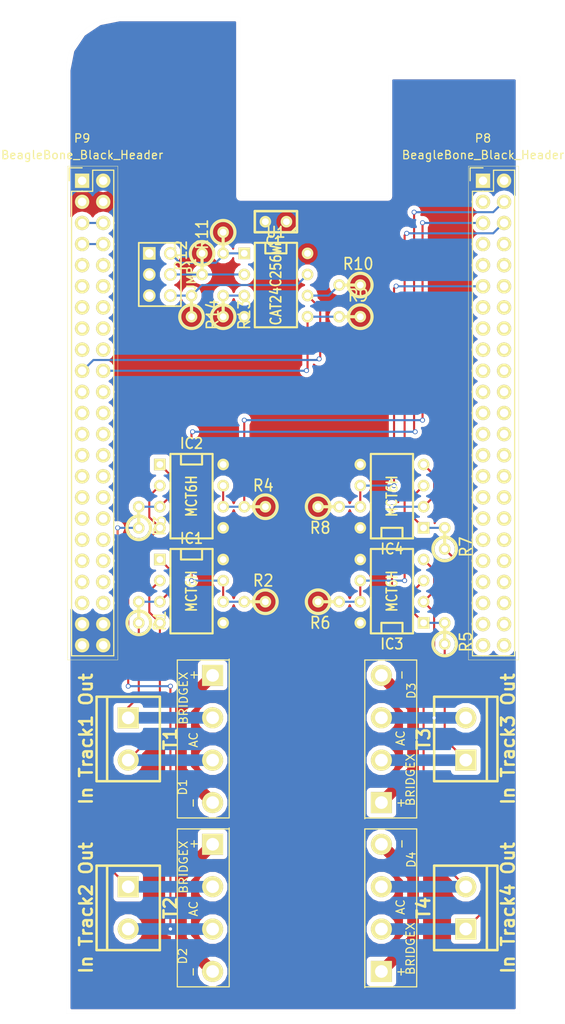
<source format=kicad_pcb>
(kicad_pcb (version 3) (host pcbnew "(22-Jun-2014 BZR 4027)-stable")

  (general
    (links 90)
    (no_connects 0)
    (area 103.317323 40.64 177.682877 163.830001)
    (thickness 1.6)
    (drawings 9)
    (tracks 175)
    (zones 0)
    (modules 31)
    (nets 31)
  )

  (page USLetter)
  (title_block 
    (company "Deepwoods Software")
  )

  (layers
    (15 F.Cu signal)
    (0 B.Cu signal)
    (16 B.Adhes user)
    (17 F.Adhes user)
    (18 B.Paste user)
    (19 F.Paste user)
    (20 B.SilkS user)
    (21 F.SilkS user)
    (22 B.Mask user)
    (23 F.Mask user)
    (24 Dwgs.User user)
    (25 Cmts.User user)
    (26 Eco1.User user)
    (27 Eco2.User user)
    (28 Edge.Cuts user)
  )

  (setup
    (last_trace_width 0.25)
    (user_trace_width 1.4)
    (trace_clearance 0.2)
    (zone_clearance 0.508)
    (zone_45_only no)
    (trace_min 0.2)
    (segment_width 0.2)
    (edge_width 0.00254)
    (via_size 0.6)
    (via_drill 0.4)
    (via_min_size 0.4)
    (via_min_drill 0.3)
    (uvia_size 0.3)
    (uvia_drill 0.1)
    (uvias_allowed no)
    (uvia_min_size 0.2)
    (uvia_min_drill 0.1)
    (pcb_text_width 0.3)
    (pcb_text_size 1.5 1.5)
    (mod_edge_width 0.15)
    (mod_text_size 1 1)
    (mod_text_width 0.15)
    (pad_size 1.7272 1.7272)
    (pad_drill 1.016)
    (pad_to_mask_clearance 0)
    (aux_axis_origin 0 0)
    (visible_elements 7FFFFFFF)
    (pcbplotparams
      (layerselection 3178497)
      (usegerberextensions false)
      (excludeedgelayer true)
      (linewidth 0.100000)
      (plotframeref false)
      (viasonmask false)
      (mode 1)
      (useauxorigin false)
      (hpglpennumber 1)
      (hpglpenspeed 20)
      (hpglpendiameter 15)
      (hpglpenoverlay 2)
      (psnegative false)
      (psa4output false)
      (plotreference true)
      (plotvalue true)
      (plotothertext true)
      (plotinvisibletext false)
      (padsonsilk false)
      (subtractmaskfromsilk false)
      (outputformat 4)
      (mirror false)
      (drillshape 0)
      (scaleselection 1)
      (outputdirectory ""))
  )

  (net 0 "")
  (net 1 +3.3V)
  (net 2 +5V)
  (net 3 "/Cape EEProm/SCL")
  (net 4 "/Cape EEProm/SDA")
  (net 5 "/Occupancy Detector 1/OD1")
  (net 6 "/Occupancy Detector 2/OD2")
  (net 7 "/Occupancy Detector 3/OD3")
  (net 8 "/Occupancy Detector 4/OD4")
  (net 9 GND)
  (net 10 N-00000100)
  (net 11 N-00000101)
  (net 12 N-00000102)
  (net 13 N-0000083)
  (net 14 N-0000084)
  (net 15 N-0000085)
  (net 16 N-0000086)
  (net 17 N-0000087)
  (net 18 N-0000088)
  (net 19 N-0000089)
  (net 20 N-0000090)
  (net 21 N-0000091)
  (net 22 N-0000092)
  (net 23 N-0000093)
  (net 24 N-0000094)
  (net 25 N-0000095)
  (net 26 N-0000096)
  (net 27 N-0000097)
  (net 28 N-0000098)
  (net 29 N-0000099)
  (net 30 SYS_5V)

  (net_class Default "To jest domyślna klasa połączeń."
    (clearance 0.2)
    (trace_width 0.25)
    (via_dia 0.6)
    (via_drill 0.4)
    (uvia_dia 0.3)
    (uvia_drill 0.1)
    (add_net "")
    (add_net +3.3V)
    (add_net +5V)
    (add_net "/Cape EEProm/SCL")
    (add_net "/Cape EEProm/SDA")
    (add_net "/Occupancy Detector 1/OD1")
    (add_net "/Occupancy Detector 2/OD2")
    (add_net "/Occupancy Detector 3/OD3")
    (add_net "/Occupancy Detector 4/OD4")
    (add_net GND)
    (add_net N-00000100)
    (add_net N-00000101)
    (add_net N-00000102)
    (add_net N-0000083)
    (add_net N-0000084)
    (add_net N-0000085)
    (add_net N-0000086)
    (add_net N-0000087)
    (add_net N-0000088)
    (add_net N-0000089)
    (add_net N-0000090)
    (add_net N-0000091)
    (add_net N-0000092)
    (add_net N-0000093)
    (add_net N-0000094)
    (add_net N-0000095)
    (add_net N-0000096)
    (add_net N-0000097)
    (add_net N-0000098)
    (add_net N-0000099)
    (add_net SYS_5V)
  )

  (module Socket_BeagleBone_Black:Socket_BeagleBone_Black (layer F.Cu) (tedit 55DF76F9) (tstamp 55DF7717)
    (at 164.6301 62.3824)
    (descr "Through hole pin header")
    (tags "pin header")
    (path /55DF7DE1)
    (fp_text reference P8 (at 0 -5.1) (layer F.SilkS)
      (effects (font (size 1 1) (thickness 0.15)))
    )
    (fp_text value BeagleBone_Black_Header (at 0 -3.1) (layer F.SilkS)
      (effects (font (size 1 1) (thickness 0.15)))
    )
    (fp_line (start -1.75 -1.75) (end -1.75 57.65) (layer F.SilkS) (width 0.05))
    (fp_line (start 4.3 -1.75) (end 4.3 57.65) (layer F.SilkS) (width 0.05))
    (fp_line (start -1.75 -1.75) (end 4.3 -1.75) (layer F.SilkS) (width 0.05))
    (fp_line (start -1.75 57.65) (end 4.3 57.65) (layer F.SilkS) (width 0.05))
    (fp_line (start 3.81 57.15) (end 3.81 -1.27) (layer F.SilkS) (width 0.15))
    (fp_line (start -1.27 57.15) (end -1.27 1.27) (layer F.SilkS) (width 0.15))
    (fp_line (start 3.81 57.15) (end -1.27 57.15) (layer F.SilkS) (width 0.15))
    (fp_line (start 3.81 -1.27) (end 1.27 -1.27) (layer F.SilkS) (width 0.15))
    (fp_line (start 0 -1.55) (end -1.55 -1.55) (layer F.SilkS) (width 0.15))
    (fp_line (start 1.27 -1.27) (end 1.27 1.27) (layer F.SilkS) (width 0.15))
    (fp_line (start 1.27 1.27) (end -1.27 1.27) (layer F.SilkS) (width 0.15))
    (fp_line (start -1.55 -1.55) (end -1.55 0) (layer F.SilkS) (width 0.15))
    (pad 1 thru_hole rect (at 0 0) (size 1.7272 1.7272) (drill 1.016)
      (layers *.Cu *.Mask F.SilkS)
      (net 9 GND)
    )
    (pad 2 thru_hole oval (at 2.54 0) (size 1.7272 1.7272) (drill 1.016)
      (layers *.Cu *.Mask F.SilkS)
      (net 9 GND)
    )
    (pad 3 thru_hole oval (at 0 2.54) (size 1.7272 1.7272) (drill 1.016)
      (layers *.Cu *.Mask F.SilkS)
    )
    (pad 4 thru_hole oval (at 2.54 2.54) (size 1.7272 1.7272) (drill 1.016)
      (layers *.Cu *.Mask F.SilkS)
      (net 5 "/Occupancy Detector 1/OD1")
    )
    (pad 5 thru_hole oval (at 0 5.08) (size 1.7272 1.7272) (drill 1.016)
      (layers *.Cu *.Mask F.SilkS)
      (net 6 "/Occupancy Detector 2/OD2")
    )
    (pad 6 thru_hole oval (at 2.54 5.08) (size 1.7272 1.7272) (drill 1.016)
      (layers *.Cu *.Mask F.SilkS)
      (net 7 "/Occupancy Detector 3/OD3")
    )
    (pad 7 thru_hole oval (at 0 7.62) (size 1.7272 1.7272) (drill 1.016)
      (layers *.Cu *.Mask F.SilkS)
    )
    (pad 8 thru_hole oval (at 2.54 7.62) (size 1.7272 1.7272) (drill 1.016)
      (layers *.Cu *.Mask F.SilkS)
    )
    (pad 9 thru_hole oval (at 0 10.16) (size 1.7272 1.7272) (drill 1.016)
      (layers *.Cu *.Mask F.SilkS)
    )
    (pad 10 thru_hole oval (at 2.54 10.16) (size 1.7272 1.7272) (drill 1.016)
      (layers *.Cu *.Mask F.SilkS)
    )
    (pad 11 thru_hole oval (at 0 12.7) (size 1.7272 1.7272) (drill 1.016)
      (layers *.Cu *.Mask F.SilkS)
      (net 8 "/Occupancy Detector 4/OD4")
    )
    (pad 12 thru_hole oval (at 2.54 12.7) (size 1.7272 1.7272) (drill 1.016)
      (layers *.Cu *.Mask F.SilkS)
    )
    (pad 13 thru_hole oval (at 0 15.24) (size 1.7272 1.7272) (drill 1.016)
      (layers *.Cu *.Mask F.SilkS)
    )
    (pad 14 thru_hole oval (at 2.54 15.24) (size 1.7272 1.7272) (drill 1.016)
      (layers *.Cu *.Mask F.SilkS)
    )
    (pad 15 thru_hole oval (at 0 17.78) (size 1.7272 1.7272) (drill 1.016)
      (layers *.Cu *.Mask F.SilkS)
    )
    (pad 16 thru_hole oval (at 2.54 17.78) (size 1.7272 1.7272) (drill 1.016)
      (layers *.Cu *.Mask F.SilkS)
    )
    (pad 17 thru_hole oval (at 0 20.32) (size 1.7272 1.7272) (drill 1.016)
      (layers *.Cu *.Mask F.SilkS)
    )
    (pad 18 thru_hole oval (at 2.54 20.32) (size 1.7272 1.7272) (drill 1.016)
      (layers *.Cu *.Mask F.SilkS)
    )
    (pad 19 thru_hole oval (at 0 22.86) (size 1.7272 1.7272) (drill 1.016)
      (layers *.Cu *.Mask F.SilkS)
    )
    (pad 20 thru_hole oval (at 2.54 22.86) (size 1.7272 1.7272) (drill 1.016)
      (layers *.Cu *.Mask F.SilkS)
    )
    (pad 21 thru_hole oval (at 0 25.4) (size 1.7272 1.7272) (drill 1.016)
      (layers *.Cu *.Mask F.SilkS)
    )
    (pad 22 thru_hole oval (at 2.54 25.4) (size 1.7272 1.7272) (drill 1.016)
      (layers *.Cu *.Mask F.SilkS)
    )
    (pad 23 thru_hole oval (at 0 27.94) (size 1.7272 1.7272) (drill 1.016)
      (layers *.Cu *.Mask F.SilkS)
    )
    (pad 24 thru_hole oval (at 2.54 27.94) (size 1.7272 1.7272) (drill 1.016)
      (layers *.Cu *.Mask F.SilkS)
    )
    (pad 25 thru_hole oval (at 0 30.48) (size 1.7272 1.7272) (drill 1.016)
      (layers *.Cu *.Mask F.SilkS)
    )
    (pad 26 thru_hole oval (at 2.54 30.48) (size 1.7272 1.7272) (drill 1.016)
      (layers *.Cu *.Mask F.SilkS)
    )
    (pad 27 thru_hole oval (at 0 33.02) (size 1.7272 1.7272) (drill 1.016)
      (layers *.Cu *.Mask F.SilkS)
    )
    (pad 28 thru_hole oval (at 2.54 33.02) (size 1.7272 1.7272) (drill 1.016)
      (layers *.Cu *.Mask F.SilkS)
    )
    (pad 29 thru_hole oval (at 0 35.56) (size 1.7272 1.7272) (drill 1.016)
      (layers *.Cu *.Mask F.SilkS)
    )
    (pad 30 thru_hole oval (at 2.54 35.56) (size 1.7272 1.7272) (drill 1.016)
      (layers *.Cu *.Mask F.SilkS)
    )
    (pad 31 thru_hole oval (at 0 38.1) (size 1.7272 1.7272) (drill 1.016)
      (layers *.Cu *.Mask F.SilkS)
    )
    (pad 32 thru_hole oval (at 2.54 38.1) (size 1.7272 1.7272) (drill 1.016)
      (layers *.Cu *.Mask F.SilkS)
    )
    (pad 33 thru_hole oval (at 0 40.64) (size 1.7272 1.7272) (drill 1.016)
      (layers *.Cu *.Mask F.SilkS)
    )
    (pad 34 thru_hole oval (at 2.54 40.64) (size 1.7272 1.7272) (drill 1.016)
      (layers *.Cu *.Mask F.SilkS)
    )
    (pad 35 thru_hole oval (at 0 43.18) (size 1.7272 1.7272) (drill 1.016)
      (layers *.Cu *.Mask F.SilkS)
    )
    (pad 36 thru_hole oval (at 2.54 43.18) (size 1.7272 1.7272) (drill 1.016)
      (layers *.Cu *.Mask F.SilkS)
    )
    (pad 37 thru_hole oval (at 0 45.72) (size 1.7272 1.7272) (drill 1.016)
      (layers *.Cu *.Mask F.SilkS)
    )
    (pad 38 thru_hole oval (at 2.54 45.72) (size 1.7272 1.7272) (drill 1.016)
      (layers *.Cu *.Mask F.SilkS)
    )
    (pad 39 thru_hole oval (at 0 48.26) (size 1.7272 1.7272) (drill 1.016)
      (layers *.Cu *.Mask F.SilkS)
    )
    (pad 40 thru_hole oval (at 2.54 48.26) (size 1.7272 1.7272) (drill 1.016)
      (layers *.Cu *.Mask F.SilkS)
    )
    (pad 41 thru_hole oval (at 0 50.8) (size 1.7272 1.7272) (drill 1.016)
      (layers *.Cu *.Mask F.SilkS)
    )
    (pad 42 thru_hole oval (at 2.54 50.8) (size 1.7272 1.7272) (drill 1.016)
      (layers *.Cu *.Mask F.SilkS)
    )
    (pad 43 thru_hole oval (at 0 53.34) (size 1.7272 1.7272) (drill 1.016)
      (layers *.Cu *.Mask F.SilkS)
    )
    (pad 44 thru_hole oval (at 2.54 53.34) (size 1.7272 1.7272) (drill 1.016)
      (layers *.Cu *.Mask F.SilkS)
    )
    (pad 45 thru_hole oval (at 0 55.88) (size 1.7272 1.7272) (drill 1.016)
      (layers *.Cu *.Mask F.SilkS)
    )
    (pad 46 thru_hole oval (at 2.54 55.88) (size 1.7272 1.7272) (drill 1.016)
      (layers *.Cu *.Mask F.SilkS)
    )
    (model ${KIPRJMOD}/Socket_BeagleBone_Black.3dshapes/Socket_BeagleBone_Black.wrl
      (at (xyz 0.05 -1.1 0))
      (scale (xyz 1 1 1))
      (rotate (xyz 0 0 90))
    )
  )

  (module Socket_BeagleBone_Black:Socket_BeagleBone_Black (layer F.Cu) (tedit 0) (tstamp 55DF7748)
    (at 116.3701 62.3824)
    (descr "Through hole pin header")
    (tags "pin header")
    (path /55DF7DBA)
    (fp_text reference P9 (at 0 -5.1) (layer F.SilkS)
      (effects (font (size 1 1) (thickness 0.15)))
    )
    (fp_text value BeagleBone_Black_Header (at 0 -3.1) (layer F.SilkS)
      (effects (font (size 1 1) (thickness 0.15)))
    )
    (fp_line (start -1.75 -1.75) (end -1.75 57.65) (layer F.SilkS) (width 0.05))
    (fp_line (start 4.3 -1.75) (end 4.3 57.65) (layer F.SilkS) (width 0.05))
    (fp_line (start -1.75 -1.75) (end 4.3 -1.75) (layer F.SilkS) (width 0.05))
    (fp_line (start -1.75 57.65) (end 4.3 57.65) (layer F.SilkS) (width 0.05))
    (fp_line (start 3.81 57.15) (end 3.81 -1.27) (layer F.SilkS) (width 0.15))
    (fp_line (start -1.27 57.15) (end -1.27 1.27) (layer F.SilkS) (width 0.15))
    (fp_line (start 3.81 57.15) (end -1.27 57.15) (layer F.SilkS) (width 0.15))
    (fp_line (start 3.81 -1.27) (end 1.27 -1.27) (layer F.SilkS) (width 0.15))
    (fp_line (start 0 -1.55) (end -1.55 -1.55) (layer F.SilkS) (width 0.15))
    (fp_line (start 1.27 -1.27) (end 1.27 1.27) (layer F.SilkS) (width 0.15))
    (fp_line (start 1.27 1.27) (end -1.27 1.27) (layer F.SilkS) (width 0.15))
    (fp_line (start -1.55 -1.55) (end -1.55 0) (layer F.SilkS) (width 0.15))
    (pad 1 thru_hole rect (at 0 0) (size 1.7272 1.7272) (drill 1.016)
      (layers *.Cu *.Mask F.SilkS)
      (net 9 GND)
    )
    (pad 2 thru_hole oval (at 2.54 0) (size 1.7272 1.7272) (drill 1.016)
      (layers *.Cu *.Mask F.SilkS)
      (net 9 GND)
    )
    (pad 3 thru_hole oval (at 0 2.54) (size 1.7272 1.7272) (drill 1.016)
      (layers *.Cu *.Mask F.SilkS)
      (net 1 +3.3V)
    )
    (pad 4 thru_hole oval (at 2.54 2.54) (size 1.7272 1.7272) (drill 1.016)
      (layers *.Cu *.Mask F.SilkS)
      (net 1 +3.3V)
    )
    (pad 5 thru_hole oval (at 0 5.08) (size 1.7272 1.7272) (drill 1.016)
      (layers *.Cu *.Mask F.SilkS)
      (net 2 +5V)
    )
    (pad 6 thru_hole oval (at 2.54 5.08) (size 1.7272 1.7272) (drill 1.016)
      (layers *.Cu *.Mask F.SilkS)
      (net 2 +5V)
    )
    (pad 7 thru_hole oval (at 0 7.62) (size 1.7272 1.7272) (drill 1.016)
      (layers *.Cu *.Mask F.SilkS)
      (net 30 SYS_5V)
    )
    (pad 8 thru_hole oval (at 2.54 7.62) (size 1.7272 1.7272) (drill 1.016)
      (layers *.Cu *.Mask F.SilkS)
      (net 30 SYS_5V)
    )
    (pad 9 thru_hole oval (at 0 10.16) (size 1.7272 1.7272) (drill 1.016)
      (layers *.Cu *.Mask F.SilkS)
    )
    (pad 10 thru_hole oval (at 2.54 10.16) (size 1.7272 1.7272) (drill 1.016)
      (layers *.Cu *.Mask F.SilkS)
    )
    (pad 11 thru_hole oval (at 0 12.7) (size 1.7272 1.7272) (drill 1.016)
      (layers *.Cu *.Mask F.SilkS)
    )
    (pad 12 thru_hole oval (at 2.54 12.7) (size 1.7272 1.7272) (drill 1.016)
      (layers *.Cu *.Mask F.SilkS)
    )
    (pad 13 thru_hole oval (at 0 15.24) (size 1.7272 1.7272) (drill 1.016)
      (layers *.Cu *.Mask F.SilkS)
    )
    (pad 14 thru_hole oval (at 2.54 15.24) (size 1.7272 1.7272) (drill 1.016)
      (layers *.Cu *.Mask F.SilkS)
    )
    (pad 15 thru_hole oval (at 0 17.78) (size 1.7272 1.7272) (drill 1.016)
      (layers *.Cu *.Mask F.SilkS)
    )
    (pad 16 thru_hole oval (at 2.54 17.78) (size 1.7272 1.7272) (drill 1.016)
      (layers *.Cu *.Mask F.SilkS)
    )
    (pad 17 thru_hole oval (at 0 20.32) (size 1.7272 1.7272) (drill 1.016)
      (layers *.Cu *.Mask F.SilkS)
    )
    (pad 18 thru_hole oval (at 2.54 20.32) (size 1.7272 1.7272) (drill 1.016)
      (layers *.Cu *.Mask F.SilkS)
    )
    (pad 19 thru_hole oval (at 0 22.86) (size 1.7272 1.7272) (drill 1.016)
      (layers *.Cu *.Mask F.SilkS)
      (net 3 "/Cape EEProm/SCL")
    )
    (pad 20 thru_hole oval (at 2.54 22.86) (size 1.7272 1.7272) (drill 1.016)
      (layers *.Cu *.Mask F.SilkS)
      (net 4 "/Cape EEProm/SDA")
    )
    (pad 21 thru_hole oval (at 0 25.4) (size 1.7272 1.7272) (drill 1.016)
      (layers *.Cu *.Mask F.SilkS)
    )
    (pad 22 thru_hole oval (at 2.54 25.4) (size 1.7272 1.7272) (drill 1.016)
      (layers *.Cu *.Mask F.SilkS)
    )
    (pad 23 thru_hole oval (at 0 27.94) (size 1.7272 1.7272) (drill 1.016)
      (layers *.Cu *.Mask F.SilkS)
    )
    (pad 24 thru_hole oval (at 2.54 27.94) (size 1.7272 1.7272) (drill 1.016)
      (layers *.Cu *.Mask F.SilkS)
    )
    (pad 25 thru_hole oval (at 0 30.48) (size 1.7272 1.7272) (drill 1.016)
      (layers *.Cu *.Mask F.SilkS)
    )
    (pad 26 thru_hole oval (at 2.54 30.48) (size 1.7272 1.7272) (drill 1.016)
      (layers *.Cu *.Mask F.SilkS)
    )
    (pad 27 thru_hole oval (at 0 33.02) (size 1.7272 1.7272) (drill 1.016)
      (layers *.Cu *.Mask F.SilkS)
    )
    (pad 28 thru_hole oval (at 2.54 33.02) (size 1.7272 1.7272) (drill 1.016)
      (layers *.Cu *.Mask F.SilkS)
    )
    (pad 29 thru_hole oval (at 0 35.56) (size 1.7272 1.7272) (drill 1.016)
      (layers *.Cu *.Mask F.SilkS)
    )
    (pad 30 thru_hole oval (at 2.54 35.56) (size 1.7272 1.7272) (drill 1.016)
      (layers *.Cu *.Mask F.SilkS)
    )
    (pad 31 thru_hole oval (at 0 38.1) (size 1.7272 1.7272) (drill 1.016)
      (layers *.Cu *.Mask F.SilkS)
    )
    (pad 32 thru_hole oval (at 2.54 38.1) (size 1.7272 1.7272) (drill 1.016)
      (layers *.Cu *.Mask F.SilkS)
    )
    (pad 33 thru_hole oval (at 0 40.64) (size 1.7272 1.7272) (drill 1.016)
      (layers *.Cu *.Mask F.SilkS)
    )
    (pad 34 thru_hole oval (at 2.54 40.64) (size 1.7272 1.7272) (drill 1.016)
      (layers *.Cu *.Mask F.SilkS)
    )
    (pad 35 thru_hole oval (at 0 43.18) (size 1.7272 1.7272) (drill 1.016)
      (layers *.Cu *.Mask F.SilkS)
    )
    (pad 36 thru_hole oval (at 2.54 43.18) (size 1.7272 1.7272) (drill 1.016)
      (layers *.Cu *.Mask F.SilkS)
    )
    (pad 37 thru_hole oval (at 0 45.72) (size 1.7272 1.7272) (drill 1.016)
      (layers *.Cu *.Mask F.SilkS)
    )
    (pad 38 thru_hole oval (at 2.54 45.72) (size 1.7272 1.7272) (drill 1.016)
      (layers *.Cu *.Mask F.SilkS)
    )
    (pad 39 thru_hole oval (at 0 48.26) (size 1.7272 1.7272) (drill 1.016)
      (layers *.Cu *.Mask F.SilkS)
    )
    (pad 40 thru_hole oval (at 2.54 48.26) (size 1.7272 1.7272) (drill 1.016)
      (layers *.Cu *.Mask F.SilkS)
    )
    (pad 41 thru_hole oval (at 0 50.8) (size 1.7272 1.7272) (drill 1.016)
      (layers *.Cu *.Mask F.SilkS)
    )
    (pad 42 thru_hole oval (at 2.54 50.8) (size 1.7272 1.7272) (drill 1.016)
      (layers *.Cu *.Mask F.SilkS)
    )
    (pad 43 thru_hole oval (at 0 53.34) (size 1.7272 1.7272) (drill 1.016)
      (layers *.Cu *.Mask F.SilkS)
      (net 9 GND)
    )
    (pad 44 thru_hole oval (at 2.54 53.34) (size 1.7272 1.7272) (drill 1.016)
      (layers *.Cu *.Mask F.SilkS)
      (net 9 GND)
    )
    (pad 45 thru_hole oval (at 0 55.88) (size 1.7272 1.7272) (drill 1.016)
      (layers *.Cu *.Mask F.SilkS)
      (net 9 GND)
    )
    (pad 46 thru_hole oval (at 2.54 55.88) (size 1.7272 1.7272) (drill 1.016)
      (layers *.Cu *.Mask F.SilkS)
      (net 9 GND)
    )
    (model ${KIPRJMOD}/Socket_BeagleBone_Black.3dshapes/Socket_BeagleBone_Black.wrl
      (at (xyz 0.05 -1.1 0))
      (scale (xyz 1 1 1))
      (rotate (xyz 0 0 90))
    )
  )

  (module R1 (layer F.Cu) (tedit 200000) (tstamp 5C72B378)
    (at 137.16 101.6 180)
    (descr "Resistance verticale")
    (tags R)
    (path /5C72B7A2/5C72B7B1)
    (autoplace_cost90 10)
    (autoplace_cost180 10)
    (fp_text reference R4 (at -1.016 2.54 180) (layer F.SilkS)
      (effects (font (size 1.397 1.27) (thickness 0.2032)))
    )
    (fp_text value "10K Ohms" (at -1.143 2.54 180) (layer F.SilkS) hide
      (effects (font (size 1.397 1.27) (thickness 0.2032)))
    )
    (fp_line (start -1.27 0) (end 1.27 0) (layer F.SilkS) (width 0.381))
    (fp_circle (center -1.27 0) (end -0.635 1.27) (layer F.SilkS) (width 0.381))
    (pad 1 thru_hole circle (at -1.27 0 180) (size 1.397 1.397) (drill 0.8128)
      (layers *.Cu *.Mask F.SilkS)
      (net 1 +3.3V)
    )
    (pad 2 thru_hole circle (at 1.27 0 180) (size 1.397 1.397) (drill 0.8128)
      (layers *.Cu *.Mask F.SilkS)
      (net 6 "/Occupancy Detector 2/OD2")
    )
    (model discret/verti_resistor.wrl
      (at (xyz 0 0 0))
      (scale (xyz 1 1 1))
      (rotate (xyz 0 0 0))
    )
  )

  (module R1 (layer F.Cu) (tedit 200000) (tstamp 5C72B380)
    (at 160.02 105.41 90)
    (descr "Resistance verticale")
    (tags R)
    (path /5C70A8FB/5C72B7A9)
    (autoplace_cost90 10)
    (autoplace_cost180 10)
    (fp_text reference R7 (at -1.016 2.54 90) (layer F.SilkS)
      (effects (font (size 1.397 1.27) (thickness 0.2032)))
    )
    (fp_text value "10 Ohms" (at -1.143 2.54 90) (layer F.SilkS) hide
      (effects (font (size 1.397 1.27) (thickness 0.2032)))
    )
    (fp_line (start -1.27 0) (end 1.27 0) (layer F.SilkS) (width 0.381))
    (fp_circle (center -1.27 0) (end -0.635 1.27) (layer F.SilkS) (width 0.381))
    (pad 1 thru_hole circle (at -1.27 0 90) (size 1.397 1.397) (drill 0.8128)
      (layers *.Cu *.Mask F.SilkS)
      (net 15 N-0000085)
    )
    (pad 2 thru_hole circle (at 1.27 0 90) (size 1.397 1.397) (drill 0.8128)
      (layers *.Cu *.Mask F.SilkS)
      (net 13 N-0000083)
    )
    (model discret/verti_resistor.wrl
      (at (xyz 0 0 0))
      (scale (xyz 1 1 1))
      (rotate (xyz 0 0 0))
    )
  )

  (module R1 (layer F.Cu) (tedit 200000) (tstamp 5C72B388)
    (at 146.05 101.6)
    (descr "Resistance verticale")
    (tags R)
    (path /5C70A8FB/5C72B7B0)
    (autoplace_cost90 10)
    (autoplace_cost180 10)
    (fp_text reference R8 (at -1.016 2.54) (layer F.SilkS)
      (effects (font (size 1.397 1.27) (thickness 0.2032)))
    )
    (fp_text value "10K Ohms" (at -1.143 2.54) (layer F.SilkS) hide
      (effects (font (size 1.397 1.27) (thickness 0.2032)))
    )
    (fp_line (start -1.27 0) (end 1.27 0) (layer F.SilkS) (width 0.381))
    (fp_circle (center -1.27 0) (end -0.635 1.27) (layer F.SilkS) (width 0.381))
    (pad 1 thru_hole circle (at -1.27 0) (size 1.397 1.397) (drill 0.8128)
      (layers *.Cu *.Mask F.SilkS)
      (net 1 +3.3V)
    )
    (pad 2 thru_hole circle (at 1.27 0) (size 1.397 1.397) (drill 0.8128)
      (layers *.Cu *.Mask F.SilkS)
      (net 8 "/Occupancy Detector 4/OD4")
    )
    (model discret/verti_resistor.wrl
      (at (xyz 0 0 0))
      (scale (xyz 1 1 1))
      (rotate (xyz 0 0 0))
    )
  )

  (module R1 (layer F.Cu) (tedit 200000) (tstamp 5C72B390)
    (at 146.05 113.03)
    (descr "Resistance verticale")
    (tags R)
    (path /5C72B7A3/5C72B7B2)
    (autoplace_cost90 10)
    (autoplace_cost180 10)
    (fp_text reference R6 (at -1.016 2.54) (layer F.SilkS)
      (effects (font (size 1.397 1.27) (thickness 0.2032)))
    )
    (fp_text value "10K Ohms" (at -1.143 2.54) (layer F.SilkS) hide
      (effects (font (size 1.397 1.27) (thickness 0.2032)))
    )
    (fp_line (start -1.27 0) (end 1.27 0) (layer F.SilkS) (width 0.381))
    (fp_circle (center -1.27 0) (end -0.635 1.27) (layer F.SilkS) (width 0.381))
    (pad 1 thru_hole circle (at -1.27 0) (size 1.397 1.397) (drill 0.8128)
      (layers *.Cu *.Mask F.SilkS)
      (net 1 +3.3V)
    )
    (pad 2 thru_hole circle (at 1.27 0) (size 1.397 1.397) (drill 0.8128)
      (layers *.Cu *.Mask F.SilkS)
      (net 7 "/Occupancy Detector 3/OD3")
    )
    (model discret/verti_resistor.wrl
      (at (xyz 0 0 0))
      (scale (xyz 1 1 1))
      (rotate (xyz 0 0 0))
    )
  )

  (module R1 (layer F.Cu) (tedit 200000) (tstamp 5C72B398)
    (at 133.35 77.47 90)
    (descr "Resistance verticale")
    (tags R)
    (path /5C719AD8/5C574009)
    (autoplace_cost90 10)
    (autoplace_cost180 10)
    (fp_text reference R13 (at -1.016 2.54 90) (layer F.SilkS)
      (effects (font (size 1.397 1.27) (thickness 0.2032)))
    )
    (fp_text value "4.75K Ohms" (at -1.143 2.54 90) (layer F.SilkS) hide
      (effects (font (size 1.397 1.27) (thickness 0.2032)))
    )
    (fp_line (start -1.27 0) (end 1.27 0) (layer F.SilkS) (width 0.381))
    (fp_circle (center -1.27 0) (end -0.635 1.27) (layer F.SilkS) (width 0.381))
    (pad 1 thru_hole circle (at -1.27 0 90) (size 1.397 1.397) (drill 0.8128)
      (layers *.Cu *.Mask F.SilkS)
      (net 1 +3.3V)
    )
    (pad 2 thru_hole circle (at 1.27 0 90) (size 1.397 1.397) (drill 0.8128)
      (layers *.Cu *.Mask F.SilkS)
      (net 20 N-0000090)
    )
    (model discret/verti_resistor.wrl
      (at (xyz 0 0 0))
      (scale (xyz 1 1 1))
      (rotate (xyz 0 0 0))
    )
  )

  (module R1 (layer F.Cu) (tedit 200000) (tstamp 5C72B3A0)
    (at 160.02 116.84 90)
    (descr "Resistance verticale")
    (tags R)
    (path /5C72B7A3/5C70A952)
    (autoplace_cost90 10)
    (autoplace_cost180 10)
    (fp_text reference R5 (at -1.016 2.54 90) (layer F.SilkS)
      (effects (font (size 1.397 1.27) (thickness 0.2032)))
    )
    (fp_text value "10 Ohms" (at -1.143 2.54 90) (layer F.SilkS) hide
      (effects (font (size 1.397 1.27) (thickness 0.2032)))
    )
    (fp_line (start -1.27 0) (end 1.27 0) (layer F.SilkS) (width 0.381))
    (fp_circle (center -1.27 0) (end -0.635 1.27) (layer F.SilkS) (width 0.381))
    (pad 1 thru_hole circle (at -1.27 0 90) (size 1.397 1.397) (drill 0.8128)
      (layers *.Cu *.Mask F.SilkS)
      (net 11 N-00000101)
    )
    (pad 2 thru_hole circle (at 1.27 0 90) (size 1.397 1.397) (drill 0.8128)
      (layers *.Cu *.Mask F.SilkS)
      (net 10 N-00000100)
    )
    (model discret/verti_resistor.wrl
      (at (xyz 0 0 0))
      (scale (xyz 1 1 1))
      (rotate (xyz 0 0 0))
    )
  )

  (module R1 (layer F.Cu) (tedit 200000) (tstamp 5C72B3A8)
    (at 130.81 72.39 270)
    (descr "Resistance verticale")
    (tags R)
    (path /5C719AD8/5C574018)
    (autoplace_cost90 10)
    (autoplace_cost180 10)
    (fp_text reference R12 (at -1.016 2.54 270) (layer F.SilkS)
      (effects (font (size 1.397 1.27) (thickness 0.2032)))
    )
    (fp_text value "4.75K Ohms" (at -1.143 2.54 270) (layer F.SilkS) hide
      (effects (font (size 1.397 1.27) (thickness 0.2032)))
    )
    (fp_line (start -1.27 0) (end 1.27 0) (layer F.SilkS) (width 0.381))
    (fp_circle (center -1.27 0) (end -0.635 1.27) (layer F.SilkS) (width 0.381))
    (pad 1 thru_hole circle (at -1.27 0 270) (size 1.397 1.397) (drill 0.8128)
      (layers *.Cu *.Mask F.SilkS)
      (net 1 +3.3V)
    )
    (pad 2 thru_hole circle (at 1.27 0 270) (size 1.397 1.397) (drill 0.8128)
      (layers *.Cu *.Mask F.SilkS)
      (net 19 N-0000089)
    )
    (model discret/verti_resistor.wrl
      (at (xyz 0 0 0))
      (scale (xyz 1 1 1))
      (rotate (xyz 0 0 0))
    )
  )

  (module R1 (layer F.Cu) (tedit 200000) (tstamp 5C72B3B0)
    (at 133.35 69.85 270)
    (descr "Resistance verticale")
    (tags R)
    (path /5C719AD8/5C574027)
    (autoplace_cost90 10)
    (autoplace_cost180 10)
    (fp_text reference R11 (at -1.016 2.54 270) (layer F.SilkS)
      (effects (font (size 1.397 1.27) (thickness 0.2032)))
    )
    (fp_text value "4.75K Ohms" (at -1.143 2.54 270) (layer F.SilkS) hide
      (effects (font (size 1.397 1.27) (thickness 0.2032)))
    )
    (fp_line (start -1.27 0) (end 1.27 0) (layer F.SilkS) (width 0.381))
    (fp_circle (center -1.27 0) (end -0.635 1.27) (layer F.SilkS) (width 0.381))
    (pad 1 thru_hole circle (at -1.27 0 270) (size 1.397 1.397) (drill 0.8128)
      (layers *.Cu *.Mask F.SilkS)
      (net 1 +3.3V)
    )
    (pad 2 thru_hole circle (at 1.27 0 270) (size 1.397 1.397) (drill 0.8128)
      (layers *.Cu *.Mask F.SilkS)
      (net 18 N-0000088)
    )
    (model discret/verti_resistor.wrl
      (at (xyz 0 0 0))
      (scale (xyz 1 1 1))
      (rotate (xyz 0 0 0))
    )
  )

  (module R1 (layer F.Cu) (tedit 200000) (tstamp 5C72B3B8)
    (at 148.59 74.93 180)
    (descr "Resistance verticale")
    (tags R)
    (path /5C719AD8/5C574036)
    (autoplace_cost90 10)
    (autoplace_cost180 10)
    (fp_text reference R10 (at -1.016 2.54 180) (layer F.SilkS)
      (effects (font (size 1.397 1.27) (thickness 0.2032)))
    )
    (fp_text value "5.6K Ohms" (at -1.143 2.54 180) (layer F.SilkS) hide
      (effects (font (size 1.397 1.27) (thickness 0.2032)))
    )
    (fp_line (start -1.27 0) (end 1.27 0) (layer F.SilkS) (width 0.381))
    (fp_circle (center -1.27 0) (end -0.635 1.27) (layer F.SilkS) (width 0.381))
    (pad 1 thru_hole circle (at -1.27 0 180) (size 1.397 1.397) (drill 0.8128)
      (layers *.Cu *.Mask F.SilkS)
      (net 1 +3.3V)
    )
    (pad 2 thru_hole circle (at 1.27 0 180) (size 1.397 1.397) (drill 0.8128)
      (layers *.Cu *.Mask F.SilkS)
      (net 3 "/Cape EEProm/SCL")
    )
    (model discret/verti_resistor.wrl
      (at (xyz 0 0 0))
      (scale (xyz 1 1 1))
      (rotate (xyz 0 0 0))
    )
  )

  (module R1 (layer F.Cu) (tedit 200000) (tstamp 5C72B3C0)
    (at 123.19 102.87 90)
    (descr "Resistance verticale")
    (tags R)
    (path /5C72B7A2/5C72B7A7)
    (autoplace_cost90 10)
    (autoplace_cost180 10)
    (fp_text reference R3 (at -1.016 2.54 90) (layer F.SilkS)
      (effects (font (size 1.397 1.27) (thickness 0.2032)))
    )
    (fp_text value "10 Ohms" (at -1.143 2.54 90) (layer F.SilkS) hide
      (effects (font (size 1.397 1.27) (thickness 0.2032)))
    )
    (fp_line (start -1.27 0) (end 1.27 0) (layer F.SilkS) (width 0.381))
    (fp_circle (center -1.27 0) (end -0.635 1.27) (layer F.SilkS) (width 0.381))
    (pad 1 thru_hole circle (at -1.27 0 90) (size 1.397 1.397) (drill 0.8128)
      (layers *.Cu *.Mask F.SilkS)
      (net 25 N-0000095)
    )
    (pad 2 thru_hole circle (at 1.27 0 90) (size 1.397 1.397) (drill 0.8128)
      (layers *.Cu *.Mask F.SilkS)
      (net 28 N-0000098)
    )
    (model discret/verti_resistor.wrl
      (at (xyz 0 0 0))
      (scale (xyz 1 1 1))
      (rotate (xyz 0 0 0))
    )
  )

  (module R1 (layer F.Cu) (tedit 200000) (tstamp 5C72B3C8)
    (at 148.59 78.74 180)
    (descr "Resistance verticale")
    (tags R)
    (path /5C719AD8/5C574045)
    (autoplace_cost90 10)
    (autoplace_cost180 10)
    (fp_text reference R9 (at -1.016 2.54 180) (layer F.SilkS)
      (effects (font (size 1.397 1.27) (thickness 0.2032)))
    )
    (fp_text value "5.6K Ohms" (at -1.143 2.54 180) (layer F.SilkS) hide
      (effects (font (size 1.397 1.27) (thickness 0.2032)))
    )
    (fp_line (start -1.27 0) (end 1.27 0) (layer F.SilkS) (width 0.381))
    (fp_circle (center -1.27 0) (end -0.635 1.27) (layer F.SilkS) (width 0.381))
    (pad 1 thru_hole circle (at -1.27 0 180) (size 1.397 1.397) (drill 0.8128)
      (layers *.Cu *.Mask F.SilkS)
      (net 1 +3.3V)
    )
    (pad 2 thru_hole circle (at 1.27 0 180) (size 1.397 1.397) (drill 0.8128)
      (layers *.Cu *.Mask F.SilkS)
      (net 4 "/Cape EEProm/SDA")
    )
    (model discret/verti_resistor.wrl
      (at (xyz 0 0 0))
      (scale (xyz 1 1 1))
      (rotate (xyz 0 0 0))
    )
  )

  (module R1 (layer F.Cu) (tedit 200000) (tstamp 5C72B3D0)
    (at 137.16 113.03 180)
    (descr "Resistance verticale")
    (tags R)
    (path /5C72B7A1/5C70A98C)
    (autoplace_cost90 10)
    (autoplace_cost180 10)
    (fp_text reference R2 (at -1.016 2.54 180) (layer F.SilkS)
      (effects (font (size 1.397 1.27) (thickness 0.2032)))
    )
    (fp_text value "10K Ohms" (at -1.143 2.54 180) (layer F.SilkS) hide
      (effects (font (size 1.397 1.27) (thickness 0.2032)))
    )
    (fp_line (start -1.27 0) (end 1.27 0) (layer F.SilkS) (width 0.381))
    (fp_circle (center -1.27 0) (end -0.635 1.27) (layer F.SilkS) (width 0.381))
    (pad 1 thru_hole circle (at -1.27 0 180) (size 1.397 1.397) (drill 0.8128)
      (layers *.Cu *.Mask F.SilkS)
      (net 1 +3.3V)
    )
    (pad 2 thru_hole circle (at 1.27 0 180) (size 1.397 1.397) (drill 0.8128)
      (layers *.Cu *.Mask F.SilkS)
      (net 5 "/Occupancy Detector 1/OD1")
    )
    (model discret/verti_resistor.wrl
      (at (xyz 0 0 0))
      (scale (xyz 1 1 1))
      (rotate (xyz 0 0 0))
    )
  )

  (module R1 (layer F.Cu) (tedit 200000) (tstamp 5C72B3D8)
    (at 129.54 77.47 90)
    (descr "Resistance verticale")
    (tags R)
    (path /5C719AD8/5C574063)
    (autoplace_cost90 10)
    (autoplace_cost180 10)
    (fp_text reference R14 (at -1.016 2.54 90) (layer F.SilkS)
      (effects (font (size 1.397 1.27) (thickness 0.2032)))
    )
    (fp_text value "10K Ohms" (at -1.143 2.54 90) (layer F.SilkS) hide
      (effects (font (size 1.397 1.27) (thickness 0.2032)))
    )
    (fp_line (start -1.27 0) (end 1.27 0) (layer F.SilkS) (width 0.381))
    (fp_circle (center -1.27 0) (end -0.635 1.27) (layer F.SilkS) (width 0.381))
    (pad 1 thru_hole circle (at -1.27 0 90) (size 1.397 1.397) (drill 0.8128)
      (layers *.Cu *.Mask F.SilkS)
      (net 1 +3.3V)
    )
    (pad 2 thru_hole circle (at 1.27 0 90) (size 1.397 1.397) (drill 0.8128)
      (layers *.Cu *.Mask F.SilkS)
      (net 17 N-0000087)
    )
    (model discret/verti_resistor.wrl
      (at (xyz 0 0 0))
      (scale (xyz 1 1 1))
      (rotate (xyz 0 0 0))
    )
  )

  (module R1 (layer F.Cu) (tedit 200000) (tstamp 5C72B3E0)
    (at 123.19 114.3 90)
    (descr "Resistance verticale")
    (tags R)
    (path /5C72B7A1/5C72B7A8)
    (autoplace_cost90 10)
    (autoplace_cost180 10)
    (fp_text reference R1 (at -1.016 2.54 90) (layer F.SilkS)
      (effects (font (size 1.397 1.27) (thickness 0.2032)))
    )
    (fp_text value "10 Ohms" (at -1.143 2.54 90) (layer F.SilkS) hide
      (effects (font (size 1.397 1.27) (thickness 0.2032)))
    )
    (fp_line (start -1.27 0) (end 1.27 0) (layer F.SilkS) (width 0.381))
    (fp_circle (center -1.27 0) (end -0.635 1.27) (layer F.SilkS) (width 0.381))
    (pad 1 thru_hole circle (at -1.27 0 90) (size 1.397 1.397) (drill 0.8128)
      (layers *.Cu *.Mask F.SilkS)
      (net 23 N-0000093)
    )
    (pad 2 thru_hole circle (at 1.27 0 90) (size 1.397 1.397) (drill 0.8128)
      (layers *.Cu *.Mask F.SilkS)
      (net 21 N-0000091)
    )
    (model discret/verti_resistor.wrl
      (at (xyz 0 0 0))
      (scale (xyz 1 1 1))
      (rotate (xyz 0 0 0))
    )
  )

  (module pin_array_3x2 (layer F.Cu) (tedit 42931587) (tstamp 5C72B3EE)
    (at 125.73 73.66 270)
    (descr "Double rangee de contacts 2 x 4 pins")
    (tags CONN)
    (path /5C719AD8/5C574054)
    (fp_text reference JMP1 (at 0 -3.81 270) (layer F.SilkS)
      (effects (font (size 1.016 1.016) (thickness 0.2032)))
    )
    (fp_text value "WP 1 0" (at 0 3.81 270) (layer F.SilkS) hide
      (effects (font (size 1.016 1.016) (thickness 0.2032)))
    )
    (fp_line (start 3.81 2.54) (end -3.81 2.54) (layer F.SilkS) (width 0.2032))
    (fp_line (start -3.81 -2.54) (end 3.81 -2.54) (layer F.SilkS) (width 0.2032))
    (fp_line (start 3.81 -2.54) (end 3.81 2.54) (layer F.SilkS) (width 0.2032))
    (fp_line (start -3.81 2.54) (end -3.81 -2.54) (layer F.SilkS) (width 0.2032))
    (pad 1 thru_hole rect (at -2.54 1.27 270) (size 1.524 1.524) (drill 1.016)
      (layers *.Cu *.Mask F.SilkS)
      (net 9 GND)
    )
    (pad 2 thru_hole circle (at -2.54 -1.27 270) (size 1.524 1.524) (drill 1.016)
      (layers *.Cu *.Mask F.SilkS)
      (net 18 N-0000088)
    )
    (pad 3 thru_hole circle (at 0 1.27 270) (size 1.524 1.524) (drill 1.016)
      (layers *.Cu *.Mask F.SilkS)
      (net 9 GND)
    )
    (pad 4 thru_hole circle (at 0 -1.27 270) (size 1.524 1.524) (drill 1.016)
      (layers *.Cu *.Mask F.SilkS)
      (net 19 N-0000089)
    )
    (pad 5 thru_hole circle (at 2.54 1.27 270) (size 1.524 1.524) (drill 1.016)
      (layers *.Cu *.Mask F.SilkS)
      (net 9 GND)
    )
    (pad 6 thru_hole circle (at 2.54 -1.27 270) (size 1.524 1.524) (drill 1.016)
      (layers *.Cu *.Mask F.SilkS)
      (net 17 N-0000087)
    )
    (model pin_array/pins_array_3x2.wrl
      (at (xyz 0 0 0))
      (scale (xyz 1 1 1))
      (rotate (xyz 0 0 0))
    )
  )

  (module KBL (layer F.Cu) (tedit 5B02DD83) (tstamp 5C72B3FE)
    (at 152.4 129.54 90)
    (tags "Bridge Rectifier")
    (path /5C72B7A3/5C72B7B4)
    (fp_text reference D3 (at 5.8 3.6 90) (layer F.SilkS)
      (effects (font (size 1 1) (thickness 0.15)))
    )
    (fp_text value BRIDGEX (at -4.9 3.5 90) (layer F.SilkS)
      (effects (font (size 1 1) (thickness 0.15)))
    )
    (fp_text user AC (at 0.1 2.3 90) (layer F.SilkS)
      (effects (font (size 1 1) (thickness 0.15)))
    )
    (fp_text user - (at 7.7 2.4 90) (layer F.SilkS)
      (effects (font (size 1 1) (thickness 0.15)))
    )
    (fp_text user + (at -7.7 2.3 90) (layer F.SilkS)
      (effects (font (size 1 1) (thickness 0.15)))
    )
    (fp_line (start -9.5 -2) (end 9.5 -2) (layer F.SilkS) (width 0.15))
    (fp_line (start 9.5 -2) (end 9.5 4.25) (layer F.SilkS) (width 0.15))
    (fp_line (start 9.5 4.25) (end -9.5 4.25) (layer F.SilkS) (width 0.15))
    (fp_line (start -9.5 4.25) (end -9.5 -2) (layer F.SilkS) (width 0.15))
    (fp_line (start -9.5 -2) (end -9.6 -2) (layer F.SilkS) (width 0.15))
    (pad 1 thru_hole rect (at -7.65 0 90) (size 2.54 2.54) (drill 1.524)
      (layers *.Cu *.Mask F.SilkS)
      (net 12 N-00000102)
    )
    (pad 2 thru_hole circle (at -2.55 0 90) (size 2.54 2.54) (drill 1.524)
      (layers *.Cu *.Mask F.SilkS)
      (net 11 N-00000101)
    )
    (pad 3 thru_hole circle (at 2.55 0 90) (size 2.54 2.54) (drill 1.524)
      (layers *.Cu *.Mask F.SilkS)
      (net 29 N-0000099)
    )
    (pad 4 thru_hole circle (at 7.65 0 90) (size 2.54 2.54) (drill 1.524)
      (layers *.Cu *.Mask F.SilkS)
      (net 12 N-00000102)
    )
  )

  (module KBL (layer F.Cu) (tedit 5B02DD83) (tstamp 5C72B40E)
    (at 152.4 149.86 90)
    (tags "Bridge Rectifier")
    (path /5C70A8FB/5C72B7B5)
    (fp_text reference D4 (at 5.8 3.6 90) (layer F.SilkS)
      (effects (font (size 1 1) (thickness 0.15)))
    )
    (fp_text value BRIDGEX (at -4.9 3.5 90) (layer F.SilkS)
      (effects (font (size 1 1) (thickness 0.15)))
    )
    (fp_text user AC (at 0.1 2.3 90) (layer F.SilkS)
      (effects (font (size 1 1) (thickness 0.15)))
    )
    (fp_text user - (at 7.7 2.4 90) (layer F.SilkS)
      (effects (font (size 1 1) (thickness 0.15)))
    )
    (fp_text user + (at -7.7 2.3 90) (layer F.SilkS)
      (effects (font (size 1 1) (thickness 0.15)))
    )
    (fp_line (start -9.5 -2) (end 9.5 -2) (layer F.SilkS) (width 0.15))
    (fp_line (start 9.5 -2) (end 9.5 4.25) (layer F.SilkS) (width 0.15))
    (fp_line (start 9.5 4.25) (end -9.5 4.25) (layer F.SilkS) (width 0.15))
    (fp_line (start -9.5 4.25) (end -9.5 -2) (layer F.SilkS) (width 0.15))
    (fp_line (start -9.5 -2) (end -9.6 -2) (layer F.SilkS) (width 0.15))
    (pad 1 thru_hole rect (at -7.65 0 90) (size 2.54 2.54) (drill 1.524)
      (layers *.Cu *.Mask F.SilkS)
      (net 16 N-0000086)
    )
    (pad 2 thru_hole circle (at -2.55 0 90) (size 2.54 2.54) (drill 1.524)
      (layers *.Cu *.Mask F.SilkS)
      (net 15 N-0000085)
    )
    (pad 3 thru_hole circle (at 2.55 0 90) (size 2.54 2.54) (drill 1.524)
      (layers *.Cu *.Mask F.SilkS)
      (net 14 N-0000084)
    )
    (pad 4 thru_hole circle (at 7.65 0 90) (size 2.54 2.54) (drill 1.524)
      (layers *.Cu *.Mask F.SilkS)
      (net 16 N-0000086)
    )
  )

  (module KBL (layer F.Cu) (tedit 5B02DD83) (tstamp 5C72B41E)
    (at 132.08 149.86 270)
    (tags "Bridge Rectifier")
    (path /5C72B7A2/5C72B7B3)
    (fp_text reference D2 (at 5.8 3.6 270) (layer F.SilkS)
      (effects (font (size 1 1) (thickness 0.15)))
    )
    (fp_text value BRIDGEX (at -4.9 3.5 270) (layer F.SilkS)
      (effects (font (size 1 1) (thickness 0.15)))
    )
    (fp_text user AC (at 0.1 2.3 270) (layer F.SilkS)
      (effects (font (size 1 1) (thickness 0.15)))
    )
    (fp_text user - (at 7.7 2.4 270) (layer F.SilkS)
      (effects (font (size 1 1) (thickness 0.15)))
    )
    (fp_text user + (at -7.7 2.3 270) (layer F.SilkS)
      (effects (font (size 1 1) (thickness 0.15)))
    )
    (fp_line (start -9.5 -2) (end 9.5 -2) (layer F.SilkS) (width 0.15))
    (fp_line (start 9.5 -2) (end 9.5 4.25) (layer F.SilkS) (width 0.15))
    (fp_line (start 9.5 4.25) (end -9.5 4.25) (layer F.SilkS) (width 0.15))
    (fp_line (start -9.5 4.25) (end -9.5 -2) (layer F.SilkS) (width 0.15))
    (fp_line (start -9.5 -2) (end -9.6 -2) (layer F.SilkS) (width 0.15))
    (pad 1 thru_hole rect (at -7.65 0 270) (size 2.54 2.54) (drill 1.524)
      (layers *.Cu *.Mask F.SilkS)
      (net 26 N-0000096)
    )
    (pad 2 thru_hole circle (at -2.55 0 270) (size 2.54 2.54) (drill 1.524)
      (layers *.Cu *.Mask F.SilkS)
      (net 25 N-0000095)
    )
    (pad 3 thru_hole circle (at 2.55 0 270) (size 2.54 2.54) (drill 1.524)
      (layers *.Cu *.Mask F.SilkS)
      (net 27 N-0000097)
    )
    (pad 4 thru_hole circle (at 7.65 0 270) (size 2.54 2.54) (drill 1.524)
      (layers *.Cu *.Mask F.SilkS)
      (net 26 N-0000096)
    )
  )

  (module KBL (layer F.Cu) (tedit 5B02DD83) (tstamp 5C72B42E)
    (at 132.08 129.54 270)
    (tags "Bridge Rectifier")
    (path /5C72B7A1/5C70AB0F)
    (fp_text reference D1 (at 5.8 3.6 270) (layer F.SilkS)
      (effects (font (size 1 1) (thickness 0.15)))
    )
    (fp_text value BRIDGEX (at -4.9 3.5 270) (layer F.SilkS)
      (effects (font (size 1 1) (thickness 0.15)))
    )
    (fp_text user AC (at 0.1 2.3 270) (layer F.SilkS)
      (effects (font (size 1 1) (thickness 0.15)))
    )
    (fp_text user - (at 7.7 2.4 270) (layer F.SilkS)
      (effects (font (size 1 1) (thickness 0.15)))
    )
    (fp_text user + (at -7.7 2.3 270) (layer F.SilkS)
      (effects (font (size 1 1) (thickness 0.15)))
    )
    (fp_line (start -9.5 -2) (end 9.5 -2) (layer F.SilkS) (width 0.15))
    (fp_line (start 9.5 -2) (end 9.5 4.25) (layer F.SilkS) (width 0.15))
    (fp_line (start 9.5 4.25) (end -9.5 4.25) (layer F.SilkS) (width 0.15))
    (fp_line (start -9.5 4.25) (end -9.5 -2) (layer F.SilkS) (width 0.15))
    (fp_line (start -9.5 -2) (end -9.6 -2) (layer F.SilkS) (width 0.15))
    (pad 1 thru_hole rect (at -7.65 0 270) (size 2.54 2.54) (drill 1.524)
      (layers *.Cu *.Mask F.SilkS)
      (net 24 N-0000094)
    )
    (pad 2 thru_hole circle (at -2.55 0 270) (size 2.54 2.54) (drill 1.524)
      (layers *.Cu *.Mask F.SilkS)
      (net 23 N-0000093)
    )
    (pad 3 thru_hole circle (at 2.55 0 270) (size 2.54 2.54) (drill 1.524)
      (layers *.Cu *.Mask F.SilkS)
      (net 22 N-0000092)
    )
    (pad 4 thru_hole circle (at 7.65 0 270) (size 2.54 2.54) (drill 1.524)
      (layers *.Cu *.Mask F.SilkS)
      (net 24 N-0000094)
    )
  )

  (module DIP-8__300 (layer F.Cu) (tedit 43A7F843) (tstamp 5C72B441)
    (at 153.67 100.33 90)
    (descr "8 pins DIL package, round pads")
    (tags DIL)
    (path /5C70A8FB/5C70A96E)
    (fp_text reference IC4 (at -6.35 0 180) (layer F.SilkS)
      (effects (font (size 1.27 1.143) (thickness 0.2032)))
    )
    (fp_text value MCT6H (at 0 0 90) (layer F.SilkS)
      (effects (font (size 1.27 1.016) (thickness 0.2032)))
    )
    (fp_line (start -5.08 -1.27) (end -3.81 -1.27) (layer F.SilkS) (width 0.254))
    (fp_line (start -3.81 -1.27) (end -3.81 1.27) (layer F.SilkS) (width 0.254))
    (fp_line (start -3.81 1.27) (end -5.08 1.27) (layer F.SilkS) (width 0.254))
    (fp_line (start -5.08 -2.54) (end 5.08 -2.54) (layer F.SilkS) (width 0.254))
    (fp_line (start 5.08 -2.54) (end 5.08 2.54) (layer F.SilkS) (width 0.254))
    (fp_line (start 5.08 2.54) (end -5.08 2.54) (layer F.SilkS) (width 0.254))
    (fp_line (start -5.08 2.54) (end -5.08 -2.54) (layer F.SilkS) (width 0.254))
    (pad 1 thru_hole rect (at -3.81 3.81 90) (size 1.397 1.397) (drill 0.8128)
      (layers *.Cu *.Mask F.SilkS)
      (net 13 N-0000083)
    )
    (pad 2 thru_hole circle (at -1.27 3.81 90) (size 1.397 1.397) (drill 0.8128)
      (layers *.Cu *.Mask F.SilkS)
      (net 14 N-0000084)
    )
    (pad 3 thru_hole circle (at 1.27 3.81 90) (size 1.397 1.397) (drill 0.8128)
      (layers *.Cu *.Mask F.SilkS)
      (net 13 N-0000083)
    )
    (pad 4 thru_hole circle (at 3.81 3.81 90) (size 1.397 1.397) (drill 0.8128)
      (layers *.Cu *.Mask F.SilkS)
      (net 14 N-0000084)
    )
    (pad 5 thru_hole circle (at 3.81 -3.81 90) (size 1.397 1.397) (drill 0.8128)
      (layers *.Cu *.Mask F.SilkS)
      (net 9 GND)
    )
    (pad 6 thru_hole circle (at 1.27 -3.81 90) (size 1.397 1.397) (drill 0.8128)
      (layers *.Cu *.Mask F.SilkS)
      (net 8 "/Occupancy Detector 4/OD4")
    )
    (pad 7 thru_hole circle (at -1.27 -3.81 90) (size 1.397 1.397) (drill 0.8128)
      (layers *.Cu *.Mask F.SilkS)
      (net 8 "/Occupancy Detector 4/OD4")
    )
    (pad 8 thru_hole circle (at -3.81 -3.81 90) (size 1.397 1.397) (drill 0.8128)
      (layers *.Cu *.Mask F.SilkS)
      (net 9 GND)
    )
    (model dil/dil_8.wrl
      (at (xyz 0 0 0))
      (scale (xyz 1 1 1))
      (rotate (xyz 0 0 0))
    )
  )

  (module DIP-8__300 (layer F.Cu) (tedit 43A7F843) (tstamp 5C72B454)
    (at 139.7 74.93 270)
    (descr "8 pins DIL package, round pads")
    (tags DIL)
    (path /5C719AD8/5C573FFA)
    (fp_text reference U1 (at -6.35 0 360) (layer F.SilkS)
      (effects (font (size 1.27 1.143) (thickness 0.2032)))
    )
    (fp_text value CAT24C256W (at 0 0 270) (layer F.SilkS)
      (effects (font (size 1.27 1.016) (thickness 0.2032)))
    )
    (fp_line (start -5.08 -1.27) (end -3.81 -1.27) (layer F.SilkS) (width 0.254))
    (fp_line (start -3.81 -1.27) (end -3.81 1.27) (layer F.SilkS) (width 0.254))
    (fp_line (start -3.81 1.27) (end -5.08 1.27) (layer F.SilkS) (width 0.254))
    (fp_line (start -5.08 -2.54) (end 5.08 -2.54) (layer F.SilkS) (width 0.254))
    (fp_line (start 5.08 -2.54) (end 5.08 2.54) (layer F.SilkS) (width 0.254))
    (fp_line (start 5.08 2.54) (end -5.08 2.54) (layer F.SilkS) (width 0.254))
    (fp_line (start -5.08 2.54) (end -5.08 -2.54) (layer F.SilkS) (width 0.254))
    (pad 1 thru_hole rect (at -3.81 3.81 270) (size 1.397 1.397) (drill 0.8128)
      (layers *.Cu *.Mask F.SilkS)
      (net 18 N-0000088)
    )
    (pad 2 thru_hole circle (at -1.27 3.81 270) (size 1.397 1.397) (drill 0.8128)
      (layers *.Cu *.Mask F.SilkS)
      (net 19 N-0000089)
    )
    (pad 3 thru_hole circle (at 1.27 3.81 270) (size 1.397 1.397) (drill 0.8128)
      (layers *.Cu *.Mask F.SilkS)
      (net 20 N-0000090)
    )
    (pad 4 thru_hole circle (at 3.81 3.81 270) (size 1.397 1.397) (drill 0.8128)
      (layers *.Cu *.Mask F.SilkS)
      (net 9 GND)
    )
    (pad 5 thru_hole circle (at 3.81 -3.81 270) (size 1.397 1.397) (drill 0.8128)
      (layers *.Cu *.Mask F.SilkS)
      (net 4 "/Cape EEProm/SDA")
    )
    (pad 6 thru_hole circle (at 1.27 -3.81 270) (size 1.397 1.397) (drill 0.8128)
      (layers *.Cu *.Mask F.SilkS)
      (net 3 "/Cape EEProm/SCL")
    )
    (pad 7 thru_hole circle (at -1.27 -3.81 270) (size 1.397 1.397) (drill 0.8128)
      (layers *.Cu *.Mask F.SilkS)
      (net 17 N-0000087)
    )
    (pad 8 thru_hole circle (at -3.81 -3.81 270) (size 1.397 1.397) (drill 0.8128)
      (layers *.Cu *.Mask F.SilkS)
      (net 1 +3.3V)
    )
    (model dil/dil_8.wrl
      (at (xyz 0 0 0))
      (scale (xyz 1 1 1))
      (rotate (xyz 0 0 0))
    )
  )

  (module DIP-8__300 (layer F.Cu) (tedit 43A7F843) (tstamp 5C72B467)
    (at 153.67 111.76 90)
    (descr "8 pins DIL package, round pads")
    (tags DIL)
    (path /5C72B7A3/5C72B7AB)
    (fp_text reference IC3 (at -6.35 0 180) (layer F.SilkS)
      (effects (font (size 1.27 1.143) (thickness 0.2032)))
    )
    (fp_text value MCT6H (at 0 0 90) (layer F.SilkS)
      (effects (font (size 1.27 1.016) (thickness 0.2032)))
    )
    (fp_line (start -5.08 -1.27) (end -3.81 -1.27) (layer F.SilkS) (width 0.254))
    (fp_line (start -3.81 -1.27) (end -3.81 1.27) (layer F.SilkS) (width 0.254))
    (fp_line (start -3.81 1.27) (end -5.08 1.27) (layer F.SilkS) (width 0.254))
    (fp_line (start -5.08 -2.54) (end 5.08 -2.54) (layer F.SilkS) (width 0.254))
    (fp_line (start 5.08 -2.54) (end 5.08 2.54) (layer F.SilkS) (width 0.254))
    (fp_line (start 5.08 2.54) (end -5.08 2.54) (layer F.SilkS) (width 0.254))
    (fp_line (start -5.08 2.54) (end -5.08 -2.54) (layer F.SilkS) (width 0.254))
    (pad 1 thru_hole rect (at -3.81 3.81 90) (size 1.397 1.397) (drill 0.8128)
      (layers *.Cu *.Mask F.SilkS)
      (net 10 N-00000100)
    )
    (pad 2 thru_hole circle (at -1.27 3.81 90) (size 1.397 1.397) (drill 0.8128)
      (layers *.Cu *.Mask F.SilkS)
      (net 29 N-0000099)
    )
    (pad 3 thru_hole circle (at 1.27 3.81 90) (size 1.397 1.397) (drill 0.8128)
      (layers *.Cu *.Mask F.SilkS)
      (net 10 N-00000100)
    )
    (pad 4 thru_hole circle (at 3.81 3.81 90) (size 1.397 1.397) (drill 0.8128)
      (layers *.Cu *.Mask F.SilkS)
      (net 29 N-0000099)
    )
    (pad 5 thru_hole circle (at 3.81 -3.81 90) (size 1.397 1.397) (drill 0.8128)
      (layers *.Cu *.Mask F.SilkS)
      (net 9 GND)
    )
    (pad 6 thru_hole circle (at 1.27 -3.81 90) (size 1.397 1.397) (drill 0.8128)
      (layers *.Cu *.Mask F.SilkS)
      (net 7 "/Occupancy Detector 3/OD3")
    )
    (pad 7 thru_hole circle (at -1.27 -3.81 90) (size 1.397 1.397) (drill 0.8128)
      (layers *.Cu *.Mask F.SilkS)
      (net 7 "/Occupancy Detector 3/OD3")
    )
    (pad 8 thru_hole circle (at -3.81 -3.81 90) (size 1.397 1.397) (drill 0.8128)
      (layers *.Cu *.Mask F.SilkS)
      (net 9 GND)
    )
    (model dil/dil_8.wrl
      (at (xyz 0 0 0))
      (scale (xyz 1 1 1))
      (rotate (xyz 0 0 0))
    )
  )

  (module DIP-8__300 (layer F.Cu) (tedit 43A7F843) (tstamp 5C72B47A)
    (at 129.54 100.33 270)
    (descr "8 pins DIL package, round pads")
    (tags DIL)
    (path /5C72B7A2/5C72B7AC)
    (fp_text reference IC2 (at -6.35 0 360) (layer F.SilkS)
      (effects (font (size 1.27 1.143) (thickness 0.2032)))
    )
    (fp_text value MCT6H (at 0 0 270) (layer F.SilkS)
      (effects (font (size 1.27 1.016) (thickness 0.2032)))
    )
    (fp_line (start -5.08 -1.27) (end -3.81 -1.27) (layer F.SilkS) (width 0.254))
    (fp_line (start -3.81 -1.27) (end -3.81 1.27) (layer F.SilkS) (width 0.254))
    (fp_line (start -3.81 1.27) (end -5.08 1.27) (layer F.SilkS) (width 0.254))
    (fp_line (start -5.08 -2.54) (end 5.08 -2.54) (layer F.SilkS) (width 0.254))
    (fp_line (start 5.08 -2.54) (end 5.08 2.54) (layer F.SilkS) (width 0.254))
    (fp_line (start 5.08 2.54) (end -5.08 2.54) (layer F.SilkS) (width 0.254))
    (fp_line (start -5.08 2.54) (end -5.08 -2.54) (layer F.SilkS) (width 0.254))
    (pad 1 thru_hole rect (at -3.81 3.81 270) (size 1.397 1.397) (drill 0.8128)
      (layers *.Cu *.Mask F.SilkS)
      (net 28 N-0000098)
    )
    (pad 2 thru_hole circle (at -1.27 3.81 270) (size 1.397 1.397) (drill 0.8128)
      (layers *.Cu *.Mask F.SilkS)
      (net 27 N-0000097)
    )
    (pad 3 thru_hole circle (at 1.27 3.81 270) (size 1.397 1.397) (drill 0.8128)
      (layers *.Cu *.Mask F.SilkS)
      (net 28 N-0000098)
    )
    (pad 4 thru_hole circle (at 3.81 3.81 270) (size 1.397 1.397) (drill 0.8128)
      (layers *.Cu *.Mask F.SilkS)
      (net 27 N-0000097)
    )
    (pad 5 thru_hole circle (at 3.81 -3.81 270) (size 1.397 1.397) (drill 0.8128)
      (layers *.Cu *.Mask F.SilkS)
      (net 9 GND)
    )
    (pad 6 thru_hole circle (at 1.27 -3.81 270) (size 1.397 1.397) (drill 0.8128)
      (layers *.Cu *.Mask F.SilkS)
      (net 6 "/Occupancy Detector 2/OD2")
    )
    (pad 7 thru_hole circle (at -1.27 -3.81 270) (size 1.397 1.397) (drill 0.8128)
      (layers *.Cu *.Mask F.SilkS)
      (net 6 "/Occupancy Detector 2/OD2")
    )
    (pad 8 thru_hole circle (at -3.81 -3.81 270) (size 1.397 1.397) (drill 0.8128)
      (layers *.Cu *.Mask F.SilkS)
      (net 9 GND)
    )
    (model dil/dil_8.wrl
      (at (xyz 0 0 0))
      (scale (xyz 1 1 1))
      (rotate (xyz 0 0 0))
    )
  )

  (module DIP-8__300 (layer F.Cu) (tedit 43A7F843) (tstamp 5C72B48D)
    (at 129.54 111.76 270)
    (descr "8 pins DIL package, round pads")
    (tags DIL)
    (path /5C72B7A1/5C72B7AA)
    (fp_text reference IC1 (at -6.35 0 360) (layer F.SilkS)
      (effects (font (size 1.27 1.143) (thickness 0.2032)))
    )
    (fp_text value MCT6H (at 0 0 270) (layer F.SilkS)
      (effects (font (size 1.27 1.016) (thickness 0.2032)))
    )
    (fp_line (start -5.08 -1.27) (end -3.81 -1.27) (layer F.SilkS) (width 0.254))
    (fp_line (start -3.81 -1.27) (end -3.81 1.27) (layer F.SilkS) (width 0.254))
    (fp_line (start -3.81 1.27) (end -5.08 1.27) (layer F.SilkS) (width 0.254))
    (fp_line (start -5.08 -2.54) (end 5.08 -2.54) (layer F.SilkS) (width 0.254))
    (fp_line (start 5.08 -2.54) (end 5.08 2.54) (layer F.SilkS) (width 0.254))
    (fp_line (start 5.08 2.54) (end -5.08 2.54) (layer F.SilkS) (width 0.254))
    (fp_line (start -5.08 2.54) (end -5.08 -2.54) (layer F.SilkS) (width 0.254))
    (pad 1 thru_hole rect (at -3.81 3.81 270) (size 1.397 1.397) (drill 0.8128)
      (layers *.Cu *.Mask F.SilkS)
      (net 21 N-0000091)
    )
    (pad 2 thru_hole circle (at -1.27 3.81 270) (size 1.397 1.397) (drill 0.8128)
      (layers *.Cu *.Mask F.SilkS)
      (net 22 N-0000092)
    )
    (pad 3 thru_hole circle (at 1.27 3.81 270) (size 1.397 1.397) (drill 0.8128)
      (layers *.Cu *.Mask F.SilkS)
      (net 21 N-0000091)
    )
    (pad 4 thru_hole circle (at 3.81 3.81 270) (size 1.397 1.397) (drill 0.8128)
      (layers *.Cu *.Mask F.SilkS)
      (net 22 N-0000092)
    )
    (pad 5 thru_hole circle (at 3.81 -3.81 270) (size 1.397 1.397) (drill 0.8128)
      (layers *.Cu *.Mask F.SilkS)
      (net 9 GND)
    )
    (pad 6 thru_hole circle (at 1.27 -3.81 270) (size 1.397 1.397) (drill 0.8128)
      (layers *.Cu *.Mask F.SilkS)
      (net 5 "/Occupancy Detector 1/OD1")
    )
    (pad 7 thru_hole circle (at -1.27 -3.81 270) (size 1.397 1.397) (drill 0.8128)
      (layers *.Cu *.Mask F.SilkS)
      (net 5 "/Occupancy Detector 1/OD1")
    )
    (pad 8 thru_hole circle (at -3.81 -3.81 270) (size 1.397 1.397) (drill 0.8128)
      (layers *.Cu *.Mask F.SilkS)
      (net 9 GND)
    )
    (model dil/dil_8.wrl
      (at (xyz 0 0 0))
      (scale (xyz 1 1 1))
      (rotate (xyz 0 0 0))
    )
  )

  (module C1 (layer F.Cu) (tedit 3F92C496) (tstamp 5C72B498)
    (at 139.7 67.31 180)
    (descr "Condensateur e = 1 pas")
    (tags C)
    (path /5C719AD8/5C57407C)
    (fp_text reference C1 (at 0.254 -2.286 180) (layer F.SilkS)
      (effects (font (size 1.016 1.016) (thickness 0.2032)))
    )
    (fp_text value ".1 uf" (at 0 -2.286 180) (layer F.SilkS) hide
      (effects (font (size 1.016 1.016) (thickness 0.2032)))
    )
    (fp_line (start -2.4892 -1.27) (end 2.54 -1.27) (layer F.SilkS) (width 0.3048))
    (fp_line (start 2.54 -1.27) (end 2.54 1.27) (layer F.SilkS) (width 0.3048))
    (fp_line (start 2.54 1.27) (end -2.54 1.27) (layer F.SilkS) (width 0.3048))
    (fp_line (start -2.54 1.27) (end -2.54 -1.27) (layer F.SilkS) (width 0.3048))
    (fp_line (start -2.54 -0.635) (end -1.905 -1.27) (layer F.SilkS) (width 0.3048))
    (pad 1 thru_hole circle (at -1.27 0 180) (size 1.397 1.397) (drill 0.8128)
      (layers *.Cu *.Mask F.SilkS)
      (net 1 +3.3V)
    )
    (pad 2 thru_hole circle (at 1.27 0 180) (size 1.397 1.397) (drill 0.8128)
      (layers *.Cu *.Mask F.SilkS)
      (net 9 GND)
    )
    (model discret/capa_1_pas.wrl
      (at (xyz 0 0 0))
      (scale (xyz 1 1 1))
      (rotate (xyz 0 0 0))
    )
  )

  (module bornier2 (layer F.Cu) (tedit 3EC0ED69) (tstamp 5C72B4A3)
    (at 162.56 149.86 90)
    (descr "Bornier d'alimentation 2 pins")
    (tags DEV)
    (path /5C70A8FB/5C72B7A6)
    (fp_text reference T4 (at 0 -5.08 90) (layer F.SilkS)
      (effects (font (size 1.524 1.524) (thickness 0.3048)))
    )
    (fp_text value "In Track4 Out" (at 0 5.08 90) (layer F.SilkS)
      (effects (font (size 1.524 1.524) (thickness 0.3048)))
    )
    (fp_line (start 5.08 2.54) (end -5.08 2.54) (layer F.SilkS) (width 0.3048))
    (fp_line (start 5.08 3.81) (end 5.08 -3.81) (layer F.SilkS) (width 0.3048))
    (fp_line (start 5.08 -3.81) (end -5.08 -3.81) (layer F.SilkS) (width 0.3048))
    (fp_line (start -5.08 -3.81) (end -5.08 3.81) (layer F.SilkS) (width 0.3048))
    (fp_line (start -5.08 3.81) (end 5.08 3.81) (layer F.SilkS) (width 0.3048))
    (pad 1 thru_hole rect (at -2.54 0 90) (size 2.54 2.54) (drill 1.524)
      (layers *.Cu *.Mask F.SilkS)
      (net 15 N-0000085)
    )
    (pad 2 thru_hole circle (at 2.54 0 90) (size 2.54 2.54) (drill 1.524)
      (layers *.Cu *.Mask F.SilkS)
      (net 14 N-0000084)
    )
    (model device/bornier_2.wrl
      (at (xyz 0 0 0))
      (scale (xyz 1 1 1))
      (rotate (xyz 0 0 0))
    )
  )

  (module bornier2 (layer F.Cu) (tedit 3EC0ED69) (tstamp 5C72B4AE)
    (at 121.92 129.54 270)
    (descr "Bornier d'alimentation 2 pins")
    (tags DEV)
    (path /5C72B7A1/5C72B7A5)
    (fp_text reference T1 (at 0 -5.08 270) (layer F.SilkS)
      (effects (font (size 1.524 1.524) (thickness 0.3048)))
    )
    (fp_text value "In Track1 Out" (at 0 5.08 270) (layer F.SilkS)
      (effects (font (size 1.524 1.524) (thickness 0.3048)))
    )
    (fp_line (start 5.08 2.54) (end -5.08 2.54) (layer F.SilkS) (width 0.3048))
    (fp_line (start 5.08 3.81) (end 5.08 -3.81) (layer F.SilkS) (width 0.3048))
    (fp_line (start 5.08 -3.81) (end -5.08 -3.81) (layer F.SilkS) (width 0.3048))
    (fp_line (start -5.08 -3.81) (end -5.08 3.81) (layer F.SilkS) (width 0.3048))
    (fp_line (start -5.08 3.81) (end 5.08 3.81) (layer F.SilkS) (width 0.3048))
    (pad 1 thru_hole rect (at -2.54 0 270) (size 2.54 2.54) (drill 1.524)
      (layers *.Cu *.Mask F.SilkS)
      (net 23 N-0000093)
    )
    (pad 2 thru_hole circle (at 2.54 0 270) (size 2.54 2.54) (drill 1.524)
      (layers *.Cu *.Mask F.SilkS)
      (net 22 N-0000092)
    )
    (model device/bornier_2.wrl
      (at (xyz 0 0 0))
      (scale (xyz 1 1 1))
      (rotate (xyz 0 0 0))
    )
  )

  (module bornier2 (layer F.Cu) (tedit 3EC0ED69) (tstamp 5C72B4B9)
    (at 162.56 129.54 90)
    (descr "Bornier d'alimentation 2 pins")
    (tags DEV)
    (path /5C72B7A3/5C70A943)
    (fp_text reference T3 (at 0 -5.08 90) (layer F.SilkS)
      (effects (font (size 1.524 1.524) (thickness 0.3048)))
    )
    (fp_text value "In Track3 Out" (at 0 5.08 90) (layer F.SilkS)
      (effects (font (size 1.524 1.524) (thickness 0.3048)))
    )
    (fp_line (start 5.08 2.54) (end -5.08 2.54) (layer F.SilkS) (width 0.3048))
    (fp_line (start 5.08 3.81) (end 5.08 -3.81) (layer F.SilkS) (width 0.3048))
    (fp_line (start 5.08 -3.81) (end -5.08 -3.81) (layer F.SilkS) (width 0.3048))
    (fp_line (start -5.08 -3.81) (end -5.08 3.81) (layer F.SilkS) (width 0.3048))
    (fp_line (start -5.08 3.81) (end 5.08 3.81) (layer F.SilkS) (width 0.3048))
    (pad 1 thru_hole rect (at -2.54 0 90) (size 2.54 2.54) (drill 1.524)
      (layers *.Cu *.Mask F.SilkS)
      (net 11 N-00000101)
    )
    (pad 2 thru_hole circle (at 2.54 0 90) (size 2.54 2.54) (drill 1.524)
      (layers *.Cu *.Mask F.SilkS)
      (net 29 N-0000099)
    )
    (model device/bornier_2.wrl
      (at (xyz 0 0 0))
      (scale (xyz 1 1 1))
      (rotate (xyz 0 0 0))
    )
  )

  (module bornier2 (layer F.Cu) (tedit 3EC0ED69) (tstamp 5C72B4C4)
    (at 121.92 149.86 270)
    (descr "Bornier d'alimentation 2 pins")
    (tags DEV)
    (path /5C72B7A2/5C72B7A4)
    (fp_text reference T2 (at 0 -5.08 270) (layer F.SilkS)
      (effects (font (size 1.524 1.524) (thickness 0.3048)))
    )
    (fp_text value "In Track2 Out" (at 0 5.08 270) (layer F.SilkS)
      (effects (font (size 1.524 1.524) (thickness 0.3048)))
    )
    (fp_line (start 5.08 2.54) (end -5.08 2.54) (layer F.SilkS) (width 0.3048))
    (fp_line (start 5.08 3.81) (end 5.08 -3.81) (layer F.SilkS) (width 0.3048))
    (fp_line (start 5.08 -3.81) (end -5.08 -3.81) (layer F.SilkS) (width 0.3048))
    (fp_line (start -5.08 -3.81) (end -5.08 3.81) (layer F.SilkS) (width 0.3048))
    (fp_line (start -5.08 3.81) (end 5.08 3.81) (layer F.SilkS) (width 0.3048))
    (pad 1 thru_hole rect (at -2.54 0 270) (size 2.54 2.54) (drill 1.524)
      (layers *.Cu *.Mask F.SilkS)
      (net 25 N-0000095)
    )
    (pad 2 thru_hole circle (at 2.54 0 270) (size 2.54 2.54) (drill 1.524)
      (layers *.Cu *.Mask F.SilkS)
      (net 27 N-0000097)
    )
    (model device/bornier_2.wrl
      (at (xyz 0 0 0))
      (scale (xyz 1 1 1))
      (rotate (xyz 0 0 0))
    )
  )

  (gr_arc (start 120.8151 49.0474) (end 114.4651 49.0474) (angle 90) (layer Edge.Cuts) (width 0.00254))
  (gr_line (start 135.4201 42.6974) (end 120.8151 42.6974) (layer Edge.Cuts) (width 0.00254))
  (gr_line (start 135.4201 64.2874) (end 135.4201 42.6974) (layer Edge.Cuts) (width 0.00254))
  (gr_line (start 153.2001 64.2874) (end 135.4201 64.2874) (layer Edge.Cuts) (width 0.00254))
  (gr_line (start 153.2001 49.6824) (end 153.2001 64.2874) (layer Edge.Cuts) (width 0.00254))
  (gr_line (start 169.0751 49.6824) (end 153.2001 49.6824) (layer Edge.Cuts) (width 0.00254))
  (gr_line (start 169.0751 162.56) (end 169.0751 49.6824) (layer Edge.Cuts) (width 0.00254))
  (gr_line (start 114.4651 162.56) (end 169.0751 162.56) (layer Edge.Cuts) (width 0.00254))
  (gr_line (start 114.4651 49.0474) (end 114.4651 162.56) (layer Edge.Cuts) (width 0.00254))

  (segment (start 116.3701 67.4624) (end 118.9101 67.4624) (width 0.25) (layer B.Cu) (net 2))
  (segment (start 116.3701 85.2424) (end 116.4336 85.2424) (width 0.25) (layer B.Cu) (net 3))
  (segment (start 145.034 77.724) (end 143.51 76.2) (width 0.25) (layer F.Cu) (net 3) (tstamp 5C72BCFB))
  (segment (start 145.034 83.693) (end 145.034 77.724) (width 0.25) (layer F.Cu) (net 3) (tstamp 5C72BCF9))
  (segment (start 144.907 83.82) (end 145.034 83.693) (width 0.25) (layer F.Cu) (net 3) (tstamp 5C72BCF8))
  (via (at 144.907 83.82) (size 0.6) (layers F.Cu B.Cu) (net 3))
  (segment (start 144.78 83.947) (end 144.907 83.82) (width 0.25) (layer B.Cu) (net 3) (tstamp 5C72BCE2))
  (segment (start 117.729 83.947) (end 144.78 83.947) (width 0.25) (layer B.Cu) (net 3) (tstamp 5C72BCDD))
  (segment (start 116.4336 85.2424) (end 117.729 83.947) (width 0.25) (layer B.Cu) (net 3) (tstamp 5C72BCD1))
  (segment (start 143.51 76.2) (end 146.05 76.2) (width 0.25) (layer B.Cu) (net 3))
  (segment (start 146.05 76.2) (end 147.32 74.93) (width 0.25) (layer B.Cu) (net 3) (tstamp 5C72BCA1))
  (segment (start 143.51 78.74) (end 143.51 85.09) (width 0.25) (layer F.Cu) (net 4))
  (segment (start 143.3576 85.2424) (end 118.9101 85.2424) (width 0.25) (layer B.Cu) (net 4) (tstamp 5C72BCCE))
  (segment (start 143.383 85.217) (end 143.3576 85.2424) (width 0.25) (layer B.Cu) (net 4) (tstamp 5C72BCCD))
  (via (at 143.383 85.217) (size 0.6) (layers F.Cu B.Cu) (net 4))
  (segment (start 143.51 85.09) (end 143.383 85.217) (width 0.25) (layer F.Cu) (net 4) (tstamp 5C72BCC8))
  (segment (start 143.51 78.74) (end 147.32 78.74) (width 0.25) (layer B.Cu) (net 4))
  (segment (start 156.337 75.565) (end 156.337 92.456) (width 0.25) (layer F.Cu) (net 5))
  (segment (start 167.1066 64.9224) (end 165.862 66.167) (width 0.25) (layer B.Cu) (net 5) (tstamp 5C72BB32))
  (segment (start 165.862 66.167) (end 156.337 66.167) (width 0.25) (layer B.Cu) (net 5) (tstamp 5C72BB3B))
  (via (at 156.337 66.167) (size 0.6) (layers F.Cu B.Cu) (net 5))
  (segment (start 156.337 66.167) (end 156.337 71.374) (width 0.25) (layer F.Cu) (net 5) (tstamp 5C72BB51))
  (segment (start 156.337 71.374) (end 156.337 74.041) (width 0.25) (layer F.Cu) (net 5) (tstamp 5C72BB52))
  (segment (start 156.337 74.041) (end 156.337 75.565) (width 0.25) (layer F.Cu) (net 5) (tstamp 5C72BB53))
  (segment (start 167.1701 64.9224) (end 167.1066 64.9224) (width 0.25) (layer B.Cu) (net 5))
  (segment (start 129.54 110.49) (end 133.35 110.49) (width 0.25) (layer B.Cu) (net 5) (tstamp 5C72BBA7))
  (via (at 129.54 110.49) (size 0.6) (layers F.Cu B.Cu) (net 5))
  (segment (start 129.54 92.71) (end 129.54 110.49) (width 0.25) (layer F.Cu) (net 5) (tstamp 5C72BB96))
  (segment (start 129.667 92.583) (end 129.54 92.71) (width 0.25) (layer F.Cu) (net 5) (tstamp 5C72BB95))
  (via (at 129.667 92.583) (size 0.6) (layers F.Cu B.Cu) (net 5))
  (segment (start 156.464 92.583) (end 129.667 92.583) (width 0.25) (layer B.Cu) (net 5) (tstamp 5C72BB7E))
  (via (at 156.464 92.583) (size 0.6) (layers F.Cu B.Cu) (net 5))
  (segment (start 156.337 92.456) (end 156.464 92.583) (width 0.25) (layer F.Cu) (net 5) (tstamp 5C72BB6E))
  (segment (start 133.35 110.49) (end 133.35 113.03) (width 0.25) (layer F.Cu) (net 5))
  (segment (start 133.35 113.03) (end 135.89 113.03) (width 0.25) (layer B.Cu) (net 5))
  (segment (start 164.6301 67.4624) (end 157.3784 67.4624) (width 0.25) (layer B.Cu) (net 6))
  (segment (start 135.89 91.186) (end 135.89 101.6) (width 0.25) (layer F.Cu) (net 6) (tstamp 5C72BBDC))
  (via (at 135.89 91.186) (size 0.6) (layers F.Cu B.Cu) (net 6))
  (segment (start 157.353 91.186) (end 135.89 91.186) (width 0.25) (layer B.Cu) (net 6) (tstamp 5C72BBC6))
  (via (at 157.353 91.186) (size 0.6) (layers F.Cu B.Cu) (net 6))
  (segment (start 157.353 67.437) (end 157.353 91.186) (width 0.25) (layer F.Cu) (net 6) (tstamp 5C72BBBB))
  (via (at 157.353 67.437) (size 0.6) (layers F.Cu B.Cu) (net 6))
  (segment (start 157.3784 67.4624) (end 157.353 67.437) (width 0.25) (layer B.Cu) (net 6) (tstamp 5C72BBB4))
  (segment (start 133.35 99.06) (end 133.35 101.6) (width 0.25) (layer F.Cu) (net 6))
  (segment (start 133.35 101.6) (end 135.89 101.6) (width 0.25) (layer B.Cu) (net 6))
  (segment (start 167.1701 67.4624) (end 167.1066 67.4624) (width 0.25) (layer B.Cu) (net 7))
  (segment (start 155.194 110.49) (end 149.86 110.49) (width 0.25) (layer B.Cu) (net 7) (tstamp 5C72BC2E))
  (via (at 155.194 110.49) (size 0.6) (layers F.Cu B.Cu) (net 7))
  (segment (start 155.194 68.961) (end 155.194 110.49) (width 0.25) (layer F.Cu) (net 7) (tstamp 5C72BC0E))
  (segment (start 155.448 68.707) (end 155.194 68.961) (width 0.25) (layer F.Cu) (net 7) (tstamp 5C72BC0D))
  (via (at 155.448 68.707) (size 0.6) (layers F.Cu B.Cu) (net 7))
  (segment (start 165.862 68.707) (end 155.448 68.707) (width 0.25) (layer B.Cu) (net 7) (tstamp 5C72BBF3))
  (segment (start 167.1066 67.4624) (end 165.862 68.707) (width 0.25) (layer B.Cu) (net 7) (tstamp 5C72BBEE))
  (segment (start 149.86 110.49) (end 149.86 113.03) (width 0.25) (layer F.Cu) (net 7))
  (segment (start 149.86 113.03) (end 147.32 113.03) (width 0.25) (layer B.Cu) (net 7))
  (segment (start 164.6301 75.0824) (end 154.2034 75.0824) (width 0.25) (layer B.Cu) (net 8))
  (segment (start 153.924 99.06) (end 149.86 99.06) (width 0.25) (layer B.Cu) (net 8) (tstamp 5C72BC4B))
  (via (at 153.924 99.06) (size 0.6) (layers F.Cu B.Cu) (net 8))
  (segment (start 153.924 75.311) (end 153.924 99.06) (width 0.25) (layer F.Cu) (net 8) (tstamp 5C72BC42))
  (segment (start 154.178 75.057) (end 153.924 75.311) (width 0.25) (layer F.Cu) (net 8) (tstamp 5C72BC41))
  (via (at 154.178 75.057) (size 0.6) (layers F.Cu B.Cu) (net 8))
  (segment (start 154.2034 75.0824) (end 154.178 75.057) (width 0.25) (layer B.Cu) (net 8) (tstamp 5C72BC38))
  (segment (start 149.86 101.6) (end 149.86 99.06) (width 0.25) (layer F.Cu) (net 8))
  (segment (start 149.86 101.6) (end 147.32 101.6) (width 0.25) (layer B.Cu) (net 8))
  (segment (start 157.48 115.57) (end 156.21 114.3) (width 0.25) (layer F.Cu) (net 10))
  (segment (start 156.21 111.76) (end 157.48 110.49) (width 0.25) (layer F.Cu) (net 10) (tstamp 5C72B9E3))
  (segment (start 156.21 114.3) (end 156.21 111.76) (width 0.25) (layer F.Cu) (net 10) (tstamp 5C72B9E1))
  (segment (start 160.02 115.57) (end 157.48 115.57) (width 0.25) (layer B.Cu) (net 10))
  (segment (start 160.02 118.11) (end 160.02 129.54) (width 0.25) (layer F.Cu) (net 11))
  (segment (start 160.02 129.54) (end 162.56 132.08) (width 0.25) (layer F.Cu) (net 11) (tstamp 5C72BA67))
  (segment (start 152.4 132.09) (end 162.55 132.09) (width 1.4) (layer B.Cu) (net 11))
  (segment (start 162.55 132.09) (end 162.56 132.08) (width 1.4) (layer B.Cu) (net 11) (tstamp 5C72B960))
  (segment (start 152.4 121.89) (end 152.4 121.92) (width 1.4) (layer F.Cu) (net 12))
  (segment (start 156.21 133.38) (end 152.4 137.19) (width 1.4) (layer F.Cu) (net 12) (tstamp 5C72B97B))
  (segment (start 156.21 125.73) (end 156.21 133.38) (width 1.4) (layer F.Cu) (net 12) (tstamp 5C72B979))
  (segment (start 152.4 121.92) (end 156.21 125.73) (width 1.4) (layer F.Cu) (net 12) (tstamp 5C72B976))
  (segment (start 157.48 104.14) (end 156.21 102.87) (width 0.25) (layer F.Cu) (net 13))
  (segment (start 156.21 100.33) (end 157.48 99.06) (width 0.25) (layer F.Cu) (net 13) (tstamp 5C72B9F1))
  (segment (start 156.21 102.87) (end 156.21 100.33) (width 0.25) (layer F.Cu) (net 13) (tstamp 5C72B9EF))
  (segment (start 157.48 104.14) (end 160.02 104.14) (width 0.25) (layer B.Cu) (net 13))
  (segment (start 157.48 101.6) (end 153.67 101.6) (width 0.25) (layer B.Cu) (net 14))
  (segment (start 157.48 142.24) (end 162.56 147.32) (width 0.25) (layer F.Cu) (net 14) (tstamp 5C72BABC))
  (segment (start 157.48 123.19) (end 157.48 142.24) (width 0.25) (layer F.Cu) (net 14) (tstamp 5C72BAB8))
  (segment (start 153.67 119.38) (end 157.48 123.19) (width 0.25) (layer F.Cu) (net 14) (tstamp 5C72BAB5))
  (segment (start 153.67 101.6) (end 153.67 119.38) (width 0.25) (layer F.Cu) (net 14) (tstamp 5C72BAB4))
  (via (at 153.67 101.6) (size 0.6) (layers F.Cu B.Cu) (net 14))
  (segment (start 157.48 96.52) (end 158.75 97.79) (width 0.25) (layer F.Cu) (net 14))
  (segment (start 158.75 100.33) (end 157.48 101.6) (width 0.25) (layer F.Cu) (net 14) (tstamp 5C72B9FA))
  (segment (start 158.75 97.79) (end 158.75 100.33) (width 0.25) (layer F.Cu) (net 14) (tstamp 5C72B9F9))
  (segment (start 152.4 147.31) (end 162.55 147.31) (width 1.4) (layer B.Cu) (net 14))
  (segment (start 162.55 147.31) (end 162.56 147.32) (width 1.4) (layer B.Cu) (net 14) (tstamp 5C72B957))
  (segment (start 160.02 106.68) (end 162.56 109.22) (width 0.25) (layer F.Cu) (net 15))
  (segment (start 165.1 149.86) (end 162.56 152.4) (width 0.25) (layer F.Cu) (net 15) (tstamp 5C72BA84))
  (segment (start 165.1 125.73) (end 165.1 149.86) (width 0.25) (layer F.Cu) (net 15) (tstamp 5C72BA7D))
  (segment (start 162.56 123.19) (end 165.1 125.73) (width 0.25) (layer F.Cu) (net 15) (tstamp 5C72BA77))
  (segment (start 162.56 109.22) (end 162.56 123.19) (width 0.25) (layer F.Cu) (net 15) (tstamp 5C72BA75))
  (segment (start 152.4 152.41) (end 162.55 152.41) (width 1.4) (layer B.Cu) (net 15))
  (segment (start 162.55 152.41) (end 162.56 152.4) (width 1.4) (layer B.Cu) (net 15) (tstamp 5C72B954))
  (segment (start 152.4 142.21) (end 152.4 142.24) (width 1.4) (layer F.Cu) (net 16))
  (segment (start 156.21 153.7) (end 152.4 157.51) (width 1.4) (layer F.Cu) (net 16) (tstamp 5C72B987))
  (segment (start 156.21 146.05) (end 156.21 153.7) (width 1.4) (layer F.Cu) (net 16) (tstamp 5C72B985))
  (segment (start 152.4 142.24) (end 156.21 146.05) (width 1.4) (layer F.Cu) (net 16) (tstamp 5C72B984))
  (segment (start 127 76.2) (end 129.54 76.2) (width 0.25) (layer B.Cu) (net 17))
  (segment (start 129.54 76.2) (end 130.81 74.93) (width 0.25) (layer B.Cu) (net 17) (tstamp 5C72BC92))
  (segment (start 130.81 74.93) (end 142.24 74.93) (width 0.25) (layer B.Cu) (net 17) (tstamp 5C72BC93))
  (segment (start 142.24 74.93) (end 143.51 73.66) (width 0.25) (layer B.Cu) (net 17) (tstamp 5C72BC9C))
  (segment (start 133.35 71.12) (end 133.35 71.374) (width 0.25) (layer B.Cu) (net 18))
  (segment (start 128.143 72.263) (end 127 71.12) (width 0.25) (layer B.Cu) (net 18) (tstamp 5C72BC7A))
  (segment (start 132.461 72.263) (end 128.143 72.263) (width 0.25) (layer B.Cu) (net 18) (tstamp 5C72BC76))
  (segment (start 133.35 71.374) (end 132.461 72.263) (width 0.25) (layer B.Cu) (net 18) (tstamp 5C72BC74))
  (segment (start 135.89 71.12) (end 133.35 71.12) (width 0.25) (layer B.Cu) (net 18))
  (segment (start 130.81 73.66) (end 127 73.66) (width 0.25) (layer B.Cu) (net 19))
  (segment (start 135.89 73.66) (end 130.81 73.66) (width 0.25) (layer B.Cu) (net 19))
  (segment (start 135.89 76.2) (end 133.35 76.2) (width 0.25) (layer B.Cu) (net 20))
  (segment (start 125.73 107.95) (end 127 109.22) (width 0.25) (layer F.Cu) (net 21))
  (segment (start 127 111.76) (end 125.73 113.03) (width 0.25) (layer F.Cu) (net 21) (tstamp 5C72BA12))
  (segment (start 127 109.22) (end 127 111.76) (width 0.25) (layer F.Cu) (net 21) (tstamp 5C72BA10))
  (segment (start 125.73 113.03) (end 123.19 113.03) (width 0.25) (layer B.Cu) (net 21))
  (segment (start 125.73 115.57) (end 125.73 128.27) (width 0.25) (layer F.Cu) (net 22))
  (segment (start 125.73 128.27) (end 121.92 132.08) (width 0.25) (layer F.Cu) (net 22) (tstamp 5C72BADD))
  (segment (start 125.73 110.49) (end 124.46 111.76) (width 0.25) (layer F.Cu) (net 22))
  (segment (start 124.46 114.3) (end 125.73 115.57) (width 0.25) (layer F.Cu) (net 22) (tstamp 5C72BA17))
  (segment (start 124.46 111.76) (end 124.46 114.3) (width 0.25) (layer F.Cu) (net 22) (tstamp 5C72BA16))
  (segment (start 132.08 132.09) (end 121.93 132.09) (width 1.4) (layer B.Cu) (net 22))
  (segment (start 121.93 132.09) (end 121.92 132.08) (width 1.4) (layer B.Cu) (net 22) (tstamp 5C72B944))
  (segment (start 123.19 115.57) (end 123.19 124.46) (width 0.25) (layer F.Cu) (net 23))
  (segment (start 121.92 125.73) (end 121.92 127) (width 0.25) (layer F.Cu) (net 23) (tstamp 5C72BA42))
  (segment (start 123.19 124.46) (end 121.92 125.73) (width 0.25) (layer F.Cu) (net 23) (tstamp 5C72BA3C))
  (segment (start 132.08 126.99) (end 121.93 126.99) (width 1.4) (layer B.Cu) (net 23))
  (segment (start 121.93 126.99) (end 121.92 127) (width 1.4) (layer B.Cu) (net 23) (tstamp 5C72B940))
  (segment (start 132.08 121.89) (end 132.08 121.92) (width 1.4) (layer F.Cu) (net 24))
  (segment (start 128.27 133.38) (end 132.08 137.19) (width 1.4) (layer F.Cu) (net 24) (tstamp 5C72B99C))
  (segment (start 128.27 125.73) (end 128.27 133.38) (width 1.4) (layer F.Cu) (net 24) (tstamp 5C72B99A))
  (segment (start 132.08 121.92) (end 128.27 125.73) (width 1.4) (layer F.Cu) (net 24) (tstamp 5C72B998))
  (segment (start 121.92 147.32) (end 119.38 144.78) (width 0.25) (layer F.Cu) (net 25))
  (segment (start 120.65 104.14) (end 123.19 104.14) (width 0.25) (layer B.Cu) (net 25) (tstamp 5C72BE8B))
  (via (at 120.65 104.14) (size 0.6) (layers F.Cu B.Cu) (net 25))
  (segment (start 120.65 120.65) (end 120.65 104.14) (width 0.25) (layer F.Cu) (net 25) (tstamp 5C72BE82))
  (segment (start 119.38 121.92) (end 120.65 120.65) (width 0.25) (layer F.Cu) (net 25) (tstamp 5C72BE7C))
  (segment (start 119.38 144.78) (end 119.38 121.92) (width 0.25) (layer F.Cu) (net 25) (tstamp 5C72BE78))
  (segment (start 121.92 147.32) (end 132.07 147.32) (width 1.4) (layer B.Cu) (net 25))
  (segment (start 132.07 147.32) (end 132.08 147.31) (width 1.4) (layer B.Cu) (net 25) (tstamp 5C72BE6A))
  (segment (start 132.08 142.21) (end 132.08 142.24) (width 1.4) (layer F.Cu) (net 26))
  (segment (start 128.27 153.7) (end 132.08 157.51) (width 1.4) (layer F.Cu) (net 26) (tstamp 5C72B992))
  (segment (start 128.27 146.05) (end 128.27 153.7) (width 1.4) (layer F.Cu) (net 26) (tstamp 5C72B990))
  (segment (start 132.08 142.24) (end 128.27 146.05) (width 1.4) (layer F.Cu) (net 26) (tstamp 5C72B98E))
  (segment (start 121.92 152.4) (end 127 152.4) (width 1.4) (layer B.Cu) (net 27))
  (segment (start 125.73 104.14) (end 121.92 107.95) (width 0.25) (layer F.Cu) (net 27))
  (via (at 127 152.4) (size 0.6) (layers F.Cu B.Cu) (net 27))
  (segment (start 127 123.19) (end 127 152.4) (width 0.25) (layer F.Cu) (net 27) (tstamp 5C72BB02))
  (via (at 127 123.19) (size 0.6) (layers F.Cu B.Cu) (net 27))
  (segment (start 121.92 123.19) (end 127 123.19) (width 0.25) (layer B.Cu) (net 27) (tstamp 5C72BAFE))
  (via (at 121.92 123.19) (size 0.6) (layers F.Cu B.Cu) (net 27))
  (segment (start 121.92 107.95) (end 121.92 123.19) (width 0.25) (layer F.Cu) (net 27) (tstamp 5C72BAEF))
  (segment (start 127 152.4) (end 127 152.41) (width 0.25) (layer B.Cu) (net 27) (tstamp 5C72BB14))
  (segment (start 127 152.41) (end 127 152.4) (width 0.25) (layer B.Cu) (net 27) (tstamp 5C72BB15))
  (segment (start 127 152.4) (end 127 152.41) (width 0.25) (layer B.Cu) (net 27) (tstamp 5C72BB17))
  (segment (start 125.73 99.06) (end 124.46 100.33) (width 0.25) (layer F.Cu) (net 27))
  (segment (start 124.46 102.87) (end 125.73 104.14) (width 0.25) (layer F.Cu) (net 27) (tstamp 5C72BA2E))
  (segment (start 124.46 100.33) (end 124.46 102.87) (width 0.25) (layer F.Cu) (net 27) (tstamp 5C72BA2D))
  (segment (start 132.08 152.41) (end 127 152.41) (width 1.4) (layer B.Cu) (net 27))
  (segment (start 125.73 96.52) (end 127 97.79) (width 0.25) (layer F.Cu) (net 28))
  (segment (start 127 100.33) (end 125.73 101.6) (width 0.25) (layer F.Cu) (net 28) (tstamp 5C72BA2A))
  (segment (start 127 97.79) (end 127 100.33) (width 0.25) (layer F.Cu) (net 28) (tstamp 5C72BA29))
  (segment (start 125.73 101.6) (end 123.19 101.6) (width 0.25) (layer B.Cu) (net 28))
  (segment (start 157.48 113.03) (end 158.75 114.3) (width 0.25) (layer F.Cu) (net 29))
  (via (at 158.75 127) (size 0.6) (layers F.Cu B.Cu) (net 29))
  (segment (start 158.75 114.3) (end 158.75 127) (width 0.25) (layer F.Cu) (net 29) (tstamp 5C72BA8F))
  (segment (start 157.48 107.95) (end 158.75 109.22) (width 0.25) (layer F.Cu) (net 29))
  (segment (start 158.75 111.76) (end 157.48 113.03) (width 0.25) (layer F.Cu) (net 29) (tstamp 5C72BA04))
  (segment (start 158.75 109.22) (end 158.75 111.76) (width 0.25) (layer F.Cu) (net 29) (tstamp 5C72BA03))
  (segment (start 162.56 127) (end 158.75 127) (width 1.4) (layer B.Cu) (net 29))
  (segment (start 158.75 127) (end 152.41 127) (width 1.4) (layer B.Cu) (net 29) (tstamp 5C72BAA4))
  (segment (start 152.41 127) (end 152.4 126.99) (width 1.4) (layer B.Cu) (net 29) (tstamp 5C72B95C))
  (segment (start 116.3701 70.0024) (end 118.9101 70.0024) (width 0.25) (layer B.Cu) (net 30))

  (zone (net 9) (net_name GND) (layer B.Cu) (tstamp 5C72BD45) (hatch edge 0.508)
    (connect_pads yes (clearance 0.508))
    (min_thickness 0.254)
    (fill (arc_segments 16) (thermal_gap 0.508) (thermal_bridge_width 0.508))
    (polygon
      (pts
        (xy 113.03 163.83) (xy 113.03 40.64) (xy 171.45 40.64) (xy 171.45 163.83) (xy 170.18 163.83)
      )
    )
    (filled_polygon
      (pts
        (xy 168.43883 161.92373) (xy 164.46533 161.92373) (xy 164.46533 146.942735) (xy 164.46533 126.622735) (xy 164.175922 125.922314)
        (xy 163.640505 125.385961) (xy 162.94059 125.095332) (xy 162.182735 125.09467) (xy 161.482314 125.384078) (xy 161.35373 125.512437)
        (xy 161.35373 117.845914) (xy 161.151145 117.35562) (xy 160.776353 116.980174) (xy 160.438551 116.839906) (xy 160.77438 116.701145)
        (xy 161.149826 116.326353) (xy 161.353267 115.836413) (xy 161.35373 115.305914) (xy 161.35373 106.415914) (xy 161.151145 105.92562)
        (xy 160.776353 105.550174) (xy 160.438551 105.409906) (xy 160.77438 105.271145) (xy 161.149826 104.896353) (xy 161.353267 104.406413)
        (xy 161.35373 103.875914) (xy 161.151145 103.38562) (xy 160.776353 103.010174) (xy 160.286413 102.806733) (xy 159.755914 102.80627)
        (xy 159.26562 103.008855) (xy 158.893827 103.38) (xy 158.81361 103.38) (xy 158.81361 103.315745) (xy 158.717141 103.082271)
        (xy 158.538668 102.903487) (xy 158.305364 102.806611) (xy 158.052745 102.80639) (xy 158.052272 102.80639) (xy 158.23438 102.731145)
        (xy 158.609826 102.356353) (xy 158.813267 101.866413) (xy 158.81373 101.335914) (xy 158.611145 100.84562) (xy 158.236353 100.470174)
        (xy 157.898551 100.329906) (xy 158.23438 100.191145) (xy 158.609826 99.816353) (xy 158.813267 99.326413) (xy 158.81373 98.795914)
        (xy 158.611145 98.30562) (xy 158.236353 97.930174) (xy 157.898551 97.789906) (xy 158.23438 97.651145) (xy 158.609826 97.276353)
        (xy 158.813267 96.786413) (xy 158.81373 96.255914) (xy 158.611145 95.76562) (xy 158.288162 95.442073) (xy 158.288162 91.000833)
        (xy 158.146117 90.657057) (xy 157.883327 90.393808) (xy 157.539799 90.251162) (xy 157.167833 90.250838) (xy 156.824057 90.392883)
        (xy 156.790882 90.426) (xy 151.19373 90.426) (xy 151.19373 78.475914) (xy 150.991145 77.98562) (xy 150.616353 77.610174)
        (xy 150.126413 77.406733) (xy 149.595914 77.40627) (xy 149.10562 77.608855) (xy 148.730174 77.983647) (xy 148.589906 78.321448)
        (xy 148.451145 77.98562) (xy 148.076353 77.610174) (xy 147.586413 77.406733) (xy 147.055914 77.40627) (xy 146.56562 77.608855)
        (xy 146.193827 77.98) (xy 144.635534 77.98) (xy 144.266353 77.610174) (xy 143.928551 77.469906) (xy 144.26438 77.331145)
        (xy 144.636172 76.96) (xy 146.05 76.96) (xy 146.340839 76.902148) (xy 146.587401 76.737401) (xy 147.061528 76.263273)
        (xy 147.584086 76.26373) (xy 148.07438 76.061145) (xy 148.449826 75.686353) (xy 148.590093 75.348551) (xy 148.728855 75.68438)
        (xy 149.103647 76.059826) (xy 149.593587 76.263267) (xy 150.124086 76.26373) (xy 150.61438 76.061145) (xy 150.989826 75.686353)
        (xy 151.193267 75.196413) (xy 151.19373 74.665914) (xy 150.991145 74.17562) (xy 150.616353 73.800174) (xy 150.126413 73.596733)
        (xy 149.595914 73.59627) (xy 149.10562 73.798855) (xy 148.730174 74.173647) (xy 148.589906 74.511448) (xy 148.451145 74.17562)
        (xy 148.076353 73.800174) (xy 147.586413 73.596733) (xy 147.055914 73.59627) (xy 146.56562 73.798855) (xy 146.190174 74.173647)
        (xy 145.986733 74.663587) (xy 145.986274 75.188923) (xy 145.735198 75.44) (xy 144.635534 75.44) (xy 144.266353 75.070174)
        (xy 143.928551 74.929906) (xy 144.26438 74.791145) (xy 144.639826 74.416353) (xy 144.843267 73.926413) (xy 144.84373 73.395914)
        (xy 144.641145 72.90562) (xy 144.266353 72.530174) (xy 143.928551 72.389906) (xy 144.26438 72.251145) (xy 144.639826 71.876353)
        (xy 144.843267 71.386413) (xy 144.84373 70.855914) (xy 144.641145 70.36562) (xy 144.266353 69.990174) (xy 143.776413 69.786733)
        (xy 143.245914 69.78627) (xy 142.75562 69.988855) (xy 142.380174 70.363647) (xy 142.30373 70.547744) (xy 142.30373 67.045914)
        (xy 142.101145 66.55562) (xy 141.726353 66.180174) (xy 141.236413 65.976733) (xy 140.705914 65.97627) (xy 140.21562 66.178855)
        (xy 139.840174 66.553647) (xy 139.636733 67.043587) (xy 139.63627 67.574086) (xy 139.838855 68.06438) (xy 140.213647 68.439826)
        (xy 140.703587 68.643267) (xy 141.234086 68.64373) (xy 141.72438 68.441145) (xy 142.099826 68.066353) (xy 142.303267 67.576413)
        (xy 142.30373 67.045914) (xy 142.30373 70.547744) (xy 142.176733 70.853587) (xy 142.17627 71.384086) (xy 142.378855 71.87438)
        (xy 142.753647 72.249826) (xy 143.091448 72.390093) (xy 142.75562 72.528855) (xy 142.380174 72.903647) (xy 142.176733 73.393587)
        (xy 142.176274 73.918923) (xy 141.925198 74.17) (xy 137.12212 74.17) (xy 137.223267 73.926413) (xy 137.22373 73.395914)
        (xy 137.021145 72.90562) (xy 136.646353 72.530174) (xy 136.461966 72.45361) (xy 136.714255 72.45361) (xy 136.947729 72.357141)
        (xy 137.126513 72.178668) (xy 137.223389 71.945364) (xy 137.22361 71.692745) (xy 137.22361 70.295745) (xy 137.127141 70.062271)
        (xy 136.948668 69.883487) (xy 136.715364 69.786611) (xy 136.462745 69.78639) (xy 135.065745 69.78639) (xy 134.832271 69.882859)
        (xy 134.653487 70.061332) (xy 134.556611 70.294636) (xy 134.556553 70.36) (xy 134.475534 70.36) (xy 134.106353 69.990174)
        (xy 133.768551 69.849906) (xy 134.10438 69.711145) (xy 134.479826 69.336353) (xy 134.683267 68.846413) (xy 134.68373 68.315914)
        (xy 134.481145 67.82562) (xy 134.106353 67.450174) (xy 133.616413 67.246733) (xy 133.085914 67.24627) (xy 132.59562 67.448855)
        (xy 132.220174 67.823647) (xy 132.016733 68.313587) (xy 132.01627 68.844086) (xy 132.218855 69.33438) (xy 132.593647 69.709826)
        (xy 132.931448 69.850093) (xy 132.59562 69.988855) (xy 132.220174 70.363647) (xy 132.079906 70.701448) (xy 131.941145 70.36562)
        (xy 131.566353 69.990174) (xy 131.076413 69.786733) (xy 130.545914 69.78627) (xy 130.05562 69.988855) (xy 129.680174 70.363647)
        (xy 129.476733 70.853587) (xy 129.47627 71.384086) (xy 129.525404 71.503) (xy 128.457802 71.503) (xy 128.384182 71.42938)
        (xy 128.396756 71.399099) (xy 128.397241 70.843339) (xy 128.185009 70.329697) (xy 127.79237 69.936372) (xy 127.279099 69.723244)
        (xy 126.723339 69.722759) (xy 126.209697 69.934991) (xy 125.816372 70.32763) (xy 125.603244 70.840901) (xy 125.602759 71.396661)
        (xy 125.814991 71.910303) (xy 126.20763 72.303628) (xy 126.415514 72.389949) (xy 126.209697 72.474991) (xy 125.816372 72.86763)
        (xy 125.603244 73.380901) (xy 125.602759 73.936661) (xy 125.814991 74.450303) (xy 126.20763 74.843628) (xy 126.415514 74.929949)
        (xy 126.209697 75.014991) (xy 125.816372 75.40763) (xy 125.603244 75.920901) (xy 125.602759 76.476661) (xy 125.814991 76.990303)
        (xy 126.20763 77.383628) (xy 126.720901 77.596756) (xy 127.276661 77.597241) (xy 127.790303 77.385009) (xy 128.183628 76.99237)
        (xy 128.197069 76.96) (xy 128.414465 76.96) (xy 128.783647 77.329826) (xy 129.121448 77.470093) (xy 128.78562 77.608855)
        (xy 128.410174 77.983647) (xy 128.206733 78.473587) (xy 128.20627 79.004086) (xy 128.408855 79.49438) (xy 128.783647 79.869826)
        (xy 129.273587 80.073267) (xy 129.804086 80.07373) (xy 130.29438 79.871145) (xy 130.669826 79.496353) (xy 130.873267 79.006413)
        (xy 130.87373 78.475914) (xy 130.671145 77.98562) (xy 130.296353 77.610174) (xy 129.958551 77.469906) (xy 130.29438 77.331145)
        (xy 130.669826 76.956353) (xy 130.873267 76.466413) (xy 130.873725 75.941076) (xy 131.124802 75.69) (xy 132.117879 75.69)
        (xy 132.016733 75.933587) (xy 132.01627 76.464086) (xy 132.218855 76.95438) (xy 132.593647 77.329826) (xy 132.931448 77.470093)
        (xy 132.59562 77.608855) (xy 132.220174 77.983647) (xy 132.016733 78.473587) (xy 132.01627 79.004086) (xy 132.218855 79.49438)
        (xy 132.593647 79.869826) (xy 133.083587 80.073267) (xy 133.614086 80.07373) (xy 134.10438 79.871145) (xy 134.479826 79.496353)
        (xy 134.683267 79.006413) (xy 134.68373 78.475914) (xy 134.481145 77.98562) (xy 134.106353 77.610174) (xy 133.768551 77.469906)
        (xy 134.10438 77.331145) (xy 134.476172 76.96) (xy 134.764465 76.96) (xy 135.133647 77.329826) (xy 135.623587 77.533267)
        (xy 136.154086 77.53373) (xy 136.64438 77.331145) (xy 137.019826 76.956353) (xy 137.223267 76.466413) (xy 137.22373 75.935914)
        (xy 137.12212 75.69) (xy 142.24 75.69) (xy 142.281289 75.681786) (xy 142.176733 75.933587) (xy 142.17627 76.464086)
        (xy 142.378855 76.95438) (xy 142.753647 77.329826) (xy 143.091448 77.470093) (xy 142.75562 77.608855) (xy 142.380174 77.983647)
        (xy 142.176733 78.473587) (xy 142.17627 79.004086) (xy 142.378855 79.49438) (xy 142.753647 79.869826) (xy 143.243587 80.073267)
        (xy 143.774086 80.07373) (xy 144.26438 79.871145) (xy 144.636172 79.5) (xy 146.194465 79.5) (xy 146.563647 79.869826)
        (xy 147.053587 80.073267) (xy 147.584086 80.07373) (xy 148.07438 79.871145) (xy 148.449826 79.496353) (xy 148.590093 79.158551)
        (xy 148.728855 79.49438) (xy 149.103647 79.869826) (xy 149.593587 80.073267) (xy 150.124086 80.07373) (xy 150.61438 79.871145)
        (xy 150.989826 79.496353) (xy 151.193267 79.006413) (xy 151.19373 78.475914) (xy 151.19373 90.426) (xy 136.452462 90.426)
        (xy 136.420327 90.393808) (xy 136.076799 90.251162) (xy 135.704833 90.250838) (xy 135.361057 90.392883) (xy 135.097808 90.655673)
        (xy 134.955162 90.999201) (xy 134.954838 91.371167) (xy 135.096883 91.714943) (xy 135.204751 91.823) (xy 130.229462 91.823)
        (xy 130.197327 91.790808) (xy 129.853799 91.648162) (xy 129.481833 91.647838) (xy 129.138057 91.789883) (xy 128.874808 92.052673)
        (xy 128.732162 92.396201) (xy 128.731838 92.768167) (xy 128.873883 93.111943) (xy 129.136673 93.375192) (xy 129.480201 93.517838)
        (xy 129.852167 93.518162) (xy 130.195943 93.376117) (xy 130.229117 93.343) (xy 155.901537 93.343) (xy 155.933673 93.375192)
        (xy 156.277201 93.517838) (xy 156.649167 93.518162) (xy 156.992943 93.376117) (xy 157.256192 93.113327) (xy 157.398838 92.769799)
        (xy 157.399162 92.397833) (xy 157.284752 92.120941) (xy 157.538167 92.121162) (xy 157.881943 91.979117) (xy 158.145192 91.716327)
        (xy 158.287838 91.372799) (xy 158.288162 91.000833) (xy 158.288162 95.442073) (xy 158.236353 95.390174) (xy 157.746413 95.186733)
        (xy 157.215914 95.18627) (xy 156.72562 95.388855) (xy 156.350174 95.763647) (xy 156.146733 96.253587) (xy 156.14627 96.784086)
        (xy 156.348855 97.27438) (xy 156.723647 97.649826) (xy 157.061448 97.790093) (xy 156.72562 97.928855) (xy 156.350174 98.303647)
        (xy 156.146733 98.793587) (xy 156.14627 99.324086) (xy 156.348855 99.81438) (xy 156.723647 100.189826) (xy 157.061448 100.330093)
        (xy 156.72562 100.468855) (xy 156.353827 100.84) (xy 154.859162 100.84) (xy 154.859162 98.874833) (xy 154.717117 98.531057)
        (xy 154.454327 98.267808) (xy 154.110799 98.125162) (xy 153.738833 98.124838) (xy 153.395057 98.266883) (xy 153.361882 98.3)
        (xy 150.985534 98.3) (xy 150.616353 97.930174) (xy 150.126413 97.726733) (xy 149.595914 97.72627) (xy 149.10562 97.928855)
        (xy 148.730174 98.303647) (xy 148.526733 98.793587) (xy 148.52627 99.324086) (xy 148.728855 99.81438) (xy 149.103647 100.189826)
        (xy 149.441448 100.330093) (xy 149.10562 100.468855) (xy 148.733827 100.84) (xy 148.445534 100.84) (xy 148.076353 100.470174)
        (xy 147.586413 100.266733) (xy 147.055914 100.26627) (xy 146.56562 100.468855) (xy 146.190174 100.843647) (xy 146.049906 101.181448)
        (xy 145.911145 100.84562) (xy 145.536353 100.470174) (xy 145.046413 100.266733) (xy 144.515914 100.26627) (xy 144.02562 100.468855)
        (xy 143.650174 100.843647) (xy 143.446733 101.333587) (xy 143.44627 101.864086) (xy 143.648855 102.35438) (xy 144.023647 102.729826)
        (xy 144.513587 102.933267) (xy 145.044086 102.93373) (xy 145.53438 102.731145) (xy 145.909826 102.356353) (xy 146.050093 102.018551)
        (xy 146.188855 102.35438) (xy 146.563647 102.729826) (xy 147.053587 102.933267) (xy 147.584086 102.93373) (xy 148.07438 102.731145)
        (xy 148.446172 102.36) (xy 148.734465 102.36) (xy 149.103647 102.729826) (xy 149.593587 102.933267) (xy 150.124086 102.93373)
        (xy 150.61438 102.731145) (xy 150.989826 102.356353) (xy 151.193267 101.866413) (xy 151.19373 101.335914) (xy 150.991145 100.84562)
        (xy 150.616353 100.470174) (xy 150.278551 100.329906) (xy 150.61438 100.191145) (xy 150.986172 99.82) (xy 153.361537 99.82)
        (xy 153.393673 99.852192) (xy 153.737201 99.994838) (xy 154.109167 99.995162) (xy 154.452943 99.853117) (xy 154.716192 99.590327)
        (xy 154.858838 99.246799) (xy 154.859162 98.874833) (xy 154.859162 100.84) (xy 154.232462 100.84) (xy 154.200327 100.807808)
        (xy 153.856799 100.665162) (xy 153.484833 100.664838) (xy 153.141057 100.806883) (xy 152.877808 101.069673) (xy 152.735162 101.413201)
        (xy 152.734838 101.785167) (xy 152.876883 102.128943) (xy 153.139673 102.392192) (xy 153.483201 102.534838) (xy 153.855167 102.535162)
        (xy 154.198943 102.393117) (xy 154.232117 102.36) (xy 156.354465 102.36) (xy 156.723647 102.729826) (xy 156.908033 102.80639)
        (xy 156.655745 102.80639) (xy 156.422271 102.902859) (xy 156.243487 103.081332) (xy 156.146611 103.314636) (xy 156.14639 103.567255)
        (xy 156.14639 104.964255) (xy 156.242859 105.197729) (xy 156.421332 105.376513) (xy 156.654636 105.473389) (xy 156.907255 105.47361)
        (xy 158.304255 105.47361) (xy 158.537729 105.377141) (xy 158.716513 105.198668) (xy 158.813389 104.965364) (xy 158.813446 104.9)
        (xy 158.894465 104.9) (xy 159.263647 105.269826) (xy 159.601448 105.410093) (xy 159.26562 105.548855) (xy 158.890174 105.923647)
        (xy 158.686733 106.413587) (xy 158.68627 106.944086) (xy 158.888855 107.43438) (xy 159.263647 107.809826) (xy 159.753587 108.013267)
        (xy 160.284086 108.01373) (xy 160.77438 107.811145) (xy 161.149826 107.436353) (xy 161.353267 106.946413) (xy 161.35373 106.415914)
        (xy 161.35373 115.305914) (xy 161.151145 114.81562) (xy 160.776353 114.440174) (xy 160.286413 114.236733) (xy 159.755914 114.23627)
        (xy 159.26562 114.438855) (xy 158.893827 114.81) (xy 158.81361 114.81) (xy 158.81361 114.745745) (xy 158.717141 114.512271)
        (xy 158.538668 114.333487) (xy 158.305364 114.236611) (xy 158.052745 114.23639) (xy 158.052272 114.23639) (xy 158.23438 114.161145)
        (xy 158.609826 113.786353) (xy 158.813267 113.296413) (xy 158.81373 112.765914) (xy 158.611145 112.27562) (xy 158.236353 111.900174)
        (xy 157.898551 111.759906) (xy 158.23438 111.621145) (xy 158.609826 111.246353) (xy 158.813267 110.756413) (xy 158.81373 110.225914)
        (xy 158.611145 109.73562) (xy 158.236353 109.360174) (xy 157.898551 109.219906) (xy 158.23438 109.081145) (xy 158.609826 108.706353)
        (xy 158.813267 108.216413) (xy 158.81373 107.685914) (xy 158.611145 107.19562) (xy 158.236353 106.820174) (xy 157.746413 106.616733)
        (xy 157.215914 106.61627) (xy 156.72562 106.818855) (xy 156.350174 107.193647) (xy 156.146733 107.683587) (xy 156.14627 108.214086)
        (xy 156.348855 108.70438) (xy 156.723647 109.079826) (xy 157.061448 109.220093) (xy 156.72562 109.358855) (xy 156.350174 109.733647)
        (xy 156.146733 110.223587) (xy 156.14627 110.754086) (xy 156.348855 111.24438) (xy 156.723647 111.619826) (xy 157.061448 111.760093)
        (xy 156.72562 111.898855) (xy 156.350174 112.273647) (xy 156.146733 112.763587) (xy 156.14627 113.294086) (xy 156.348855 113.78438)
        (xy 156.723647 114.159826) (xy 156.908033 114.23639) (xy 156.655745 114.23639) (xy 156.422271 114.332859) (xy 156.243487 114.511332)
        (xy 156.146611 114.744636) (xy 156.14639 114.997255) (xy 156.14639 116.394255) (xy 156.242859 116.627729) (xy 156.421332 116.806513)
        (xy 156.654636 116.903389) (xy 156.907255 116.90361) (xy 158.304255 116.90361) (xy 158.537729 116.807141) (xy 158.716513 116.628668)
        (xy 158.813389 116.395364) (xy 158.813446 116.33) (xy 158.894465 116.33) (xy 159.263647 116.699826) (xy 159.601448 116.840093)
        (xy 159.26562 116.978855) (xy 158.890174 117.353647) (xy 158.686733 117.843587) (xy 158.68627 118.374086) (xy 158.888855 118.86438)
        (xy 159.263647 119.239826) (xy 159.753587 119.443267) (xy 160.284086 119.44373) (xy 160.77438 119.241145) (xy 161.149826 118.866353)
        (xy 161.353267 118.376413) (xy 161.35373 117.845914) (xy 161.35373 125.512437) (xy 161.2009 125.665) (xy 158.75 125.665)
        (xy 156.129162 125.665) (xy 156.129162 110.304833) (xy 155.987117 109.961057) (xy 155.724327 109.697808) (xy 155.380799 109.555162)
        (xy 155.008833 109.554838) (xy 154.665057 109.696883) (xy 154.631882 109.73) (xy 150.985534 109.73) (xy 150.616353 109.360174)
        (xy 150.126413 109.156733) (xy 149.595914 109.15627) (xy 149.10562 109.358855) (xy 148.730174 109.733647) (xy 148.526733 110.223587)
        (xy 148.52627 110.754086) (xy 148.728855 111.24438) (xy 149.103647 111.619826) (xy 149.441448 111.760093) (xy 149.10562 111.898855)
        (xy 148.733827 112.27) (xy 148.445534 112.27) (xy 148.076353 111.900174) (xy 147.586413 111.696733) (xy 147.055914 111.69627)
        (xy 146.56562 111.898855) (xy 146.190174 112.273647) (xy 146.049906 112.611448) (xy 145.911145 112.27562) (xy 145.536353 111.900174)
        (xy 145.046413 111.696733) (xy 144.515914 111.69627) (xy 144.02562 111.898855) (xy 143.650174 112.273647) (xy 143.446733 112.763587)
        (xy 143.44627 113.294086) (xy 143.648855 113.78438) (xy 144.023647 114.159826) (xy 144.513587 114.363267) (xy 145.044086 114.36373)
        (xy 145.53438 114.161145) (xy 145.909826 113.786353) (xy 146.050093 113.448551) (xy 146.188855 113.78438) (xy 146.563647 114.159826)
        (xy 147.053587 114.363267) (xy 147.584086 114.36373) (xy 148.07438 114.161145) (xy 148.446172 113.79) (xy 148.734465 113.79)
        (xy 149.103647 114.159826) (xy 149.593587 114.363267) (xy 150.124086 114.36373) (xy 150.61438 114.161145) (xy 150.989826 113.786353)
        (xy 151.193267 113.296413) (xy 151.19373 112.765914) (xy 150.991145 112.27562) (xy 150.616353 111.900174) (xy 150.278551 111.759906)
        (xy 150.61438 111.621145) (xy 150.986172 111.25) (xy 154.631537 111.25) (xy 154.663673 111.282192) (xy 155.007201 111.424838)
        (xy 155.379167 111.425162) (xy 155.722943 111.283117) (xy 155.986192 111.020327) (xy 156.128838 110.676799) (xy 156.129162 110.304833)
        (xy 156.129162 125.665) (xy 154.30533 125.665) (xy 154.30533 121.512735) (xy 154.015922 120.812314) (xy 153.480505 120.275961)
        (xy 152.78059 119.985332) (xy 152.022735 119.98467) (xy 151.322314 120.274078) (xy 150.785961 120.809495) (xy 150.495332 121.50941)
        (xy 150.49467 122.267265) (xy 150.784078 122.967686) (xy 151.319495 123.504039) (xy 152.01941 123.794668) (xy 152.777265 123.79533)
        (xy 153.477686 123.505922) (xy 154.014039 122.970505) (xy 154.304668 122.27059) (xy 154.30533 121.512735) (xy 154.30533 125.665)
        (xy 153.769039 125.665) (xy 153.480505 125.375961) (xy 152.78059 125.085332) (xy 152.022735 125.08467) (xy 151.322314 125.374078)
        (xy 150.785961 125.909495) (xy 150.495332 126.60941) (xy 150.49467 127.367265) (xy 150.784078 128.067686) (xy 151.319495 128.604039)
        (xy 152.01941 128.894668) (xy 152.777265 128.89533) (xy 153.477686 128.605922) (xy 153.749081 128.335) (xy 158.75 128.335)
        (xy 161.200942 128.335) (xy 161.479495 128.614039) (xy 162.17941 128.904668) (xy 162.937265 128.90533) (xy 163.637686 128.615922)
        (xy 164.174039 128.080505) (xy 164.464668 127.38059) (xy 164.46533 126.622735) (xy 164.46533 146.942735) (xy 164.46511 146.942202)
        (xy 164.46511 133.224245) (xy 164.46511 130.684245) (xy 164.368641 130.450771) (xy 164.190168 130.271987) (xy 163.956864 130.175111)
        (xy 163.704245 130.17489) (xy 161.164245 130.17489) (xy 160.930771 130.271359) (xy 160.751987 130.449832) (xy 160.655111 130.683136)
        (xy 160.655048 130.755) (xy 153.759057 130.755) (xy 153.480505 130.475961) (xy 152.78059 130.185332) (xy 152.022735 130.18467)
        (xy 151.322314 130.474078) (xy 150.785961 131.009495) (xy 150.495332 131.70941) (xy 150.49467 132.467265) (xy 150.784078 133.167686)
        (xy 151.319495 133.704039) (xy 152.01941 133.994668) (xy 152.777265 133.99533) (xy 153.477686 133.705922) (xy 153.759099 133.425)
        (xy 160.65489 133.425) (xy 160.65489 133.475755) (xy 160.751359 133.709229) (xy 160.929832 133.888013) (xy 161.163136 133.984889)
        (xy 161.415755 133.98511) (xy 163.955755 133.98511) (xy 164.189229 133.888641) (xy 164.368013 133.710168) (xy 164.464889 133.476864)
        (xy 164.46511 133.224245) (xy 164.46511 146.942202) (xy 164.175922 146.242314) (xy 163.640505 145.705961) (xy 162.94059 145.415332)
        (xy 162.182735 145.41467) (xy 161.482314 145.704078) (xy 161.210918 145.975) (xy 154.30533 145.975) (xy 154.30533 141.832735)
        (xy 154.30511 141.832202) (xy 154.30511 138.334245) (xy 154.30511 135.794245) (xy 154.208641 135.560771) (xy 154.030168 135.381987)
        (xy 153.796864 135.285111) (xy 153.544245 135.28489) (xy 151.004245 135.28489) (xy 150.770771 135.381359) (xy 150.591987 135.559832)
        (xy 150.495111 135.793136) (xy 150.49489 136.045755) (xy 150.49489 138.585755) (xy 150.591359 138.819229) (xy 150.769832 138.998013)
        (xy 151.003136 139.094889) (xy 151.255755 139.09511) (xy 153.795755 139.09511) (xy 154.029229 138.998641) (xy 154.208013 138.820168)
        (xy 154.304889 138.586864) (xy 154.30511 138.334245) (xy 154.30511 141.832202) (xy 154.015922 141.132314) (xy 153.480505 140.595961)
        (xy 152.78059 140.305332) (xy 152.022735 140.30467) (xy 151.322314 140.594078) (xy 150.785961 141.129495) (xy 150.495332 141.82941)
        (xy 150.49467 142.587265) (xy 150.784078 143.287686) (xy 151.319495 143.824039) (xy 152.01941 144.114668) (xy 152.777265 144.11533)
        (xy 153.477686 143.825922) (xy 154.014039 143.290505) (xy 154.304668 142.59059) (xy 154.30533 141.832735) (xy 154.30533 145.975)
        (xy 153.759057 145.975) (xy 153.480505 145.695961) (xy 152.78059 145.405332) (xy 152.022735 145.40467) (xy 151.322314 145.694078)
        (xy 150.785961 146.229495) (xy 150.495332 146.92941) (xy 150.49467 147.687265) (xy 150.784078 148.387686) (xy 151.319495 148.924039)
        (xy 152.01941 149.214668) (xy 152.777265 149.21533) (xy 153.477686 148.925922) (xy 153.759099 148.645) (xy 161.19096 148.645)
        (xy 161.479495 148.934039) (xy 162.17941 149.224668) (xy 162.937265 149.22533) (xy 163.637686 148.935922) (xy 164.174039 148.400505)
        (xy 164.464668 147.70059) (xy 164.46533 146.942735) (xy 164.46533 161.92373) (xy 164.46511 161.92373) (xy 164.46511 153.544245)
        (xy 164.46511 151.004245) (xy 164.368641 150.770771) (xy 164.190168 150.591987) (xy 163.956864 150.495111) (xy 163.704245 150.49489)
        (xy 161.164245 150.49489) (xy 160.930771 150.591359) (xy 160.751987 150.769832) (xy 160.655111 151.003136) (xy 160.655048 151.075)
        (xy 153.759057 151.075) (xy 153.480505 150.795961) (xy 152.78059 150.505332) (xy 152.022735 150.50467) (xy 151.322314 150.794078)
        (xy 150.785961 151.329495) (xy 150.495332 152.02941) (xy 150.49467 152.787265) (xy 150.784078 153.487686) (xy 151.319495 154.024039)
        (xy 152.01941 154.314668) (xy 152.777265 154.31533) (xy 153.477686 154.025922) (xy 153.759099 153.745) (xy 160.65489 153.745)
        (xy 160.65489 153.795755) (xy 160.751359 154.029229) (xy 160.929832 154.208013) (xy 161.163136 154.304889) (xy 161.415755 154.30511)
        (xy 163.955755 154.30511) (xy 164.189229 154.208641) (xy 164.368013 154.030168) (xy 164.464889 153.796864) (xy 164.46511 153.544245)
        (xy 164.46511 161.92373) (xy 154.30511 161.92373) (xy 154.30511 158.654245) (xy 154.30511 156.114245) (xy 154.208641 155.880771)
        (xy 154.030168 155.701987) (xy 153.796864 155.605111) (xy 153.544245 155.60489) (xy 151.004245 155.60489) (xy 150.770771 155.701359)
        (xy 150.591987 155.879832) (xy 150.495111 156.113136) (xy 150.49489 156.365755) (xy 150.49489 158.905755) (xy 150.591359 159.139229)
        (xy 150.769832 159.318013) (xy 151.003136 159.414889) (xy 151.255755 159.41511) (xy 153.795755 159.41511) (xy 154.029229 159.318641)
        (xy 154.208013 159.140168) (xy 154.304889 158.906864) (xy 154.30511 158.654245) (xy 154.30511 161.92373) (xy 139.76373 161.92373)
        (xy 139.76373 112.765914) (xy 139.76373 101.335914) (xy 139.561145 100.84562) (xy 139.186353 100.470174) (xy 138.696413 100.266733)
        (xy 138.165914 100.26627) (xy 137.67562 100.468855) (xy 137.300174 100.843647) (xy 137.159906 101.181448) (xy 137.021145 100.84562)
        (xy 136.646353 100.470174) (xy 136.156413 100.266733) (xy 135.625914 100.26627) (xy 135.13562 100.468855) (xy 134.763827 100.84)
        (xy 134.475534 100.84) (xy 134.106353 100.470174) (xy 133.768551 100.329906) (xy 134.10438 100.191145) (xy 134.479826 99.816353)
        (xy 134.683267 99.326413) (xy 134.68373 98.795914) (xy 134.481145 98.30562) (xy 134.106353 97.930174) (xy 133.616413 97.726733)
        (xy 133.085914 97.72627) (xy 132.59562 97.928855) (xy 132.220174 98.303647) (xy 132.016733 98.793587) (xy 132.01627 99.324086)
        (xy 132.218855 99.81438) (xy 132.593647 100.189826) (xy 132.931448 100.330093) (xy 132.59562 100.468855) (xy 132.220174 100.843647)
        (xy 132.016733 101.333587) (xy 132.01627 101.864086) (xy 132.218855 102.35438) (xy 132.593647 102.729826) (xy 133.083587 102.933267)
        (xy 133.614086 102.93373) (xy 134.10438 102.731145) (xy 134.476172 102.36) (xy 134.764465 102.36) (xy 135.133647 102.729826)
        (xy 135.623587 102.933267) (xy 136.154086 102.93373) (xy 136.64438 102.731145) (xy 137.019826 102.356353) (xy 137.160093 102.018551)
        (xy 137.298855 102.35438) (xy 137.673647 102.729826) (xy 138.163587 102.933267) (xy 138.694086 102.93373) (xy 139.18438 102.731145)
        (xy 139.559826 102.356353) (xy 139.763267 101.866413) (xy 139.76373 101.335914) (xy 139.76373 112.765914) (xy 139.561145 112.27562)
        (xy 139.186353 111.900174) (xy 138.696413 111.696733) (xy 138.165914 111.69627) (xy 137.67562 111.898855) (xy 137.300174 112.273647)
        (xy 137.159906 112.611448) (xy 137.021145 112.27562) (xy 136.646353 111.900174) (xy 136.156413 111.696733) (xy 135.625914 111.69627)
        (xy 135.13562 111.898855) (xy 134.763827 112.27) (xy 134.475534 112.27) (xy 134.106353 111.900174) (xy 133.768551 111.759906)
        (xy 134.10438 111.621145) (xy 134.479826 111.246353) (xy 134.683267 110.756413) (xy 134.68373 110.225914) (xy 134.481145 109.73562)
        (xy 134.106353 109.360174) (xy 133.616413 109.156733) (xy 133.085914 109.15627) (xy 132.59562 109.358855) (xy 132.223827 109.73)
        (xy 130.102462 109.73) (xy 130.070327 109.697808) (xy 129.726799 109.555162) (xy 129.354833 109.554838) (xy 129.011057 109.696883)
        (xy 128.747808 109.959673) (xy 128.605162 110.303201) (xy 128.604838 110.675167) (xy 128.746883 111.018943) (xy 129.009673 111.282192)
        (xy 129.353201 111.424838) (xy 129.725167 111.425162) (xy 130.068943 111.283117) (xy 130.102117 111.25) (xy 132.224465 111.25)
        (xy 132.593647 111.619826) (xy 132.931448 111.760093) (xy 132.59562 111.898855) (xy 132.220174 112.273647) (xy 132.016733 112.763587)
        (xy 132.01627 113.294086) (xy 132.218855 113.78438) (xy 132.593647 114.159826) (xy 133.083587 114.363267) (xy 133.614086 114.36373)
        (xy 134.10438 114.161145) (xy 134.476172 113.79) (xy 134.764465 113.79) (xy 135.133647 114.159826) (xy 135.623587 114.363267)
        (xy 136.154086 114.36373) (xy 136.64438 114.161145) (xy 137.019826 113.786353) (xy 137.160093 113.448551) (xy 137.298855 113.78438)
        (xy 137.673647 114.159826) (xy 138.163587 114.363267) (xy 138.694086 114.36373) (xy 139.18438 114.161145) (xy 139.559826 113.786353)
        (xy 139.763267 113.296413) (xy 139.76373 112.765914) (xy 139.76373 161.92373) (xy 133.98533 161.92373) (xy 133.98533 157.132735)
        (xy 133.98533 152.032735) (xy 133.98533 146.932735) (xy 133.98533 136.812735) (xy 133.98533 131.712735) (xy 133.98533 126.612735)
        (xy 133.98511 126.612202) (xy 133.98511 123.034245) (xy 133.98511 120.494245) (xy 133.888641 120.260771) (xy 133.710168 120.081987)
        (xy 133.476864 119.985111) (xy 133.224245 119.98489) (xy 130.684245 119.98489) (xy 130.450771 120.081359) (xy 130.271987 120.259832)
        (xy 130.175111 120.493136) (xy 130.17489 120.745755) (xy 130.17489 123.285755) (xy 130.271359 123.519229) (xy 130.449832 123.698013)
        (xy 130.683136 123.794889) (xy 130.935755 123.79511) (xy 133.475755 123.79511) (xy 133.709229 123.698641) (xy 133.888013 123.520168)
        (xy 133.984889 123.286864) (xy 133.98511 123.034245) (xy 133.98511 126.612202) (xy 133.695922 125.912314) (xy 133.160505 125.375961)
        (xy 132.46059 125.085332) (xy 131.702735 125.08467) (xy 131.002314 125.374078) (xy 130.7209 125.655) (xy 127.935162 125.655)
        (xy 127.935162 123.004833) (xy 127.793117 122.661057) (xy 127.530327 122.397808) (xy 127.186799 122.255162) (xy 127.06373 122.255054)
        (xy 127.06373 115.305914) (xy 126.861145 114.81562) (xy 126.486353 114.440174) (xy 126.148551 114.299906) (xy 126.48438 114.161145)
        (xy 126.859826 113.786353) (xy 127.063267 113.296413) (xy 127.06373 112.765914) (xy 126.861145 112.27562) (xy 126.486353 111.900174)
        (xy 126.148551 111.759906) (xy 126.48438 111.621145) (xy 126.859826 111.246353) (xy 127.063267 110.756413) (xy 127.06373 110.225914)
        (xy 126.861145 109.73562) (xy 126.486353 109.360174) (xy 126.301966 109.28361) (xy 126.554255 109.28361) (xy 126.787729 109.187141)
        (xy 126.966513 109.008668) (xy 127.063389 108.775364) (xy 127.06361 108.522745) (xy 127.06361 107.125745) (xy 126.967141 106.892271)
        (xy 126.788668 106.713487) (xy 126.555364 106.616611) (xy 126.302745 106.61639) (xy 124.905745 106.61639) (xy 124.672271 106.712859)
        (xy 124.493487 106.891332) (xy 124.396611 107.124636) (xy 124.39639 107.377255) (xy 124.39639 108.774255) (xy 124.492859 109.007729)
        (xy 124.671332 109.186513) (xy 124.904636 109.283389) (xy 125.157255 109.28361) (xy 125.157727 109.28361) (xy 124.97562 109.358855)
        (xy 124.600174 109.733647) (xy 124.396733 110.223587) (xy 124.39627 110.754086) (xy 124.598855 111.24438) (xy 124.973647 111.619826)
        (xy 125.311448 111.760093) (xy 124.97562 111.898855) (xy 124.603827 112.27) (xy 124.315534 112.27) (xy 123.946353 111.900174)
        (xy 123.456413 111.696733) (xy 122.925914 111.69627) (xy 122.43562 111.898855) (xy 122.060174 112.273647) (xy 121.856733 112.763587)
        (xy 121.85627 113.294086) (xy 122.058855 113.78438) (xy 122.433647 114.159826) (xy 122.771448 114.300093) (xy 122.43562 114.438855)
        (xy 122.060174 114.813647) (xy 121.856733 115.303587) (xy 121.85627 115.834086) (xy 122.058855 116.32438) (xy 122.433647 116.699826)
        (xy 122.923587 116.903267) (xy 123.454086 116.90373) (xy 123.94438 116.701145) (xy 124.319826 116.326353) (xy 124.460093 115.988551)
        (xy 124.598855 116.32438) (xy 124.973647 116.699826) (xy 125.463587 116.903267) (xy 125.994086 116.90373) (xy 126.48438 116.701145)
        (xy 126.859826 116.326353) (xy 127.063267 115.836413) (xy 127.06373 115.305914) (xy 127.06373 122.255054) (xy 126.814833 122.254838)
        (xy 126.471057 122.396883) (xy 126.437882 122.43) (xy 122.482462 122.43) (xy 122.450327 122.397808) (xy 122.106799 122.255162)
        (xy 121.734833 122.254838) (xy 121.391057 122.396883) (xy 121.127808 122.659673) (xy 120.985162 123.003201) (xy 120.984838 123.375167)
        (xy 121.126883 123.718943) (xy 121.389673 123.982192) (xy 121.733201 124.124838) (xy 122.105167 124.125162) (xy 122.448943 123.983117)
        (xy 122.482117 123.95) (xy 126.437537 123.95) (xy 126.469673 123.982192) (xy 126.813201 124.124838) (xy 127.185167 124.125162)
        (xy 127.528943 123.983117) (xy 127.792192 123.720327) (xy 127.934838 123.376799) (xy 127.935162 123.004833) (xy 127.935162 125.655)
        (xy 123.82511 125.655) (xy 123.82511 125.604245) (xy 123.728641 125.370771) (xy 123.550168 125.191987) (xy 123.316864 125.095111)
        (xy 123.064245 125.09489) (xy 120.524245 125.09489) (xy 120.290771 125.191359) (xy 120.111987 125.369832) (xy 120.015111 125.603136)
        (xy 120.01489 125.855755) (xy 120.01489 128.395755) (xy 120.111359 128.629229) (xy 120.289832 128.808013) (xy 120.523136 128.904889)
        (xy 120.775755 128.90511) (xy 123.315755 128.90511) (xy 123.549229 128.808641) (xy 123.728013 128.630168) (xy 123.824889 128.396864)
        (xy 123.824951 128.325) (xy 130.720942 128.325) (xy 130.999495 128.604039) (xy 131.69941 128.894668) (xy 132.457265 128.89533)
        (xy 133.157686 128.605922) (xy 133.694039 128.070505) (xy 133.984668 127.37059) (xy 133.98533 126.612735) (xy 133.98533 131.712735)
        (xy 133.695922 131.012314) (xy 133.160505 130.475961) (xy 132.46059 130.185332) (xy 131.702735 130.18467) (xy 131.002314 130.474078)
        (xy 130.7209 130.755) (xy 123.289039 130.755) (xy 123.000505 130.465961) (xy 122.30059 130.175332) (xy 121.542735 130.17467)
        (xy 120.842314 130.464078) (xy 120.305961 130.999495) (xy 120.015332 131.69941) (xy 120.01467 132.457265) (xy 120.304078 133.157686)
        (xy 120.839495 133.694039) (xy 121.53941 133.984668) (xy 122.297265 133.98533) (xy 122.997686 133.695922) (xy 123.269081 133.425)
        (xy 130.720942 133.425) (xy 130.999495 133.704039) (xy 131.69941 133.994668) (xy 132.457265 133.99533) (xy 133.157686 133.705922)
        (xy 133.694039 133.170505) (xy 133.984668 132.47059) (xy 133.98533 131.712735) (xy 133.98533 136.812735) (xy 133.695922 136.112314)
        (xy 133.160505 135.575961) (xy 132.46059 135.285332) (xy 131.702735 135.28467) (xy 131.002314 135.574078) (xy 130.465961 136.109495)
        (xy 130.175332 136.80941) (xy 130.17467 137.567265) (xy 130.464078 138.267686) (xy 130.999495 138.804039) (xy 131.69941 139.094668)
        (xy 132.457265 139.09533) (xy 133.157686 138.805922) (xy 133.694039 138.270505) (xy 133.984668 137.57059) (xy 133.98533 136.812735)
        (xy 133.98533 146.932735) (xy 133.98511 146.932202) (xy 133.98511 143.354245) (xy 133.98511 140.814245) (xy 133.888641 140.580771)
        (xy 133.710168 140.401987) (xy 133.476864 140.305111) (xy 133.224245 140.30489) (xy 130.684245 140.30489) (xy 130.450771 140.401359)
        (xy 130.271987 140.579832) (xy 130.175111 140.813136) (xy 130.17489 141.065755) (xy 130.17489 143.605755) (xy 130.271359 143.839229)
        (xy 130.449832 144.018013) (xy 130.683136 144.114889) (xy 130.935755 144.11511) (xy 133.475755 144.11511) (xy 133.709229 144.018641)
        (xy 133.888013 143.840168) (xy 133.984889 143.606864) (xy 133.98511 143.354245) (xy 133.98511 146.932202) (xy 133.695922 146.232314)
        (xy 133.160505 145.695961) (xy 132.46059 145.405332) (xy 131.702735 145.40467) (xy 131.002314 145.694078) (xy 130.710883 145.985)
        (xy 123.82511 145.985) (xy 123.82511 145.924245) (xy 123.728641 145.690771) (xy 123.550168 145.511987) (xy 123.316864 145.415111)
        (xy 123.064245 145.41489) (xy 120.524245 145.41489) (xy 120.290771 145.511359) (xy 120.111987 145.689832) (xy 120.015111 145.923136)
        (xy 120.01489 146.175755) (xy 120.01489 148.715755) (xy 120.111359 148.949229) (xy 120.289832 149.128013) (xy 120.523136 149.224889)
        (xy 120.775755 149.22511) (xy 123.315755 149.22511) (xy 123.549229 149.128641) (xy 123.728013 148.950168) (xy 123.824889 148.716864)
        (xy 123.824943 148.655) (xy 130.730925 148.655) (xy 130.999495 148.924039) (xy 131.69941 149.214668) (xy 132.457265 149.21533)
        (xy 133.157686 148.925922) (xy 133.694039 148.390505) (xy 133.984668 147.69059) (xy 133.98533 146.932735) (xy 133.98533 152.032735)
        (xy 133.695922 151.332314) (xy 133.160505 150.795961) (xy 132.46059 150.505332) (xy 131.702735 150.50467) (xy 131.002314 150.794078)
        (xy 130.7209 151.075) (xy 127.050273 151.075) (xy 127 151.065) (xy 123.279057 151.065) (xy 123.000505 150.785961)
        (xy 122.30059 150.495332) (xy 121.542735 150.49467) (xy 120.842314 150.784078) (xy 120.305961 151.319495) (xy 120.015332 152.01941)
        (xy 120.01467 152.777265) (xy 120.304078 153.477686) (xy 120.839495 154.014039) (xy 121.53941 154.304668) (xy 122.297265 154.30533)
        (xy 122.997686 154.015922) (xy 123.279099 153.735) (xy 126.949726 153.735) (xy 127 153.745) (xy 130.720942 153.745)
        (xy 130.999495 154.024039) (xy 131.69941 154.314668) (xy 132.457265 154.31533) (xy 133.157686 154.025922) (xy 133.694039 153.490505)
        (xy 133.984668 152.79059) (xy 133.98533 152.032735) (xy 133.98533 157.132735) (xy 133.695922 156.432314) (xy 133.160505 155.895961)
        (xy 132.46059 155.605332) (xy 131.702735 155.60467) (xy 131.002314 155.894078) (xy 130.465961 156.429495) (xy 130.175332 157.12941)
        (xy 130.17467 157.887265) (xy 130.464078 158.587686) (xy 130.999495 159.124039) (xy 131.69941 159.414668) (xy 132.457265 159.41533)
        (xy 133.157686 159.125922) (xy 133.694039 158.590505) (xy 133.984668 157.89059) (xy 133.98533 157.132735) (xy 133.98533 161.92373)
        (xy 115.10137 161.92373) (xy 115.10137 113.973128) (xy 115.281071 114.24207) (xy 115.767252 114.566926) (xy 116.340741 114.681)
        (xy 116.399459 114.681) (xy 116.972948 114.566926) (xy 117.459129 114.24207) (xy 117.6401 113.971227) (xy 117.821071 114.24207)
        (xy 118.307252 114.566926) (xy 118.880741 114.681) (xy 118.939459 114.681) (xy 119.512948 114.566926) (xy 119.999129 114.24207)
        (xy 120.323985 113.755889) (xy 120.438059 113.1824) (xy 120.323985 112.608911) (xy 119.999129 112.12273) (xy 119.684348 111.912399)
        (xy 119.999129 111.70207) (xy 120.323985 111.215889) (xy 120.438059 110.6424) (xy 120.323985 110.068911) (xy 119.999129 109.58273)
        (xy 119.684348 109.3724) (xy 119.999129 109.16207) (xy 120.323985 108.675889) (xy 120.438059 108.1024) (xy 120.323985 107.528911)
        (xy 119.999129 107.04273) (xy 119.684348 106.8324) (xy 119.999129 106.62207) (xy 120.323985 106.135889) (xy 120.438059 105.5624)
        (xy 120.330081 105.019561) (xy 120.463201 105.074838) (xy 120.835167 105.075162) (xy 121.178943 104.933117) (xy 121.212117 104.9)
        (xy 122.064465 104.9) (xy 122.433647 105.269826) (xy 122.923587 105.473267) (xy 123.454086 105.47373) (xy 123.94438 105.271145)
        (xy 124.319826 104.896353) (xy 124.460093 104.558551) (xy 124.598855 104.89438) (xy 124.973647 105.269826) (xy 125.463587 105.473267)
        (xy 125.994086 105.47373) (xy 126.48438 105.271145) (xy 126.859826 104.896353) (xy 127.063267 104.406413) (xy 127.06373 103.875914)
        (xy 126.861145 103.38562) (xy 126.486353 103.010174) (xy 126.148551 102.869906) (xy 126.48438 102.731145) (xy 126.859826 102.356353)
        (xy 127.063267 101.866413) (xy 127.06373 101.335914) (xy 126.861145 100.84562) (xy 126.486353 100.470174) (xy 126.148551 100.329906)
        (xy 126.48438 100.191145) (xy 126.859826 99.816353) (xy 127.063267 99.326413) (xy 127.06373 98.795914) (xy 126.861145 98.30562)
        (xy 126.486353 97.930174) (xy 126.301966 97.85361) (xy 126.554255 97.85361) (xy 126.787729 97.757141) (xy 126.966513 97.578668)
        (xy 127.063389 97.345364) (xy 127.06361 97.092745) (xy 127.06361 95.695745) (xy 126.967141 95.462271) (xy 126.788668 95.283487)
        (xy 126.555364 95.186611) (xy 126.302745 95.18639) (xy 124.905745 95.18639) (xy 124.672271 95.282859) (xy 124.493487 95.461332)
        (xy 124.396611 95.694636) (xy 124.39639 95.947255) (xy 124.39639 97.344255) (xy 124.492859 97.577729) (xy 124.671332 97.756513)
        (xy 124.904636 97.853389) (xy 125.157255 97.85361) (xy 125.157727 97.85361) (xy 124.97562 97.928855) (xy 124.600174 98.303647)
        (xy 124.396733 98.793587) (xy 124.39627 99.324086) (xy 124.598855 99.81438) (xy 124.973647 100.189826) (xy 125.311448 100.330093)
        (xy 124.97562 100.468855) (xy 124.603827 100.84) (xy 124.315534 100.84) (xy 123.946353 100.470174) (xy 123.456413 100.266733)
        (xy 122.925914 100.26627) (xy 122.43562 100.468855) (xy 122.060174 100.843647) (xy 121.856733 101.333587) (xy 121.85627 101.864086)
        (xy 122.058855 102.35438) (xy 122.433647 102.729826) (xy 122.771448 102.870093) (xy 122.43562 103.008855) (xy 122.063827 103.38)
        (xy 121.212462 103.38) (xy 121.180327 103.347808) (xy 120.836799 103.205162) (xy 120.464833 103.204838) (xy 120.396122 103.233228)
        (xy 120.438059 103.0224) (xy 120.323985 102.448911) (xy 119.999129 101.96273) (xy 119.684348 101.7524) (xy 119.999129 101.54207)
        (xy 120.323985 101.055889) (xy 120.438059 100.4824) (xy 120.323985 99.908911) (xy 119.999129 99.42273) (xy 119.684348 99.2124)
        (xy 119.999129 99.00207) (xy 120.323985 98.515889) (xy 120.438059 97.9424) (xy 120.323985 97.368911) (xy 119.999129 96.88273)
        (xy 119.684348 96.672399) (xy 119.999129 96.46207) (xy 120.323985 95.975889) (xy 120.438059 95.4024) (xy 120.323985 94.828911)
        (xy 119.999129 94.34273) (xy 119.684348 94.1324) (xy 119.999129 93.92207) (xy 120.323985 93.435889) (xy 120.438059 92.8624)
        (xy 120.323985 92.288911) (xy 119.999129 91.80273) (xy 119.684348 91.5924) (xy 119.999129 91.38207) (xy 120.323985 90.895889)
        (xy 120.438059 90.3224) (xy 120.323985 89.748911) (xy 119.999129 89.26273) (xy 119.684348 89.052399) (xy 119.999129 88.84207)
        (xy 120.323985 88.355889) (xy 120.438059 87.7824) (xy 120.323985 87.208911) (xy 119.999129 86.72273) (xy 119.684348 86.5124)
        (xy 119.999129 86.30207) (xy 120.199362 86.0024) (xy 142.845892 86.0024) (xy 142.852673 86.009192) (xy 143.196201 86.151838)
        (xy 143.568167 86.152162) (xy 143.911943 86.010117) (xy 144.175192 85.747327) (xy 144.317838 85.403799) (xy 144.318162 85.031833)
        (xy 144.183944 84.707) (xy 144.604994 84.707) (xy 144.720201 84.754838) (xy 145.092167 84.755162) (xy 145.435943 84.613117)
        (xy 145.699192 84.350327) (xy 145.841838 84.006799) (xy 145.842162 83.634833) (xy 145.700117 83.291057) (xy 145.437327 83.027808)
        (xy 145.093799 82.885162) (xy 144.721833 82.884838) (xy 144.378057 83.026883) (xy 144.21766 83.187) (xy 120.341666 83.187)
        (xy 120.438059 82.7024) (xy 120.323985 82.128911) (xy 119.999129 81.64273) (xy 119.684348 81.4324) (xy 119.999129 81.22207)
        (xy 120.323985 80.735889) (xy 120.438059 80.1624) (xy 120.323985 79.588911) (xy 119.999129 79.10273) (xy 119.684348 78.8924)
        (xy 119.999129 78.68207) (xy 120.323985 78.195889) (xy 120.438059 77.6224) (xy 120.323985 77.048911) (xy 119.999129 76.56273)
        (xy 119.684348 76.3524) (xy 119.999129 76.14207) (xy 120.323985 75.655889) (xy 120.438059 75.0824) (xy 120.323985 74.508911)
        (xy 119.999129 74.02273) (xy 119.684348 73.8124) (xy 119.999129 73.60207) (xy 120.323985 73.115889) (xy 120.438059 72.5424)
        (xy 120.323985 71.968911) (xy 119.999129 71.48273) (xy 119.684348 71.2724) (xy 119.999129 71.06207) (xy 120.323985 70.575889)
        (xy 120.438059 70.0024) (xy 120.323985 69.428911) (xy 119.999129 68.94273) (xy 119.684348 68.7324) (xy 119.999129 68.52207)
        (xy 120.323985 68.035889) (xy 120.438059 67.4624) (xy 120.323985 66.888911) (xy 119.999129 66.40273) (xy 119.684348 66.1924)
        (xy 119.999129 65.98207) (xy 120.323985 65.495889) (xy 120.438059 64.9224) (xy 120.323985 64.348911) (xy 119.999129 63.86273)
        (xy 119.512948 63.537874) (xy 118.939459 63.4238) (xy 118.880741 63.4238) (xy 118.307252 63.537874) (xy 117.821071 63.86273)
        (xy 117.640099 64.133572) (xy 117.459129 63.86273) (xy 116.972948 63.537874) (xy 116.399459 63.4238) (xy 116.340741 63.4238)
        (xy 115.767252 63.537874) (xy 115.281071 63.86273) (xy 115.10137 64.131671) (xy 115.10137 49.109784) (xy 115.544792 46.870338)
        (xy 116.788332 45.01276) (xy 118.627846 43.781314) (xy 120.888617 43.33367) (xy 134.78383 43.33367) (xy 134.78383 64.2874)
        (xy 134.832263 64.53089) (xy 134.970189 64.737311) (xy 135.17661 64.875237) (xy 135.4201 64.92367) (xy 153.2001 64.92367)
        (xy 153.44359 64.875237) (xy 153.650011 64.737311) (xy 153.787937 64.53089) (xy 153.83637 64.2874) (xy 153.83637 50.31867)
        (xy 168.43883 50.31867) (xy 168.43883 64.131671) (xy 168.259129 63.86273) (xy 167.772948 63.537874) (xy 167.199459 63.4238)
        (xy 167.140741 63.4238) (xy 166.567252 63.537874) (xy 166.081071 63.86273) (xy 165.900099 64.133572) (xy 165.719129 63.86273)
        (xy 165.232948 63.537874) (xy 164.659459 63.4238) (xy 164.600741 63.4238) (xy 164.027252 63.537874) (xy 163.541071 63.86273)
        (xy 163.216215 64.348911) (xy 163.102141 64.9224) (xy 163.198533 65.407) (xy 156.899462 65.407) (xy 156.867327 65.374808)
        (xy 156.523799 65.232162) (xy 156.151833 65.231838) (xy 155.808057 65.373883) (xy 155.544808 65.636673) (xy 155.402162 65.980201)
        (xy 155.401838 66.352167) (xy 155.543883 66.695943) (xy 155.806673 66.959192) (xy 156.150201 67.101838) (xy 156.479648 67.102124)
        (xy 156.418162 67.250201) (xy 156.417838 67.622167) (xy 156.552055 67.947) (xy 156.010462 67.947) (xy 155.978327 67.914808)
        (xy 155.634799 67.772162) (xy 155.262833 67.771838) (xy 154.919057 67.913883) (xy 154.655808 68.176673) (xy 154.513162 68.520201)
        (xy 154.512838 68.892167) (xy 154.654883 69.235943) (xy 154.917673 69.499192) (xy 155.261201 69.641838) (xy 155.633167 69.642162)
        (xy 155.976943 69.500117) (xy 156.010117 69.467) (xy 163.208638 69.467) (xy 163.102141 70.0024) (xy 163.216215 70.575889)
        (xy 163.541071 71.06207) (xy 163.855851 71.2724) (xy 163.541071 71.48273) (xy 163.216215 71.968911) (xy 163.102141 72.5424)
        (xy 163.216215 73.115889) (xy 163.541071 73.60207) (xy 163.855851 73.8124) (xy 163.541071 74.02273) (xy 163.340837 74.3224)
        (xy 154.765818 74.3224) (xy 154.708327 74.264808) (xy 154.364799 74.122162) (xy 153.992833 74.121838) (xy 153.649057 74.263883)
        (xy 153.385808 74.526673) (xy 153.243162 74.870201) (xy 153.242838 75.242167) (xy 153.384883 75.585943) (xy 153.647673 75.849192)
        (xy 153.991201 75.991838) (xy 154.363167 75.992162) (xy 154.706943 75.850117) (xy 154.714673 75.8424) (xy 163.340837 75.8424)
        (xy 163.541071 76.14207) (xy 163.855851 76.3524) (xy 163.541071 76.56273) (xy 163.216215 77.048911) (xy 163.102141 77.6224)
        (xy 163.216215 78.195889) (xy 163.541071 78.68207) (xy 163.855851 78.8924) (xy 163.541071 79.10273) (xy 163.216215 79.588911)
        (xy 163.102141 80.1624) (xy 163.216215 80.735889) (xy 163.541071 81.22207) (xy 163.855851 81.432399) (xy 163.541071 81.64273)
        (xy 163.216215 82.128911) (xy 163.102141 82.7024) (xy 163.216215 83.275889) (xy 163.541071 83.76207) (xy 163.855851 83.9724)
        (xy 163.541071 84.18273) (xy 163.216215 84.668911) (xy 163.102141 85.2424) (xy 163.216215 85.815889) (xy 163.541071 86.30207)
        (xy 163.855851 86.5124) (xy 163.541071 86.72273) (xy 163.216215 87.208911) (xy 163.102141 87.7824) (xy 163.216215 88.355889)
        (xy 163.541071 88.84207) (xy 163.855851 89.052399) (xy 163.541071 89.26273) (xy 163.216215 89.748911) (xy 163.102141 90.3224)
        (xy 163.216215 90.895889) (xy 163.541071 91.38207) (xy 163.855851 91.5924) (xy 163.541071 91.80273) (xy 163.216215 92.288911)
        (xy 163.102141 92.8624) (xy 163.216215 93.435889) (xy 163.541071 93.92207) (xy 163.855851 94.1324) (xy 163.541071 94.34273)
        (xy 163.216215 94.828911) (xy 163.102141 95.4024) (xy 163.216215 95.975889) (xy 163.541071 96.46207) (xy 163.855851 96.672399)
        (xy 163.541071 96.88273) (xy 163.216215 97.368911) (xy 163.102141 97.9424) (xy 163.216215 98.515889) (xy 163.541071 99.00207)
        (xy 163.855851 99.2124) (xy 163.541071 99.42273) (xy 163.216215 99.908911) (xy 163.102141 100.4824) (xy 163.216215 101.055889)
        (xy 163.541071 101.54207) (xy 163.855851 101.7524) (xy 163.541071 101.96273) (xy 163.216215 102.448911) (xy 163.102141 103.0224)
        (xy 163.216215 103.595889) (xy 163.541071 104.08207) (xy 163.855851 104.292399) (xy 163.541071 104.50273) (xy 163.216215 104.988911)
        (xy 163.102141 105.5624) (xy 163.216215 106.135889) (xy 163.541071 106.62207) (xy 163.855851 106.8324) (xy 163.541071 107.04273)
        (xy 163.216215 107.528911) (xy 163.102141 108.1024) (xy 163.216215 108.675889) (xy 163.541071 109.16207) (xy 163.855851 109.3724)
        (xy 163.541071 109.58273) (xy 163.216215 110.068911) (xy 163.102141 110.6424) (xy 163.216215 111.215889) (xy 163.541071 111.70207)
        (xy 163.855851 111.912399) (xy 163.541071 112.12273) (xy 163.216215 112.608911) (xy 163.102141 113.1824) (xy 163.216215 113.755889)
        (xy 163.541071 114.24207) (xy 163.855851 114.4524) (xy 163.541071 114.66273) (xy 163.216215 115.148911) (xy 163.102141 115.7224)
        (xy 163.216215 116.295889) (xy 163.541071 116.78207) (xy 163.855851 116.9924) (xy 163.541071 117.20273) (xy 163.216215 117.688911)
        (xy 163.102141 118.2624) (xy 163.216215 118.835889) (xy 163.541071 119.32207) (xy 164.027252 119.646926) (xy 164.600741 119.761)
        (xy 164.659459 119.761) (xy 165.232948 119.646926) (xy 165.719129 119.32207) (xy 165.9001 119.051227) (xy 166.081071 119.32207)
        (xy 166.567252 119.646926) (xy 167.140741 119.761) (xy 167.199459 119.761) (xy 167.772948 119.646926) (xy 168.259129 119.32207)
        (xy 168.43883 119.053128) (xy 168.43883 161.92373)
      )
    )
  )
  (zone (net 1) (net_name +3.3V) (layer F.Cu) (tstamp 5C72BD6E) (hatch edge 0.508)
    (connect_pads yes (clearance 0.508))
    (min_thickness 0.254)
    (fill (arc_segments 16) (thermal_gap 0.508) (thermal_bridge_width 0.508))
    (polygon
      (pts
        (xy 113.03 40.64) (xy 171.45 40.64) (xy 171.45 163.83) (xy 113.03 163.83)
      )
    )
    (filled_polygon
      (pts
        (xy 168.43883 161.92373) (xy 157.545 161.92373) (xy 157.545 153.7) (xy 157.545 146.05) (xy 157.443379 145.539118)
        (xy 157.443378 145.539117) (xy 157.153988 145.106012) (xy 157.153984 145.106009) (xy 154.304959 142.256983) (xy 154.30533 141.832735)
        (xy 154.015922 141.132314) (xy 153.480505 140.595961) (xy 152.78059 140.305332) (xy 152.022735 140.30467) (xy 151.322314 140.594078)
        (xy 150.785961 141.129495) (xy 150.495332 141.82941) (xy 150.49467 142.587265) (xy 150.784078 143.287686) (xy 151.319495 143.824039)
        (xy 152.01941 144.114668) (xy 152.387013 144.114989) (xy 154.875 146.602975) (xy 154.875 153.147024) (xy 154.30533 153.716694)
        (xy 154.30533 152.032735) (xy 154.30533 146.932735) (xy 154.015922 146.232314) (xy 153.480505 145.695961) (xy 152.78059 145.405332)
        (xy 152.022735 145.40467) (xy 151.322314 145.694078) (xy 150.785961 146.229495) (xy 150.495332 146.92941) (xy 150.49467 147.687265)
        (xy 150.784078 148.387686) (xy 151.319495 148.924039) (xy 152.01941 149.214668) (xy 152.777265 149.21533) (xy 153.477686 148.925922)
        (xy 154.014039 148.390505) (xy 154.304668 147.69059) (xy 154.30533 146.932735) (xy 154.30533 152.032735) (xy 154.015922 151.332314)
        (xy 153.480505 150.795961) (xy 152.78059 150.505332) (xy 152.022735 150.50467) (xy 151.322314 150.794078) (xy 150.785961 151.329495)
        (xy 150.495332 152.02941) (xy 150.49467 152.787265) (xy 150.784078 153.487686) (xy 151.319495 154.024039) (xy 152.01941 154.314668)
        (xy 152.777265 154.31533) (xy 153.477686 154.025922) (xy 154.014039 153.490505) (xy 154.304668 152.79059) (xy 154.30533 152.032735)
        (xy 154.30533 153.716694) (xy 152.417134 155.60489) (xy 151.004245 155.60489) (xy 150.770771 155.701359) (xy 150.591987 155.879832)
        (xy 150.495111 156.113136) (xy 150.49489 156.365755) (xy 150.49489 158.905755) (xy 150.591359 159.139229) (xy 150.769832 159.318013)
        (xy 151.003136 159.414889) (xy 151.255755 159.41511) (xy 153.795755 159.41511) (xy 154.029229 159.318641) (xy 154.208013 159.140168)
        (xy 154.304889 158.906864) (xy 154.30511 158.654245) (xy 154.30511 157.492865) (xy 157.153984 154.64399) (xy 157.153987 154.643988)
        (xy 157.153988 154.643988) (xy 157.443378 154.210883) (xy 157.443379 154.210882) (xy 157.545 153.7) (xy 157.545 161.92373)
        (xy 145.842162 161.92373) (xy 145.842162 83.634833) (xy 145.794 83.518271) (xy 145.794 77.724) (xy 145.745746 77.481413)
        (xy 145.736148 77.433161) (xy 145.736148 77.43316) (xy 145.571401 77.186599) (xy 144.843273 76.458471) (xy 144.84373 75.935914)
        (xy 144.641145 75.44562) (xy 144.266353 75.070174) (xy 143.928551 74.929906) (xy 144.26438 74.791145) (xy 144.639826 74.416353)
        (xy 144.843267 73.926413) (xy 144.84373 73.395914) (xy 144.641145 72.90562) (xy 144.266353 72.530174) (xy 143.776413 72.326733)
        (xy 143.245914 72.32627) (xy 142.75562 72.528855) (xy 142.380174 72.903647) (xy 142.176733 73.393587) (xy 142.17627 73.924086)
        (xy 142.378855 74.41438) (xy 142.753647 74.789826) (xy 143.091448 74.930093) (xy 142.75562 75.068855) (xy 142.380174 75.443647)
        (xy 142.176733 75.933587) (xy 142.17627 76.464086) (xy 142.378855 76.95438) (xy 142.753647 77.329826) (xy 143.091448 77.470093)
        (xy 142.75562 77.608855) (xy 142.380174 77.983647) (xy 142.176733 78.473587) (xy 142.17627 79.004086) (xy 142.378855 79.49438)
        (xy 142.75 79.866172) (xy 142.75 84.527758) (xy 142.590808 84.686673) (xy 142.448162 85.030201) (xy 142.447838 85.402167)
        (xy 142.589883 85.745943) (xy 142.852673 86.009192) (xy 143.196201 86.151838) (xy 143.568167 86.152162) (xy 143.911943 86.010117)
        (xy 144.175192 85.747327) (xy 144.317838 85.403799) (xy 144.318162 85.031833) (xy 144.27 84.915271) (xy 144.27 84.505332)
        (xy 144.376673 84.612192) (xy 144.720201 84.754838) (xy 145.092167 84.755162) (xy 145.435943 84.613117) (xy 145.699192 84.350327)
        (xy 145.841838 84.006799) (xy 145.842162 83.634833) (xy 145.842162 161.92373) (xy 139.76373 161.92373) (xy 139.76373 67.045914)
        (xy 139.561145 66.55562) (xy 139.186353 66.180174) (xy 138.696413 65.976733) (xy 138.165914 65.97627) (xy 137.67562 66.178855)
        (xy 137.300174 66.553647) (xy 137.096733 67.043587) (xy 137.09627 67.574086) (xy 137.298855 68.06438) (xy 137.673647 68.439826)
        (xy 138.163587 68.643267) (xy 138.694086 68.64373) (xy 139.18438 68.441145) (xy 139.559826 68.066353) (xy 139.763267 67.576413)
        (xy 139.76373 67.045914) (xy 139.76373 161.92373) (xy 137.22373 161.92373) (xy 137.22373 112.765914) (xy 137.22373 101.335914)
        (xy 137.22373 78.475914) (xy 137.021145 77.98562) (xy 136.646353 77.610174) (xy 136.308551 77.469906) (xy 136.64438 77.331145)
        (xy 137.019826 76.956353) (xy 137.223267 76.466413) (xy 137.22373 75.935914) (xy 137.021145 75.44562) (xy 136.646353 75.070174)
        (xy 136.308551 74.929906) (xy 136.64438 74.791145) (xy 137.019826 74.416353) (xy 137.223267 73.926413) (xy 137.22373 73.395914)
        (xy 137.021145 72.90562) (xy 136.646353 72.530174) (xy 136.461966 72.45361) (xy 136.714255 72.45361) (xy 136.947729 72.357141)
        (xy 137.126513 72.178668) (xy 137.223389 71.945364) (xy 137.22361 71.692745) (xy 137.22361 70.295745) (xy 137.127141 70.062271)
        (xy 136.948668 69.883487) (xy 136.715364 69.786611) (xy 136.462745 69.78639) (xy 135.065745 69.78639) (xy 134.832271 69.882859)
        (xy 134.653487 70.061332) (xy 134.556611 70.294636) (xy 134.55639 70.547255) (xy 134.55639 70.547727) (xy 134.481145 70.36562)
        (xy 134.106353 69.990174) (xy 133.616413 69.786733) (xy 133.085914 69.78627) (xy 132.59562 69.988855) (xy 132.220174 70.363647)
        (xy 132.016733 70.853587) (xy 132.01627 71.384086) (xy 132.218855 71.87438) (xy 132.593647 72.249826) (xy 133.083587 72.453267)
        (xy 133.614086 72.45373) (xy 134.10438 72.251145) (xy 134.479826 71.876353) (xy 134.55639 71.691966) (xy 134.55639 71.944255)
        (xy 134.652859 72.177729) (xy 134.831332 72.356513) (xy 135.064636 72.453389) (xy 135.317255 72.45361) (xy 135.317727 72.45361)
        (xy 135.13562 72.528855) (xy 134.760174 72.903647) (xy 134.556733 73.393587) (xy 134.55627 73.924086) (xy 134.758855 74.41438)
        (xy 135.133647 74.789826) (xy 135.471448 74.930093) (xy 135.13562 75.068855) (xy 134.760174 75.443647) (xy 134.619906 75.781448)
        (xy 134.481145 75.44562) (xy 134.106353 75.070174) (xy 133.616413 74.866733) (xy 133.085914 74.86627) (xy 132.59562 75.068855)
        (xy 132.220174 75.443647) (xy 132.14373 75.627744) (xy 132.14373 73.395914) (xy 131.941145 72.90562) (xy 131.566353 72.530174)
        (xy 131.076413 72.326733) (xy 130.545914 72.32627) (xy 130.05562 72.528855) (xy 129.680174 72.903647) (xy 129.476733 73.393587)
        (xy 129.47627 73.924086) (xy 129.678855 74.41438) (xy 130.053647 74.789826) (xy 130.543587 74.993267) (xy 131.074086 74.99373)
        (xy 131.56438 74.791145) (xy 131.939826 74.416353) (xy 132.143267 73.926413) (xy 132.14373 73.395914) (xy 132.14373 75.627744)
        (xy 132.016733 75.933587) (xy 132.01627 76.464086) (xy 132.218855 76.95438) (xy 132.593647 77.329826) (xy 133.083587 77.533267)
        (xy 133.614086 77.53373) (xy 134.10438 77.331145) (xy 134.479826 76.956353) (xy 134.620093 76.618551) (xy 134.758855 76.95438)
        (xy 135.133647 77.329826) (xy 135.471448 77.470093) (xy 135.13562 77.608855) (xy 134.760174 77.983647) (xy 134.556733 78.473587)
        (xy 134.55627 79.004086) (xy 134.758855 79.49438) (xy 135.133647 79.869826) (xy 135.623587 80.073267) (xy 136.154086 80.07373)
        (xy 136.64438 79.871145) (xy 137.019826 79.496353) (xy 137.223267 79.006413) (xy 137.22373 78.475914) (xy 137.22373 101.335914)
        (xy 137.021145 100.84562) (xy 136.65 100.473827) (xy 136.65 91.748462) (xy 136.682192 91.716327) (xy 136.824838 91.372799)
        (xy 136.825162 91.000833) (xy 136.683117 90.657057) (xy 136.420327 90.393808) (xy 136.076799 90.251162) (xy 135.704833 90.250838)
        (xy 135.361057 90.392883) (xy 135.097808 90.655673) (xy 134.955162 90.999201) (xy 134.954838 91.371167) (xy 135.096883 91.714943)
        (xy 135.13 91.748117) (xy 135.13 100.474465) (xy 134.760174 100.843647) (xy 134.619906 101.181448) (xy 134.481145 100.84562)
        (xy 134.11 100.473827) (xy 134.11 100.185534) (xy 134.479826 99.816353) (xy 134.683267 99.326413) (xy 134.68373 98.795914)
        (xy 134.481145 98.30562) (xy 134.106353 97.930174) (xy 133.768551 97.789906) (xy 134.10438 97.651145) (xy 134.479826 97.276353)
        (xy 134.683267 96.786413) (xy 134.68373 96.255914) (xy 134.481145 95.76562) (xy 134.106353 95.390174) (xy 133.616413 95.186733)
        (xy 133.085914 95.18627) (xy 132.59562 95.388855) (xy 132.220174 95.763647) (xy 132.016733 96.253587) (xy 132.01627 96.784086)
        (xy 132.218855 97.27438) (xy 132.593647 97.649826) (xy 132.931448 97.790093) (xy 132.59562 97.928855) (xy 132.220174 98.303647)
        (xy 132.016733 98.793587) (xy 132.01627 99.324086) (xy 132.218855 99.81438) (xy 132.59 100.186172) (xy 132.59 100.474465)
        (xy 132.220174 100.843647) (xy 132.016733 101.333587) (xy 132.01627 101.864086) (xy 132.218855 102.35438) (xy 132.593647 102.729826)
        (xy 132.931448 102.870093) (xy 132.59562 103.008855) (xy 132.220174 103.383647) (xy 132.016733 103.873587) (xy 132.01627 104.404086)
        (xy 132.218855 104.89438) (xy 132.593647 105.269826) (xy 133.083587 105.473267) (xy 133.614086 105.47373) (xy 134.10438 105.271145)
        (xy 134.479826 104.896353) (xy 134.683267 104.406413) (xy 134.68373 103.875914) (xy 134.481145 103.38562) (xy 134.106353 103.010174)
        (xy 133.768551 102.869906) (xy 134.10438 102.731145) (xy 134.479826 102.356353) (xy 134.620093 102.018551) (xy 134.758855 102.35438)
        (xy 135.133647 102.729826) (xy 135.623587 102.933267) (xy 136.154086 102.93373) (xy 136.64438 102.731145) (xy 137.019826 102.356353)
        (xy 137.223267 101.866413) (xy 137.22373 101.335914) (xy 137.22373 112.765914) (xy 137.021145 112.27562) (xy 136.646353 111.900174)
        (xy 136.156413 111.696733) (xy 135.625914 111.69627) (xy 135.13562 111.898855) (xy 134.760174 112.273647) (xy 134.619906 112.611448)
        (xy 134.481145 112.27562) (xy 134.11 111.903827) (xy 134.11 111.615534) (xy 134.479826 111.246353) (xy 134.683267 110.756413)
        (xy 134.68373 110.225914) (xy 134.481145 109.73562) (xy 134.106353 109.360174) (xy 133.768551 109.219906) (xy 134.10438 109.081145)
        (xy 134.479826 108.706353) (xy 134.683267 108.216413) (xy 134.68373 107.685914) (xy 134.481145 107.19562) (xy 134.106353 106.820174)
        (xy 133.616413 106.616733) (xy 133.085914 106.61627) (xy 132.59562 106.818855) (xy 132.220174 107.193647) (xy 132.016733 107.683587)
        (xy 132.01627 108.214086) (xy 132.218855 108.70438) (xy 132.593647 109.079826) (xy 132.931448 109.220093) (xy 132.59562 109.358855)
        (xy 132.220174 109.733647) (xy 132.016733 110.223587) (xy 132.01627 110.754086) (xy 132.218855 111.24438) (xy 132.59 111.616172)
        (xy 132.59 111.904465) (xy 132.220174 112.273647) (xy 132.016733 112.763587) (xy 132.01627 113.294086) (xy 132.218855 113.78438)
        (xy 132.593647 114.159826) (xy 132.931448 114.300093) (xy 132.59562 114.438855) (xy 132.220174 114.813647) (xy 132.016733 115.303587)
        (xy 132.01627 115.834086) (xy 132.218855 116.32438) (xy 132.593647 116.699826) (xy 133.083587 116.903267) (xy 133.614086 116.90373)
        (xy 134.10438 116.701145) (xy 134.479826 116.326353) (xy 134.683267 115.836413) (xy 134.68373 115.305914) (xy 134.481145 114.81562)
        (xy 134.106353 114.440174) (xy 133.768551 114.299906) (xy 134.10438 114.161145) (xy 134.479826 113.786353) (xy 134.620093 113.448551)
        (xy 134.758855 113.78438) (xy 135.133647 114.159826) (xy 135.623587 114.363267) (xy 136.154086 114.36373) (xy 136.64438 114.161145)
        (xy 137.019826 113.786353) (xy 137.223267 113.296413) (xy 137.22373 112.765914) (xy 137.22373 161.92373) (xy 123.82533 161.92373)
        (xy 123.82533 152.022735) (xy 123.535922 151.322314) (xy 123.000505 150.785961) (xy 122.30059 150.495332) (xy 121.542735 150.49467)
        (xy 120.842314 150.784078) (xy 120.305961 151.319495) (xy 120.015332 152.01941) (xy 120.01467 152.777265) (xy 120.304078 153.477686)
        (xy 120.839495 154.014039) (xy 121.53941 154.304668) (xy 122.297265 154.30533) (xy 122.997686 154.015922) (xy 123.534039 153.480505)
        (xy 123.824668 152.78059) (xy 123.82533 152.022735) (xy 123.82533 161.92373) (xy 115.10137 161.92373) (xy 115.10137 119.053128)
        (xy 115.281071 119.32207) (xy 115.767252 119.646926) (xy 116.340741 119.761) (xy 116.399459 119.761) (xy 116.972948 119.646926)
        (xy 117.459129 119.32207) (xy 117.6401 119.051227) (xy 117.821071 119.32207) (xy 118.307252 119.646926) (xy 118.880741 119.761)
        (xy 118.939459 119.761) (xy 119.512948 119.646926) (xy 119.89 119.394987) (xy 119.89 120.335198) (xy 118.842599 121.382599)
        (xy 118.677852 121.629161) (xy 118.62 121.92) (xy 118.62 144.78) (xy 118.677852 145.070839) (xy 118.842599 145.317401)
        (xy 120.01489 146.489692) (xy 120.01489 148.715755) (xy 120.111359 148.949229) (xy 120.289832 149.128013) (xy 120.523136 149.224889)
        (xy 120.775755 149.22511) (xy 123.315755 149.22511) (xy 123.549229 149.128641) (xy 123.728013 148.950168) (xy 123.824889 148.716864)
        (xy 123.82511 148.464245) (xy 123.82511 145.924245) (xy 123.728641 145.690771) (xy 123.550168 145.511987) (xy 123.316864 145.415111)
        (xy 123.064245 145.41489) (xy 121.089691 145.41489) (xy 120.14 144.465198) (xy 120.14 132.760586) (xy 120.304078 133.157686)
        (xy 120.839495 133.694039) (xy 121.53941 133.984668) (xy 122.297265 133.98533) (xy 122.997686 133.695922) (xy 123.534039 133.160505)
        (xy 123.824668 132.46059) (xy 123.82533 131.702735) (xy 123.692804 131.381998) (xy 126.24 128.834802) (xy 126.24 151.837537)
        (xy 126.207808 151.869673) (xy 126.065162 152.213201) (xy 126.064838 152.585167) (xy 126.206883 152.928943) (xy 126.469673 153.192192)
        (xy 126.813201 153.334838) (xy 126.935 153.334944) (xy 126.935 153.699994) (xy 126.934999 153.7) (xy 127.036621 154.210883)
        (xy 127.326012 154.643988) (xy 130.175014 157.492989) (xy 130.17467 157.887265) (xy 130.464078 158.587686) (xy 130.999495 159.124039)
        (xy 131.69941 159.414668) (xy 132.457265 159.41533) (xy 133.157686 159.125922) (xy 133.694039 158.590505) (xy 133.984668 157.89059)
        (xy 133.98533 157.132735) (xy 133.98533 152.032735) (xy 133.98533 146.932735) (xy 133.695922 146.232314) (xy 133.160505 145.695961)
        (xy 132.46059 145.405332) (xy 131.702735 145.40467) (xy 131.002314 145.694078) (xy 130.465961 146.229495) (xy 130.175332 146.92941)
        (xy 130.17467 147.687265) (xy 130.464078 148.387686) (xy 130.999495 148.924039) (xy 131.69941 149.214668) (xy 132.457265 149.21533)
        (xy 133.157686 148.925922) (xy 133.694039 148.390505) (xy 133.984668 147.69059) (xy 133.98533 146.932735) (xy 133.98533 152.032735)
        (xy 133.695922 151.332314) (xy 133.160505 150.795961) (xy 132.46059 150.505332) (xy 131.702735 150.50467) (xy 131.002314 150.794078)
        (xy 130.465961 151.329495) (xy 130.175332 152.02941) (xy 130.17467 152.787265) (xy 130.464078 153.487686) (xy 130.999495 154.024039)
        (xy 131.69941 154.314668) (xy 132.457265 154.31533) (xy 133.157686 154.025922) (xy 133.694039 153.490505) (xy 133.984668 152.79059)
        (xy 133.98533 152.032735) (xy 133.98533 157.132735) (xy 133.695922 156.432314) (xy 133.160505 155.895961) (xy 132.46059 155.605332)
        (xy 132.062959 155.604984) (xy 129.605 153.147024) (xy 129.605 146.602975) (xy 132.092865 144.11511) (xy 133.475755 144.11511)
        (xy 133.709229 144.018641) (xy 133.888013 143.840168) (xy 133.984889 143.606864) (xy 133.98511 143.354245) (xy 133.98511 140.814245)
        (xy 133.888641 140.580771) (xy 133.710168 140.401987) (xy 133.476864 140.305111) (xy 133.224245 140.30489) (xy 130.684245 140.30489)
        (xy 130.450771 140.401359) (xy 130.271987 140.579832) (xy 130.175111 140.813136) (xy 130.17489 141.065755) (xy 130.17489 142.257134)
        (xy 127.76 144.672024) (xy 127.76 134.757975) (xy 130.175014 137.172989) (xy 130.17467 137.567265) (xy 130.464078 138.267686)
        (xy 130.999495 138.804039) (xy 131.69941 139.094668) (xy 132.457265 139.09533) (xy 133.157686 138.805922) (xy 133.694039 138.270505)
        (xy 133.984668 137.57059) (xy 133.98533 136.812735) (xy 133.98533 131.712735) (xy 133.98533 126.612735) (xy 133.695922 125.912314)
        (xy 133.160505 125.375961) (xy 132.46059 125.085332) (xy 131.702735 125.08467) (xy 131.002314 125.374078) (xy 130.465961 125.909495)
        (xy 130.175332 126.60941) (xy 130.17467 127.367265) (xy 130.464078 128.067686) (xy 130.999495 128.604039) (xy 131.69941 128.894668)
        (xy 132.457265 128.89533) (xy 133.157686 128.605922) (xy 133.694039 128.070505) (xy 133.984668 127.37059) (xy 133.98533 126.612735)
        (xy 133.98533 131.712735) (xy 133.695922 131.012314) (xy 133.160505 130.475961) (xy 132.46059 130.185332) (xy 131.702735 130.18467)
        (xy 131.002314 130.474078) (xy 130.465961 131.009495) (xy 130.175332 131.70941) (xy 130.17467 132.467265) (xy 130.464078 133.167686)
        (xy 130.999495 133.704039) (xy 131.69941 133.994668) (xy 132.457265 133.99533) (xy 133.157686 133.705922) (xy 133.694039 133.170505)
        (xy 133.984668 132.47059) (xy 133.98533 131.712735) (xy 133.98533 136.812735) (xy 133.695922 136.112314) (xy 133.160505 135.575961)
        (xy 132.46059 135.285332) (xy 132.062959 135.284984) (xy 129.605 132.827024) (xy 129.605 126.282975) (xy 132.092865 123.79511)
        (xy 133.475755 123.79511) (xy 133.709229 123.698641) (xy 133.888013 123.520168) (xy 133.984889 123.286864) (xy 133.98511 123.034245)
        (xy 133.98511 120.494245) (xy 133.888641 120.260771) (xy 133.710168 120.081987) (xy 133.476864 119.985111) (xy 133.224245 119.98489)
        (xy 130.87373 119.98489) (xy 130.87373 75.935914) (xy 130.671145 75.44562) (xy 130.296353 75.070174) (xy 129.806413 74.866733)
        (xy 129.275914 74.86627) (xy 128.78562 75.068855) (xy 128.410174 75.443647) (xy 128.304344 75.698512) (xy 128.185009 75.409697)
        (xy 127.79237 75.016372) (xy 127.584485 74.93005) (xy 127.790303 74.845009) (xy 128.183628 74.45237) (xy 128.396756 73.939099)
        (xy 128.397241 73.383339) (xy 128.185009 72.869697) (xy 127.79237 72.476372) (xy 127.584485 72.39005) (xy 127.790303 72.305009)
        (xy 128.183628 71.91237) (xy 128.396756 71.399099) (xy 128.397241 70.843339) (xy 128.185009 70.329697) (xy 127.79237 69.936372)
        (xy 127.279099 69.723244) (xy 126.723339 69.722759) (xy 126.209697 69.934991) (xy 125.85711 70.286963) (xy 125.85711 70.232245)
        (xy 125.760641 69.998771) (xy 125.582168 69.819987) (xy 125.348864 69.723111) (xy 125.096245 69.72289) (xy 123.572245 69.72289)
        (xy 123.338771 69.819359) (xy 123.159987 69.997832) (xy 123.063111 70.231136) (xy 123.06289 70.483755) (xy 123.06289 72.007755)
        (xy 123.159359 72.241229) (xy 123.337832 72.420013) (xy 123.571136 72.516889) (xy 123.627676 72.516938) (xy 123.276372 72.86763)
        (xy 123.063244 73.380901) (xy 123.062759 73.936661) (xy 123.274991 74.450303) (xy 123.66763 74.843628) (xy 123.875514 74.929949)
        (xy 123.669697 75.014991) (xy 123.276372 75.40763) (xy 123.063244 75.920901) (xy 123.062759 76.476661) (xy 123.274991 76.990303)
        (xy 123.66763 77.383628) (xy 124.180901 77.596756) (xy 124.736661 77.597241) (xy 125.250303 77.385009) (xy 125.643628 76.99237)
        (xy 125.729949 76.784485) (xy 125.814991 76.990303) (xy 126.20763 77.383628) (xy 126.720901 77.596756) (xy 127.276661 77.597241)
        (xy 127.790303 77.385009) (xy 128.183628 76.99237) (xy 128.304387 76.701548) (xy 128.408855 76.95438) (xy 128.783647 77.329826)
        (xy 129.273587 77.533267) (xy 129.804086 77.53373) (xy 130.29438 77.331145) (xy 130.669826 76.956353) (xy 130.873267 76.466413)
        (xy 130.87373 75.935914) (xy 130.87373 119.98489) (xy 130.684245 119.98489) (xy 130.602162 120.018805) (xy 130.602162 92.397833)
        (xy 130.460117 92.054057) (xy 130.197327 91.790808) (xy 129.853799 91.648162) (xy 129.481833 91.647838) (xy 129.138057 91.789883)
        (xy 128.874808 92.052673) (xy 128.732162 92.396201) (xy 128.731838 92.768167) (xy 128.78 92.884728) (xy 128.78 109.927537)
        (xy 128.747808 109.959673) (xy 128.605162 110.303201) (xy 128.604838 110.675167) (xy 128.746883 111.018943) (xy 129.009673 111.282192)
        (xy 129.353201 111.424838) (xy 129.725167 111.425162) (xy 130.068943 111.283117) (xy 130.332192 111.020327) (xy 130.474838 110.676799)
        (xy 130.475162 110.304833) (xy 130.333117 109.961057) (xy 130.3 109.927882) (xy 130.3 93.272241) (xy 130.459192 93.113327)
        (xy 130.601838 92.769799) (xy 130.602162 92.397833) (xy 130.602162 120.018805) (xy 130.450771 120.081359) (xy 130.271987 120.259832)
        (xy 130.175111 120.493136) (xy 130.17489 120.745755) (xy 130.17489 121.937134) (xy 127.76 124.352024) (xy 127.76 123.752462)
        (xy 127.792192 123.720327) (xy 127.934838 123.376799) (xy 127.935162 123.004833) (xy 127.793117 122.661057) (xy 127.530327 122.397808)
        (xy 127.186799 122.255162) (xy 126.814833 122.254838) (xy 126.49 122.389055) (xy 126.49 116.695534) (xy 126.859826 116.326353)
        (xy 127.063267 115.836413) (xy 127.06373 115.305914) (xy 126.861145 114.81562) (xy 126.486353 114.440174) (xy 126.148551 114.299906)
        (xy 126.48438 114.161145) (xy 126.859826 113.786353) (xy 127.063267 113.296413) (xy 127.063725 112.771076) (xy 127.537401 112.297401)
        (xy 127.702148 112.05084) (xy 127.702148 112.050839) (xy 127.76 111.76) (xy 127.76 109.22) (xy 127.702148 108.929161)
        (xy 127.702148 108.92916) (xy 127.537401 108.682599) (xy 127.06361 108.208808) (xy 127.06361 107.125745) (xy 126.967141 106.892271)
        (xy 126.788668 106.713487) (xy 126.555364 106.616611) (xy 126.302745 106.61639) (xy 124.905745 106.61639) (xy 124.672271 106.712859)
        (xy 124.493487 106.891332) (xy 124.396611 107.124636) (xy 124.39639 107.377255) (xy 124.39639 108.774255) (xy 124.492859 109.007729)
        (xy 124.671332 109.186513) (xy 124.904636 109.283389) (xy 125.157255 109.28361) (xy 125.157727 109.28361) (xy 124.97562 109.358855)
        (xy 124.600174 109.733647) (xy 124.396733 110.223587) (xy 124.396274 110.748923) (xy 123.922599 111.222599) (xy 123.757852 111.469161)
        (xy 123.7 111.76) (xy 123.7 111.797879) (xy 123.456413 111.696733) (xy 122.925914 111.69627) (xy 122.68 111.797879)
        (xy 122.68 108.264802) (xy 125.471528 105.473273) (xy 125.994086 105.47373) (xy 126.48438 105.271145) (xy 126.859826 104.896353)
        (xy 127.063267 104.406413) (xy 127.06373 103.875914) (xy 126.861145 103.38562) (xy 126.486353 103.010174) (xy 126.148551 102.869906)
        (xy 126.48438 102.731145) (xy 126.859826 102.356353) (xy 127.063267 101.866413) (xy 127.063725 101.341076) (xy 127.537401 100.867401)
        (xy 127.702148 100.62084) (xy 127.702148 100.620839) (xy 127.76 100.33) (xy 127.76 97.79) (xy 127.702148 97.499161)
        (xy 127.702148 97.49916) (xy 127.537401 97.252599) (xy 127.06361 96.778808) (xy 127.06361 95.695745) (xy 126.967141 95.462271)
        (xy 126.788668 95.283487) (xy 126.555364 95.186611) (xy 126.302745 95.18639) (xy 124.905745 95.18639) (xy 124.672271 95.282859)
        (xy 124.493487 95.461332) (xy 124.396611 95.694636) (xy 124.39639 95.947255) (xy 124.39639 97.344255) (xy 124.492859 97.577729)
        (xy 124.671332 97.756513) (xy 124.904636 97.853389) (xy 125.157255 97.85361) (xy 125.157727 97.85361) (xy 124.97562 97.928855)
        (xy 124.600174 98.303647) (xy 124.396733 98.793587) (xy 124.396274 99.318923) (xy 123.922599 99.792599) (xy 123.757852 100.039161)
        (xy 123.7 100.33) (xy 123.7 100.367879) (xy 123.456413 100.266733) (xy 122.925914 100.26627) (xy 122.43562 100.468855)
        (xy 122.060174 100.843647) (xy 121.856733 101.333587) (xy 121.85627 101.864086) (xy 122.058855 102.35438) (xy 122.433647 102.729826)
        (xy 122.771448 102.870093) (xy 122.43562 103.008855) (xy 122.060174 103.383647) (xy 121.856733 103.873587) (xy 121.85627 104.404086)
        (xy 122.058855 104.89438) (xy 122.433647 105.269826) (xy 122.923587 105.473267) (xy 123.321583 105.473614) (xy 121.41 107.385197)
        (xy 121.41 104.702462) (xy 121.442192 104.670327) (xy 121.584838 104.326799) (xy 121.585162 103.954833) (xy 121.443117 103.611057)
        (xy 121.180327 103.347808) (xy 120.836799 103.205162) (xy 120.464833 103.204838) (xy 120.396122 103.233228) (xy 120.438059 103.0224)
        (xy 120.323985 102.448911) (xy 119.999129 101.96273) (xy 119.684348 101.7524) (xy 119.999129 101.54207) (xy 120.323985 101.055889)
        (xy 120.438059 100.4824) (xy 120.323985 99.908911) (xy 119.999129 99.42273) (xy 119.684348 99.2124) (xy 119.999129 99.00207)
        (xy 120.323985 98.515889) (xy 120.438059 97.9424) (xy 120.323985 97.368911) (xy 119.999129 96.88273) (xy 119.684348 96.672399)
        (xy 119.999129 96.46207) (xy 120.323985 95.975889) (xy 120.438059 95.4024) (xy 120.323985 94.828911) (xy 119.999129 94.34273)
        (xy 119.684348 94.1324) (xy 119.999129 93.92207) (xy 120.323985 93.435889) (xy 120.438059 92.8624) (xy 120.323985 92.288911)
        (xy 119.999129 91.80273) (xy 119.684348 91.5924) (xy 119.999129 91.38207) (xy 120.323985 90.895889) (xy 120.438059 90.3224)
        (xy 120.323985 89.748911) (xy 119.999129 89.26273) (xy 119.684348 89.052399) (xy 119.999129 88.84207) (xy 120.323985 88.355889)
        (xy 120.438059 87.7824) (xy 120.323985 87.208911) (xy 119.999129 86.72273) (xy 119.684348 86.5124) (xy 119.999129 86.30207)
        (xy 120.323985 85.815889) (xy 120.438059 85.2424) (xy 120.323985 84.668911) (xy 119.999129 84.18273) (xy 119.684348 83.9724)
        (xy 119.999129 83.76207) (xy 120.323985 83.275889) (xy 120.438059 82.7024) (xy 120.323985 82.128911) (xy 119.999129 81.64273)
        (xy 119.684348 81.4324) (xy 119.999129 81.22207) (xy 120.323985 80.735889) (xy 120.438059 80.1624) (xy 120.323985 79.588911)
        (xy 119.999129 79.10273) (xy 119.684348 78.8924) (xy 119.999129 78.68207) (xy 120.323985 78.195889) (xy 120.438059 77.6224)
        (xy 120.323985 77.048911) (xy 119.999129 76.56273) (xy 119.684348 76.3524) (xy 119.999129 76.14207) (xy 120.323985 75.655889)
        (xy 120.438059 75.0824) (xy 120.323985 74.508911) (xy 119.999129 74.02273) (xy 119.684348 73.8124) (xy 119.999129 73.60207)
        (xy 120.323985 73.115889) (xy 120.438059 72.5424) (xy 120.323985 71.968911) (xy 119.999129 71.48273) (xy 119.684348 71.2724)
        (xy 119.999129 71.06207) (xy 120.323985 70.575889) (xy 120.438059 70.0024) (xy 120.323985 69.428911) (xy 119.999129 68.94273)
        (xy 119.684348 68.7324) (xy 119.999129 68.52207) (xy 120.323985 68.035889) (xy 120.438059 67.4624) (xy 120.323985 66.888911)
        (xy 119.999129 66.40273) (xy 119.512948 66.077874) (xy 118.939459 65.9638) (xy 118.880741 65.9638) (xy 118.307252 66.077874)
        (xy 117.821071 66.40273) (xy 117.6401 66.673572) (xy 117.459129 66.40273) (xy 116.972948 66.077874) (xy 116.399459 65.9638)
        (xy 116.340741 65.9638) (xy 115.767252 66.077874) (xy 115.281071 66.40273) (xy 115.10137 66.671671) (xy 115.10137 63.738972)
        (xy 115.146332 63.784013) (xy 115.379636 63.880889) (xy 115.632255 63.88111) (xy 117.359455 63.88111) (xy 117.592929 63.784641)
        (xy 117.771713 63.606168) (xy 117.835773 63.451893) (xy 118.307252 63.766926) (xy 118.880741 63.881) (xy 118.939459 63.881)
        (xy 119.512948 63.766926) (xy 119.999129 63.44207) (xy 120.323985 62.955889) (xy 120.438059 62.3824) (xy 120.323985 61.808911)
        (xy 119.999129 61.32273) (xy 119.512948 60.997874) (xy 118.939459 60.8838) (xy 118.880741 60.8838) (xy 118.307252 60.997874)
        (xy 117.835713 61.312945) (xy 117.772341 61.159571) (xy 117.593868 60.980787) (xy 117.360564 60.883911) (xy 117.107945 60.88369)
        (xy 115.380745 60.88369) (xy 115.147271 60.980159) (xy 115.10137 61.02598) (xy 115.10137 49.109784) (xy 115.544792 46.870338)
        (xy 116.788332 45.01276) (xy 118.627846 43.781314) (xy 120.888617 43.33367) (xy 134.78383 43.33367) (xy 134.78383 64.2874)
        (xy 134.832263 64.53089) (xy 134.970189 64.737311) (xy 135.17661 64.875237) (xy 135.4201 64.92367) (xy 153.2001 64.92367)
        (xy 153.44359 64.875237) (xy 153.650011 64.737311) (xy 153.787937 64.53089) (xy 153.83637 64.2874) (xy 153.83637 50.31867)
        (xy 168.43883 50.31867) (xy 168.43883 61.591671) (xy 168.259129 61.32273) (xy 167.772948 60.997874) (xy 167.199459 60.8838)
        (xy 167.140741 60.8838) (xy 166.567252 60.997874) (xy 166.095713 61.312945) (xy 166.032341 61.159571) (xy 165.853868 60.980787)
        (xy 165.620564 60.883911) (xy 165.367945 60.88369) (xy 163.640745 60.88369) (xy 163.407271 60.980159) (xy 163.228487 61.158632)
        (xy 163.131611 61.391936) (xy 163.13139 61.644555) (xy 163.13139 63.371755) (xy 163.227859 63.605229) (xy 163.406332 63.784013)
        (xy 163.562086 63.848687) (xy 163.541071 63.86273) (xy 163.216215 64.348911) (xy 163.102141 64.9224) (xy 163.216215 65.495889)
        (xy 163.541071 65.98207) (xy 163.855851 66.1924) (xy 163.541071 66.40273) (xy 163.216215 66.888911) (xy 163.102141 67.4624)
        (xy 163.216215 68.035889) (xy 163.541071 68.52207) (xy 163.855851 68.7324) (xy 163.541071 68.94273) (xy 163.216215 69.428911)
        (xy 163.102141 70.0024) (xy 163.216215 70.575889) (xy 163.541071 71.06207) (xy 163.855851 71.2724) (xy 163.541071 71.48273)
        (xy 163.216215 71.968911) (xy 163.102141 72.5424) (xy 163.216215 73.115889) (xy 163.541071 73.60207) (xy 163.855851 73.8124)
        (xy 163.541071 74.02273) (xy 163.216215 74.508911) (xy 163.102141 75.0824) (xy 163.216215 75.655889) (xy 163.541071 76.14207)
        (xy 163.855851 76.3524) (xy 163.541071 76.56273) (xy 163.216215 77.048911) (xy 163.102141 77.6224) (xy 163.216215 78.195889)
        (xy 163.541071 78.68207) (xy 163.855851 78.8924) (xy 163.541071 79.10273) (xy 163.216215 79.588911) (xy 163.102141 80.1624)
        (xy 163.216215 80.735889) (xy 163.541071 81.22207) (xy 163.855851 81.432399) (xy 163.541071 81.64273) (xy 163.216215 82.128911)
        (xy 163.102141 82.7024) (xy 163.216215 83.275889) (xy 163.541071 83.76207) (xy 163.855851 83.9724) (xy 163.541071 84.18273)
        (xy 163.216215 84.668911) (xy 163.102141 85.2424) (xy 163.216215 85.815889) (xy 163.541071 86.30207) (xy 163.855851 86.5124)
        (xy 163.541071 86.72273) (xy 163.216215 87.208911) (xy 163.102141 87.7824) (xy 163.216215 88.355889) (xy 163.541071 88.84207)
        (xy 163.855851 89.052399) (xy 163.541071 89.26273) (xy 163.216215 89.748911) (xy 163.102141 90.3224) (xy 163.216215 90.895889)
        (xy 163.541071 91.38207) (xy 163.855851 91.5924) (xy 163.541071 91.80273) (xy 163.216215 92.288911) (xy 163.102141 92.8624)
        (xy 163.216215 93.435889) (xy 163.541071 93.92207) (xy 163.855851 94.1324) (xy 163.541071 94.34273) (xy 163.216215 94.828911)
        (xy 163.102141 95.4024) (xy 163.216215 95.975889) (xy 163.541071 96.46207) (xy 163.855851 96.672399) (xy 163.541071 96.88273)
        (xy 163.216215 97.368911) (xy 163.102141 97.9424) (xy 163.216215 98.515889) (xy 163.541071 99.00207) (xy 163.855851 99.2124)
        (xy 163.541071 99.42273) (xy 163.216215 99.908911) (xy 163.102141 100.4824) (xy 163.216215 101.055889) (xy 163.541071 101.54207)
        (xy 163.855851 101.7524) (xy 163.541071 101.96273) (xy 163.216215 102.448911) (xy 163.102141 103.0224) (xy 163.216215 103.595889)
        (xy 163.541071 104.08207) (xy 163.855851 104.292399) (xy 163.541071 104.50273) (xy 163.216215 104.988911) (xy 163.102141 105.5624)
        (xy 163.216215 106.135889) (xy 163.541071 106.62207) (xy 163.855851 106.8324) (xy 163.541071 107.04273) (xy 163.216215 107.528911)
        (xy 163.102141 108.1024) (xy 163.216215 108.675889) (xy 163.541071 109.16207) (xy 163.855851 109.3724) (xy 163.541071 109.58273)
        (xy 163.32 109.913585) (xy 163.32 109.22) (xy 163.271746 108.977413) (xy 163.262148 108.929161) (xy 163.262148 108.92916)
        (xy 163.097401 108.682599) (xy 161.353273 106.938471) (xy 161.35373 106.415914) (xy 161.151145 105.92562) (xy 160.776353 105.550174)
        (xy 160.438551 105.409906) (xy 160.77438 105.271145) (xy 161.149826 104.896353) (xy 161.353267 104.406413) (xy 161.35373 103.875914)
        (xy 161.151145 103.38562) (xy 160.776353 103.010174) (xy 160.286413 102.806733) (xy 159.755914 102.80627) (xy 159.26562 103.008855)
        (xy 158.890174 103.383647) (xy 158.81361 103.568033) (xy 158.81361 103.315745) (xy 158.717141 103.082271) (xy 158.538668 102.903487)
        (xy 158.305364 102.806611) (xy 158.052745 102.80639) (xy 158.052272 102.80639) (xy 158.23438 102.731145) (xy 158.609826 102.356353)
        (xy 158.813267 101.866413) (xy 158.813725 101.341076) (xy 159.287401 100.867401) (xy 159.452148 100.62084) (xy 159.452148 100.620839)
        (xy 159.51 100.33) (xy 159.51 97.79) (xy 159.452148 97.499161) (xy 159.452148 97.49916) (xy 159.287401 97.252599)
        (xy 158.813273 96.778471) (xy 158.81373 96.255914) (xy 158.611145 95.76562) (xy 158.236353 95.390174) (xy 157.746413 95.186733)
        (xy 157.215914 95.18627) (xy 156.72562 95.388855) (xy 156.350174 95.763647) (xy 156.146733 96.253587) (xy 156.14627 96.784086)
        (xy 156.348855 97.27438) (xy 156.723647 97.649826) (xy 157.061448 97.790093) (xy 156.72562 97.928855) (xy 156.350174 98.303647)
        (xy 156.146733 98.793587) (xy 156.146274 99.318923) (xy 155.954 99.511198) (xy 155.954 93.383632) (xy 156.277201 93.517838)
        (xy 156.649167 93.518162) (xy 156.992943 93.376117) (xy 157.256192 93.113327) (xy 157.398838 92.769799) (xy 157.399162 92.397833)
        (xy 157.284752 92.120941) (xy 157.538167 92.121162) (xy 157.881943 91.979117) (xy 158.145192 91.716327) (xy 158.287838 91.372799)
        (xy 158.288162 91.000833) (xy 158.146117 90.657057) (xy 158.113 90.623882) (xy 158.113 67.999462) (xy 158.145192 67.967327)
        (xy 158.287838 67.623799) (xy 158.288162 67.251833) (xy 158.146117 66.908057) (xy 157.883327 66.644808) (xy 157.539799 66.502162)
        (xy 157.210351 66.501875) (xy 157.271838 66.353799) (xy 157.272162 65.981833) (xy 157.130117 65.638057) (xy 156.867327 65.374808)
        (xy 156.523799 65.232162) (xy 156.151833 65.231838) (xy 155.808057 65.373883) (xy 155.544808 65.636673) (xy 155.402162 65.980201)
        (xy 155.401838 66.352167) (xy 155.543883 66.695943) (xy 155.577 66.729117) (xy 155.577 67.772111) (xy 155.262833 67.771838)
        (xy 154.919057 67.913883) (xy 154.655808 68.176673) (xy 154.513162 68.520201) (xy 154.513059 68.638422) (xy 154.491852 68.670161)
        (xy 154.434 68.961) (xy 154.434 74.150896) (xy 154.364799 74.122162) (xy 153.992833 74.121838) (xy 153.649057 74.263883)
        (xy 153.385808 74.526673) (xy 153.243162 74.870201) (xy 153.243059 74.988422) (xy 153.221852 75.020161) (xy 153.164 75.311)
        (xy 153.164 98.497537) (xy 153.131808 98.529673) (xy 152.989162 98.873201) (xy 152.988838 99.245167) (xy 153.130883 99.588943)
        (xy 153.393673 99.852192) (xy 153.737201 99.994838) (xy 154.109167 99.995162) (xy 154.434 99.860944) (xy 154.434 101.041889)
        (xy 154.200327 100.807808) (xy 153.856799 100.665162) (xy 153.484833 100.664838) (xy 153.141057 100.806883) (xy 152.877808 101.069673)
        (xy 152.735162 101.413201) (xy 152.734838 101.785167) (xy 152.876883 102.128943) (xy 152.91 102.162117) (xy 152.91 119.38)
        (xy 152.967852 119.670839) (xy 153.132599 119.917401) (xy 156.72 123.504802) (xy 156.72 124.352024) (xy 154.304959 121.936983)
        (xy 154.30533 121.512735) (xy 154.015922 120.812314) (xy 153.480505 120.275961) (xy 152.78059 119.985332) (xy 152.022735 119.98467)
        (xy 151.322314 120.274078) (xy 151.19373 120.402437) (xy 151.19373 115.305914) (xy 150.991145 114.81562) (xy 150.616353 114.440174)
        (xy 150.278551 114.299906) (xy 150.61438 114.161145) (xy 150.989826 113.786353) (xy 151.193267 113.296413) (xy 151.19373 112.765914)
        (xy 150.991145 112.27562) (xy 150.62 111.903827) (xy 150.62 111.615534) (xy 150.989826 111.246353) (xy 151.193267 110.756413)
        (xy 151.19373 110.225914) (xy 150.991145 109.73562) (xy 150.616353 109.360174) (xy 150.278551 109.219906) (xy 150.61438 109.081145)
        (xy 150.989826 108.706353) (xy 151.193267 108.216413) (xy 151.19373 107.685914) (xy 151.19373 103.875914) (xy 150.991145 103.38562)
        (xy 150.616353 103.010174) (xy 150.278551 102.869906) (xy 150.61438 102.731145) (xy 150.989826 102.356353) (xy 151.193267 101.866413)
        (xy 151.19373 101.335914) (xy 150.991145 100.84562) (xy 150.62 100.473827) (xy 150.62 100.185534) (xy 150.989826 99.816353)
        (xy 151.193267 99.326413) (xy 151.19373 98.795914) (xy 150.991145 98.30562) (xy 150.616353 97.930174) (xy 150.278551 97.789906)
        (xy 150.61438 97.651145) (xy 150.989826 97.276353) (xy 151.193267 96.786413) (xy 151.19373 96.255914) (xy 150.991145 95.76562)
        (xy 150.616353 95.390174) (xy 150.126413 95.186733) (xy 149.595914 95.18627) (xy 149.10562 95.388855) (xy 148.730174 95.763647)
        (xy 148.65373 95.947744) (xy 148.65373 78.475914) (xy 148.65373 74.665914) (xy 148.451145 74.17562) (xy 148.076353 73.800174)
        (xy 147.586413 73.596733) (xy 147.055914 73.59627) (xy 146.56562 73.798855) (xy 146.190174 74.173647) (xy 145.986733 74.663587)
        (xy 145.98627 75.194086) (xy 146.188855 75.68438) (xy 146.563647 76.059826) (xy 147.053587 76.263267) (xy 147.584086 76.26373)
        (xy 148.07438 76.061145) (xy 148.449826 75.686353) (xy 148.653267 75.196413) (xy 148.65373 74.665914) (xy 148.65373 78.475914)
        (xy 148.451145 77.98562) (xy 148.076353 77.610174) (xy 147.586413 77.406733) (xy 147.055914 77.40627) (xy 146.56562 77.608855)
        (xy 146.190174 77.983647) (xy 145.986733 78.473587) (xy 145.98627 79.004086) (xy 146.188855 79.49438) (xy 146.563647 79.869826)
        (xy 147.053587 80.073267) (xy 147.584086 80.07373) (xy 148.07438 79.871145) (xy 148.449826 79.496353) (xy 148.653267 79.006413)
        (xy 148.65373 78.475914) (xy 148.65373 95.947744) (xy 148.526733 96.253587) (xy 148.52627 96.784086) (xy 148.728855 97.27438)
        (xy 149.103647 97.649826) (xy 149.441448 97.790093) (xy 149.10562 97.928855) (xy 148.730174 98.303647) (xy 148.526733 98.793587)
        (xy 148.52627 99.324086) (xy 148.728855 99.81438) (xy 149.1 100.186172) (xy 149.1 100.474465) (xy 148.730174 100.843647)
        (xy 148.589906 101.181448) (xy 148.451145 100.84562) (xy 148.076353 100.470174) (xy 147.586413 100.266733) (xy 147.055914 100.26627)
        (xy 146.56562 100.468855) (xy 146.190174 100.843647) (xy 145.986733 101.333587) (xy 145.98627 101.864086) (xy 146.188855 102.35438)
        (xy 146.563647 102.729826) (xy 147.053587 102.933267) (xy 147.584086 102.93373) (xy 148.07438 102.731145) (xy 148.449826 102.356353)
        (xy 148.590093 102.018551) (xy 148.728855 102.35438) (xy 149.103647 102.729826) (xy 149.441448 102.870093) (xy 149.10562 103.008855)
        (xy 148.730174 103.383647) (xy 148.526733 103.873587) (xy 148.52627 104.404086) (xy 148.728855 104.89438) (xy 149.103647 105.269826)
        (xy 149.593587 105.473267) (xy 150.124086 105.47373) (xy 150.61438 105.271145) (xy 150.989826 104.896353) (xy 151.193267 104.406413)
        (xy 151.19373 103.875914) (xy 151.19373 107.685914) (xy 150.991145 107.19562) (xy 150.616353 106.820174) (xy 150.126413 106.616733)
        (xy 149.595914 106.61627) (xy 149.10562 106.818855) (xy 148.730174 107.193647) (xy 148.526733 107.683587) (xy 148.52627 108.214086)
        (xy 148.728855 108.70438) (xy 149.103647 109.079826) (xy 149.441448 109.220093) (xy 149.10562 109.358855) (xy 148.730174 109.733647)
        (xy 148.526733 110.223587) (xy 148.52627 110.754086) (xy 148.728855 111.24438) (xy 149.1 111.616172) (xy 149.1 111.904465)
        (xy 148.730174 112.273647) (xy 148.589906 112.611448) (xy 148.451145 112.27562) (xy 148.076353 111.900174) (xy 147.586413 111.696733)
        (xy 147.055914 111.69627) (xy 146.56562 111.898855) (xy 146.190174 112.273647) (xy 145.986733 112.763587) (xy 145.98627 113.294086)
        (xy 146.188855 113.78438) (xy 146.563647 114.159826) (xy 147.053587 114.363267) (xy 147.584086 114.36373) (xy 148.07438 114.161145)
        (xy 148.449826 113.786353) (xy 148.590093 113.448551) (xy 148.728855 113.78438) (xy 149.103647 114.159826) (xy 149.441448 114.300093)
        (xy 149.10562 114.438855) (xy 148.730174 114.813647) (xy 148.526733 115.303587) (xy 148.52627 115.834086) (xy 148.728855 116.32438)
        (xy 149.103647 116.699826) (xy 149.593587 116.903267) (xy 150.124086 116.90373) (xy 150.61438 116.701145) (xy 150.989826 116.326353)
        (xy 151.193267 115.836413) (xy 151.19373 115.305914) (xy 151.19373 120.402437) (xy 150.785961 120.809495) (xy 150.495332 121.50941)
        (xy 150.49467 122.267265) (xy 150.784078 122.967686) (xy 151.319495 123.504039) (xy 152.01941 123.794668) (xy 152.387013 123.794989)
        (xy 154.875 126.282975) (xy 154.875 132.827024) (xy 154.30533 133.396694) (xy 154.30533 131.712735) (xy 154.30533 126.612735)
        (xy 154.015922 125.912314) (xy 153.480505 125.375961) (xy 152.78059 125.085332) (xy 152.022735 125.08467) (xy 151.322314 125.374078)
        (xy 150.785961 125.909495) (xy 150.495332 126.60941) (xy 150.49467 127.367265) (xy 150.784078 128.067686) (xy 151.319495 128.604039)
        (xy 152.01941 128.894668) (xy 152.777265 128.89533) (xy 153.477686 128.605922) (xy 154.014039 128.070505) (xy 154.304668 127.37059)
        (xy 154.30533 126.612735) (xy 154.30533 131.712735) (xy 154.015922 131.012314) (xy 153.480505 130.475961) (xy 152.78059 130.185332)
        (xy 152.022735 130.18467) (xy 151.322314 130.474078) (xy 150.785961 131.009495) (xy 150.495332 131.70941) (xy 150.49467 132.467265)
        (xy 150.784078 133.167686) (xy 151.319495 133.704039) (xy 152.01941 133.994668) (xy 152.777265 133.99533) (xy 153.477686 133.705922)
        (xy 154.014039 133.170505) (xy 154.304668 132.47059) (xy 154.30533 131.712735) (xy 154.30533 133.396694) (xy 152.417134 135.28489)
        (xy 151.004245 135.28489) (xy 150.770771 135.381359) (xy 150.591987 135.559832) (xy 150.495111 135.793136) (xy 150.49489 136.045755)
        (xy 150.49489 138.585755) (xy 150.591359 138.819229) (xy 150.769832 138.998013) (xy 151.003136 139.094889) (xy 151.255755 139.09511)
        (xy 153.795755 139.09511) (xy 154.029229 138.998641) (xy 154.208013 138.820168) (xy 154.304889 138.586864) (xy 154.30511 138.334245)
        (xy 154.30511 137.172865) (xy 156.72 134.757975) (xy 156.72 142.24) (xy 156.777852 142.530839) (xy 156.942599 142.777401)
        (xy 160.78715 146.621953) (xy 160.655332 146.93941) (xy 160.65467 147.697265) (xy 160.944078 148.397686) (xy 161.479495 148.934039)
        (xy 162.17941 149.224668) (xy 162.937265 149.22533) (xy 163.637686 148.935922) (xy 164.174039 148.400505) (xy 164.34 148.000825)
        (xy 164.34 149.545198) (xy 163.390307 150.49489) (xy 161.164245 150.49489) (xy 160.930771 150.591359) (xy 160.751987 150.769832)
        (xy 160.655111 151.003136) (xy 160.65489 151.255755) (xy 160.65489 153.795755) (xy 160.751359 154.029229) (xy 160.929832 154.208013)
        (xy 161.163136 154.304889) (xy 161.415755 154.30511) (xy 163.955755 154.30511) (xy 164.189229 154.208641) (xy 164.368013 154.030168)
        (xy 164.464889 153.796864) (xy 164.46511 153.544245) (xy 164.46511 151.569692) (xy 165.637401 150.397401) (xy 165.802148 150.15084)
        (xy 165.802148 150.150839) (xy 165.811746 150.102586) (xy 165.859999 149.86) (xy 165.86 149.86) (xy 165.86 125.73)
        (xy 165.811746 125.487413) (xy 165.802148 125.439161) (xy 165.802148 125.43916) (xy 165.637401 125.192599) (xy 163.32 122.875198)
        (xy 163.32 118.991214) (xy 163.541071 119.32207) (xy 164.027252 119.646926) (xy 164.600741 119.761) (xy 164.659459 119.761)
        (xy 165.232948 119.646926) (xy 165.719129 119.32207) (xy 165.9001 119.051227) (xy 166.081071 119.32207) (xy 166.567252 119.646926)
        (xy 167.140741 119.761) (xy 167.199459 119.761) (xy 167.772948 119.646926) (xy 168.259129 119.32207) (xy 168.43883 119.053128)
        (xy 168.43883 161.92373)
      )
    )
  )
)

</source>
